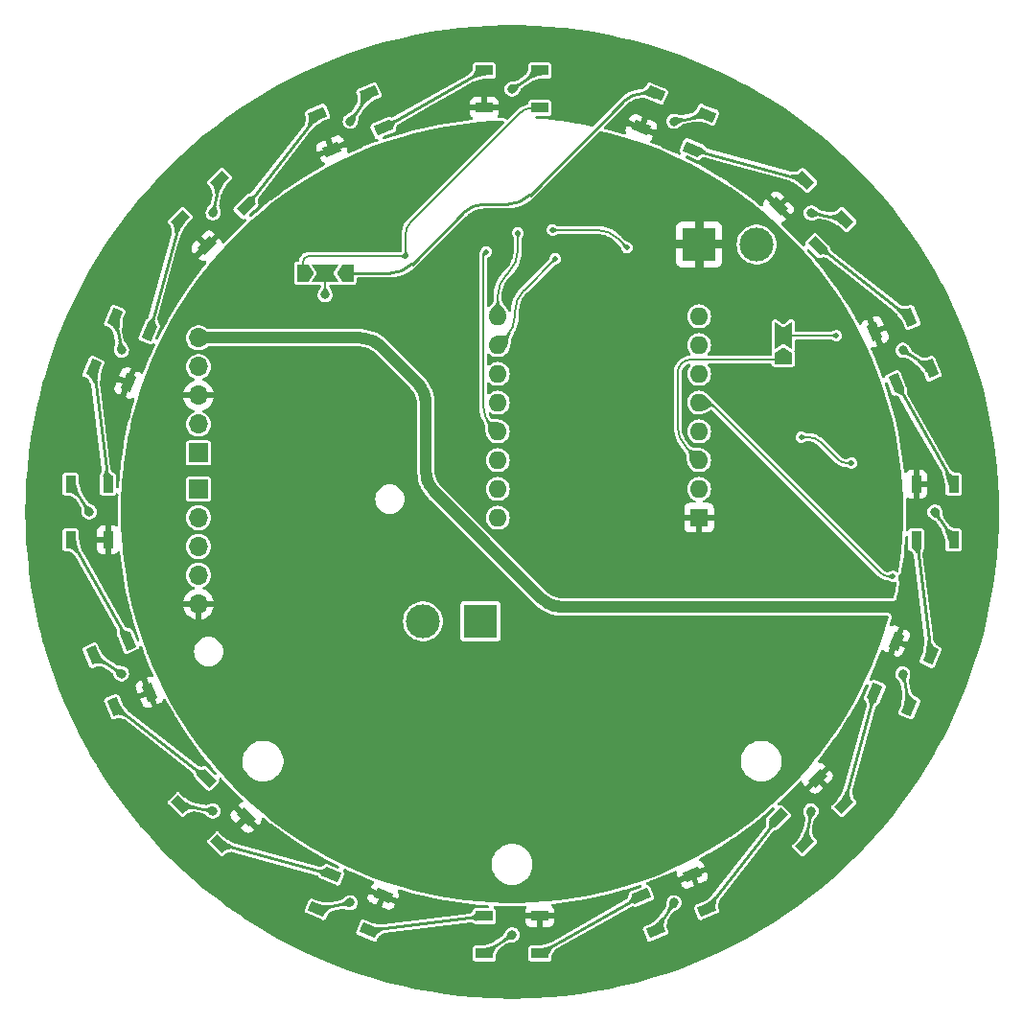
<source format=gbr>
%TF.GenerationSoftware,KiCad,Pcbnew,7.0.2*%
%TF.CreationDate,2023-06-22T15:29:01-04:00*%
%TF.ProjectId,protopico,70726f74-6f70-4696-936f-2e6b69636164,rev?*%
%TF.SameCoordinates,Original*%
%TF.FileFunction,Copper,L2,Bot*%
%TF.FilePolarity,Positive*%
%FSLAX46Y46*%
G04 Gerber Fmt 4.6, Leading zero omitted, Abs format (unit mm)*
G04 Created by KiCad (PCBNEW 7.0.2) date 2023-06-22 15:29:01*
%MOMM*%
%LPD*%
G01*
G04 APERTURE LIST*
G04 Aperture macros list*
%AMRotRect*
0 Rectangle, with rotation*
0 The origin of the aperture is its center*
0 $1 length*
0 $2 width*
0 $3 Rotation angle, in degrees counterclockwise*
0 Add horizontal line*
21,1,$1,$2,0,0,$3*%
%AMFreePoly0*
4,1,6,1.000000,0.000000,0.500000,-0.750000,-0.500000,-0.750000,-0.500000,0.750000,0.500000,0.750000,1.000000,0.000000,1.000000,0.000000,$1*%
%AMFreePoly1*
4,1,7,0.700000,0.000000,1.200000,-0.750000,-1.200000,-0.750000,-0.700000,0.000000,-1.200000,0.750000,1.200000,0.750000,0.700000,0.000000,0.700000,0.000000,$1*%
G04 Aperture macros list end*
%TA.AperFunction,SMDPad,CuDef*%
%ADD10RotRect,1.500000X0.900000X337.500000*%
%TD*%
%TA.AperFunction,SMDPad,CuDef*%
%ADD11RotRect,1.500000X0.900000X315.000000*%
%TD*%
%TA.AperFunction,SMDPad,CuDef*%
%ADD12RotRect,1.500000X0.900000X292.500000*%
%TD*%
%TA.AperFunction,SMDPad,CuDef*%
%ADD13R,0.900000X1.500000*%
%TD*%
%TA.AperFunction,SMDPad,CuDef*%
%ADD14RotRect,1.500000X0.900000X247.500000*%
%TD*%
%TA.AperFunction,SMDPad,CuDef*%
%ADD15RotRect,1.500000X0.900000X225.000000*%
%TD*%
%TA.AperFunction,SMDPad,CuDef*%
%ADD16RotRect,1.500000X0.900000X202.500000*%
%TD*%
%TA.AperFunction,SMDPad,CuDef*%
%ADD17R,1.500000X0.900000*%
%TD*%
%TA.AperFunction,SMDPad,CuDef*%
%ADD18RotRect,1.500000X0.900000X157.500000*%
%TD*%
%TA.AperFunction,SMDPad,CuDef*%
%ADD19RotRect,1.500000X0.900000X135.000000*%
%TD*%
%TA.AperFunction,SMDPad,CuDef*%
%ADD20RotRect,1.500000X0.900000X112.500000*%
%TD*%
%TA.AperFunction,SMDPad,CuDef*%
%ADD21RotRect,1.500000X0.900000X67.500000*%
%TD*%
%TA.AperFunction,SMDPad,CuDef*%
%ADD22RotRect,1.500000X0.900000X45.000000*%
%TD*%
%TA.AperFunction,SMDPad,CuDef*%
%ADD23RotRect,1.500000X0.900000X22.500000*%
%TD*%
%TA.AperFunction,ComponentPad*%
%ADD24R,1.600000X1.600000*%
%TD*%
%TA.AperFunction,ComponentPad*%
%ADD25O,1.600000X1.600000*%
%TD*%
%TA.AperFunction,ComponentPad*%
%ADD26R,1.700000X1.700000*%
%TD*%
%TA.AperFunction,ComponentPad*%
%ADD27O,1.700000X1.700000*%
%TD*%
%TA.AperFunction,ComponentPad*%
%ADD28R,3.000000X3.000000*%
%TD*%
%TA.AperFunction,ComponentPad*%
%ADD29C,3.000000*%
%TD*%
%TA.AperFunction,SMDPad,CuDef*%
%ADD30FreePoly0,180.000000*%
%TD*%
%TA.AperFunction,SMDPad,CuDef*%
%ADD31FreePoly1,180.000000*%
%TD*%
%TA.AperFunction,SMDPad,CuDef*%
%ADD32FreePoly0,0.000000*%
%TD*%
%TA.AperFunction,SMDPad,CuDef*%
%ADD33FreePoly0,90.000000*%
%TD*%
%TA.AperFunction,SMDPad,CuDef*%
%ADD34FreePoly1,90.000000*%
%TD*%
%TA.AperFunction,SMDPad,CuDef*%
%ADD35FreePoly0,270.000000*%
%TD*%
%TA.AperFunction,ViaPad*%
%ADD36C,0.812800*%
%TD*%
%TA.AperFunction,ViaPad*%
%ADD37C,0.500000*%
%TD*%
%TA.AperFunction,ViaPad*%
%ADD38C,1.270000*%
%TD*%
%TA.AperFunction,Conductor*%
%ADD39C,0.177800*%
%TD*%
%TA.AperFunction,Conductor*%
%ADD40C,1.016000*%
%TD*%
%TA.AperFunction,Conductor*%
%ADD41C,0.190500*%
%TD*%
%TA.AperFunction,Conductor*%
%ADD42C,0.254000*%
%TD*%
G04 APERTURE END LIST*
D10*
%TO.P,D16,1,VDD*%
%TO.N,VDD*%
X161253701Y-65913013D03*
%TO.P,D16,2,DOUT*%
%TO.N,Ring DOUT*%
X162516557Y-62864210D03*
%TO.P,D16,3,VSS*%
%TO.N,GND*%
X167043567Y-64739359D03*
%TO.P,D16,4,DIN*%
%TO.N,Net-(D15-DOUT)*%
X165780711Y-67788162D03*
%TD*%
D11*
%TO.P,D15,1,VDD*%
%TO.N,VDD*%
X173362815Y-72854362D03*
%TO.P,D15,2,DOUT*%
%TO.N,Net-(D15-DOUT)*%
X175696268Y-70520909D03*
%TO.P,D15,3,VSS*%
%TO.N,GND*%
X179161091Y-73985732D03*
%TO.P,D15,4,DIN*%
%TO.N,Net-(D14-DOUT)*%
X176827638Y-76319185D03*
%TD*%
D12*
%TO.P,D14,1,VDD*%
%TO.N,VDD*%
X181893838Y-83901289D03*
%TO.P,D14,2,DOUT*%
%TO.N,Net-(D14-DOUT)*%
X184942641Y-82638433D03*
%TO.P,D14,3,VSS*%
%TO.N,GND*%
X186817790Y-87165443D03*
%TO.P,D14,4,DIN*%
%TO.N,Net-(D13-DOUT)*%
X183768987Y-88428299D03*
%TD*%
D13*
%TO.P,D13,1,VDD*%
%TO.N,VDD*%
X185548000Y-97372000D03*
%TO.P,D13,2,DOUT*%
%TO.N,Net-(D13-DOUT)*%
X188848000Y-97372000D03*
%TO.P,D13,3,VSS*%
%TO.N,GND*%
X188848000Y-102272000D03*
%TO.P,D13,4,DIN*%
%TO.N,Net-(D12-DOUT)*%
X185548000Y-102272000D03*
%TD*%
D14*
%TO.P,D12,1,VDD*%
%TO.N,VDD*%
X183768987Y-111215701D03*
%TO.P,D12,2,DOUT*%
%TO.N,Net-(D12-DOUT)*%
X186817790Y-112478557D03*
%TO.P,D12,3,VSS*%
%TO.N,GND*%
X184942641Y-117005567D03*
%TO.P,D12,4,DIN*%
%TO.N,Net-(D11-DOUT)*%
X181893838Y-115742711D03*
%TD*%
D15*
%TO.P,D11,1,VDD*%
%TO.N,VDD*%
X176827638Y-123324815D03*
%TO.P,D11,2,DOUT*%
%TO.N,Net-(D11-DOUT)*%
X179161091Y-125658268D03*
%TO.P,D11,3,VSS*%
%TO.N,GND*%
X175696268Y-129123091D03*
%TO.P,D11,4,DIN*%
%TO.N,Net-(D10-DOUT)*%
X173362815Y-126789638D03*
%TD*%
D16*
%TO.P,D10,1,VDD*%
%TO.N,VDD*%
X165780711Y-131855838D03*
%TO.P,D10,2,DOUT*%
%TO.N,Net-(D10-DOUT)*%
X167043567Y-134904641D03*
%TO.P,D10,3,VSS*%
%TO.N,GND*%
X162516557Y-136779790D03*
%TO.P,D10,4,DIN*%
%TO.N,Net-(D10-DIN)*%
X161253701Y-133730987D03*
%TD*%
D17*
%TO.P,D9,1,VDD*%
%TO.N,VDD*%
X152310000Y-135510000D03*
%TO.P,D9,2,DOUT*%
%TO.N,Net-(D10-DIN)*%
X152310000Y-138810000D03*
%TO.P,D9,3,VSS*%
%TO.N,GND*%
X147410000Y-138810000D03*
%TO.P,D9,4,DIN*%
%TO.N,Net-(D8-DOUT)*%
X147410000Y-135510000D03*
%TD*%
D18*
%TO.P,D8,1,VDD*%
%TO.N,VDD*%
X138466299Y-133730987D03*
%TO.P,D8,2,DOUT*%
%TO.N,Net-(D8-DOUT)*%
X137203443Y-136779790D03*
%TO.P,D8,3,VSS*%
%TO.N,GND*%
X132676433Y-134904641D03*
%TO.P,D8,4,DIN*%
%TO.N,Net-(D7-DOUT)*%
X133939289Y-131855838D03*
%TD*%
D19*
%TO.P,D7,1,VDD*%
%TO.N,VDD*%
X126357185Y-126789638D03*
%TO.P,D7,2,DOUT*%
%TO.N,Net-(D7-DOUT)*%
X124023732Y-129123091D03*
%TO.P,D7,3,VSS*%
%TO.N,GND*%
X120558909Y-125658268D03*
%TO.P,D7,4,DIN*%
%TO.N,Net-(D6-DOUT)*%
X122892362Y-123324815D03*
%TD*%
D20*
%TO.P,D6,1,VDD*%
%TO.N,VDD*%
X117826162Y-115742711D03*
%TO.P,D6,2,DOUT*%
%TO.N,Net-(D6-DOUT)*%
X114777359Y-117005567D03*
%TO.P,D6,3,VSS*%
%TO.N,GND*%
X112902210Y-112478557D03*
%TO.P,D6,4,DIN*%
%TO.N,Net-(D5-DOUT)*%
X115951013Y-111215701D03*
%TD*%
D13*
%TO.P,D5,1,VDD*%
%TO.N,VDD*%
X114172000Y-102272000D03*
%TO.P,D5,2,DOUT*%
%TO.N,Net-(D5-DOUT)*%
X110872000Y-102272000D03*
%TO.P,D5,3,VSS*%
%TO.N,GND*%
X110872000Y-97372000D03*
%TO.P,D5,4,DIN*%
%TO.N,Net-(D4-DOUT)*%
X114172000Y-97372000D03*
%TD*%
D21*
%TO.P,D4,1,VDD*%
%TO.N,VDD*%
X115951013Y-88428299D03*
%TO.P,D4,2,DOUT*%
%TO.N,Net-(D4-DOUT)*%
X112902210Y-87165443D03*
%TO.P,D4,3,VSS*%
%TO.N,GND*%
X114777359Y-82638433D03*
%TO.P,D4,4,DIN*%
%TO.N,Net-(D3-DOUT)*%
X117826162Y-83901289D03*
%TD*%
D22*
%TO.P,D3,1,VDD*%
%TO.N,VDD*%
X122892362Y-76319185D03*
%TO.P,D3,2,DOUT*%
%TO.N,Net-(D3-DOUT)*%
X120558909Y-73985732D03*
%TO.P,D3,3,VSS*%
%TO.N,GND*%
X124023732Y-70520909D03*
%TO.P,D3,4,DIN*%
%TO.N,Net-(D2-DOUT)*%
X126357185Y-72854362D03*
%TD*%
D23*
%TO.P,D2,1,VDD*%
%TO.N,VDD*%
X133939289Y-67788162D03*
%TO.P,D2,2,DOUT*%
%TO.N,Net-(D2-DOUT)*%
X132676433Y-64739359D03*
%TO.P,D2,3,VSS*%
%TO.N,GND*%
X137203443Y-62864210D03*
%TO.P,D2,4,DIN*%
%TO.N,Net-(D1-DOUT)*%
X138466299Y-65913013D03*
%TD*%
D24*
%TO.P,U1,1,VBUS*%
%TO.N,VBUS*%
X166370000Y-100330000D03*
D25*
%TO.P,U1,2,GND*%
%TO.N,GND*%
X166370000Y-97790000D03*
%TO.P,U1,3,3V3*%
%TO.N,+3V3*%
X166370000Y-95250000D03*
%TO.P,U1,4,GP29*%
%TO.N,Fan Tach*%
X166370000Y-92710000D03*
%TO.P,U1,5,GP28*%
%TO.N,Fan PWM*%
X166370000Y-90170000D03*
%TO.P,U1,6,I2C_SCL1*%
%TO.N,SCL1*%
X166370000Y-87630000D03*
%TO.P,U1,7,I2C_SDA1*%
%TO.N,SDA1*%
X166370000Y-85090000D03*
%TO.P,U1,8,GND*%
%TO.N,GND*%
X166370000Y-82550000D03*
%TO.P,U1,9,SPI0_TX*%
%TO.N,Face TX_3.3*%
X148590000Y-82550000D03*
%TO.P,U1,10,SPI0_SCK*%
%TO.N,Face SCK_3.3*%
X148590000Y-85090000D03*
%TO.P,U1,11,UART1_RX*%
%TO.N,UART1 RX*%
X148590000Y-87630000D03*
%TO.P,U1,12,UART1_TX*%
%TO.N,UART1 TX*%
X148590000Y-90170000D03*
%TO.P,U1,13,GP3*%
%TO.N,Face CS_3.3*%
X148590000Y-92710000D03*
%TO.P,U1,14,GP2*%
%TO.N,Ring DIN*%
X148590000Y-95250000D03*
%TO.P,U1,15,UART0_RX*%
%TO.N,UART0 RX*%
X148590000Y-97790000D03*
%TO.P,U1,16,UART0_TX*%
%TO.N,UART0 TX*%
X148590000Y-100330000D03*
%TD*%
D26*
%TO.P,U3,1,PG*%
%TO.N,unconnected-(U3-PG-Pad1)*%
X122174000Y-94615000D03*
D27*
%TO.P,U3,2,~{SHDN}*%
%TO.N,unconnected-(U3-~{SHDN}-Pad2)*%
X122174000Y-92075000D03*
%TO.P,U3,3,VIN*%
%TO.N,VBUS*%
X122174000Y-89535000D03*
%TO.P,U3,4,GND*%
%TO.N,GND*%
X122174000Y-86995000D03*
%TO.P,U3,5,VOUT*%
%TO.N,VDD*%
X122174000Y-84455000D03*
%TD*%
D28*
%TO.P,J6,1,Pin_1*%
%TO.N,VBUS*%
X166370000Y-76200000D03*
D29*
%TO.P,J6,2,Pin_2*%
%TO.N,GND*%
X171450000Y-76200000D03*
%TD*%
D28*
%TO.P,J1,1,Pin_1*%
%TO.N,Net-(J1-Pin_1)*%
X147066000Y-109474000D03*
D29*
%TO.P,J1,2,Pin_2*%
%TO.N,GND*%
X141986000Y-109474000D03*
%TD*%
D26*
%TO.P,U2,1,EN*%
%TO.N,unconnected-(U2-EN-Pad1)*%
X122174000Y-97790000D03*
D27*
%TO.P,U2,2,VIN*%
%TO.N,Net-(J1-Pin_1)*%
X122174000Y-100330000D03*
%TO.P,U2,3,GND*%
%TO.N,GND*%
X122174000Y-102870000D03*
%TO.P,U2,4,GND*%
X122174000Y-105410000D03*
%TO.P,U2,5,VOUT*%
%TO.N,VBUS*%
X122174000Y-107950000D03*
%TD*%
D17*
%TO.P,D1,1,VDD*%
%TO.N,VDD*%
X147410000Y-64134000D03*
%TO.P,D1,2,DOUT*%
%TO.N,Net-(D1-DOUT)*%
X147410000Y-60834000D03*
%TO.P,D1,3,VSS*%
%TO.N,GND*%
X152310000Y-60834000D03*
%TO.P,D1,4,DIN*%
%TO.N,Ring DIN*%
X152310000Y-64134000D03*
%TD*%
D30*
%TO.P,JP2,1,A*%
%TO.N,Ring DOUT*%
X135350000Y-78740000D03*
D31*
%TO.P,JP2,2,C*%
%TO.N,/Fin_IO*%
X133350000Y-78740000D03*
D32*
%TO.P,JP2,3,B*%
%TO.N,Ring DIN*%
X131350000Y-78740000D03*
%TD*%
D33*
%TO.P,JP1,1,A*%
%TO.N,+3V3*%
X173800000Y-86250000D03*
D34*
%TO.P,JP1,2,C*%
%TO.N,/BoopVCC*%
X173800000Y-84250000D03*
D35*
%TO.P,JP1,3,B*%
%TO.N,VBUS*%
X173800000Y-82250000D03*
%TD*%
D36*
%TO.N,GND*%
X164148634Y-65326186D03*
X176261953Y-73420047D03*
X184355814Y-85533366D03*
X187198000Y-99822000D03*
X184355814Y-114110634D03*
X176261953Y-126223953D03*
X164148634Y-134317814D03*
X149860000Y-137160000D03*
X135571366Y-134317814D03*
X123458047Y-126223953D03*
X115364186Y-114110634D03*
X112522000Y-99822000D03*
X115364186Y-85533366D03*
X123458047Y-73420047D03*
X135571366Y-65326186D03*
X149860000Y-62484000D03*
D37*
%TO.N,Face TX*%
X160000000Y-76474000D03*
X153416000Y-74930000D03*
%TO.N,VBUS*%
X180250000Y-113000000D03*
X180000000Y-104250000D03*
D36*
X144830800Y-78384400D03*
D37*
X179832000Y-93000000D03*
D36*
X135350000Y-86138000D03*
D38*
%TO.N,VDD*%
X120650000Y-79502000D03*
D37*
%TO.N,Ring DIN*%
X140462000Y-77216000D03*
%TO.N,Fan PWM*%
X183478000Y-105500000D03*
%TO.N,UART1 RX*%
X179832000Y-95504000D03*
X175387000Y-93218000D03*
%TO.N,/BoopVCC*%
X178500000Y-84250000D03*
D36*
%TO.N,/Fin_IO*%
X133350000Y-80645000D03*
D37*
%TO.N,Face TX_3.3*%
X150368000Y-75184000D03*
%TO.N,Face SCK_3.3*%
X153670000Y-77470000D03*
%TO.N,Face CS_3.3*%
X147574000Y-76850000D03*
%TD*%
D39*
%TO.N,Ring DIN*%
X142127999Y-73009999D02*
X141295000Y-73843000D01*
D40*
%TO.N,VDD*%
X138337892Y-85251900D02*
G75*
G03*
X136414018Y-84455000I-1923892J-1923900D01*
G01*
X152365107Y-107407099D02*
G75*
G03*
X154288981Y-108204000I1923893J1923899D01*
G01*
X142240005Y-90280981D02*
G75*
G03*
X141443103Y-88357103I-2720805J-19D01*
G01*
X142239995Y-96155018D02*
G75*
G03*
X143036896Y-98078896I2720805J18D01*
G01*
X154288981Y-108204000D02*
X184658000Y-108204000D01*
X142240000Y-90280981D02*
X142240000Y-96155018D01*
X152365103Y-107407103D02*
X143036896Y-98078896D01*
X138337896Y-85251896D02*
X141443103Y-88357103D01*
X136414018Y-84455000D02*
X122174000Y-84455000D01*
D39*
%TO.N,Ring DIN*%
X151657000Y-64134005D02*
G75*
G03*
X150542259Y-64595740I0J-1576495D01*
G01*
D41*
X140878494Y-74259494D02*
G75*
G03*
X140462000Y-75265019I1005506J-1005506D01*
G01*
D39*
X141295000Y-73843000D02*
X140878500Y-74259500D01*
D42*
%TO.N,Ring DOUT*%
X161459173Y-62864203D02*
G75*
G03*
X159654106Y-63611893I27J-2552797D01*
G01*
X149495018Y-72644004D02*
G75*
G03*
X151418895Y-71847102I-18J2720804D01*
G01*
X147430981Y-72643994D02*
G75*
G03*
X145507103Y-73440896I19J-2720806D01*
G01*
X139081018Y-78740004D02*
G75*
G03*
X141004895Y-77943102I-18J2720804D01*
G01*
X161459173Y-62864210D02*
X162516557Y-62864210D01*
X149495018Y-72644000D02*
X147430981Y-72644000D01*
X145507103Y-73440896D02*
X141004896Y-77943103D01*
X151418896Y-71847103D02*
X159654106Y-63611893D01*
X139081018Y-78740000D02*
X135350000Y-78740000D01*
%TO.N,Net-(D15-DOUT)*%
X175696268Y-70520909D02*
X165780712Y-67788162D01*
%TO.N,Net-(D14-DOUT)*%
X184942641Y-82638433D02*
X176827639Y-76319185D01*
%TO.N,Net-(D13-DOUT)*%
X188848000Y-97372000D02*
X183768987Y-88428299D01*
%TO.N,Net-(D12-DOUT)*%
X186817790Y-112478557D02*
X185548000Y-102272001D01*
%TO.N,Net-(D11-DOUT)*%
X179161091Y-125658268D02*
X181893838Y-115742712D01*
%TO.N,Net-(D10-DOUT)*%
X167043567Y-134904641D02*
X173362815Y-126789639D01*
%TO.N,Net-(D10-DIN)*%
X152310000Y-138810000D02*
X161253701Y-133730987D01*
%TO.N,Net-(D8-DOUT)*%
X137203443Y-136779790D02*
X147409999Y-135510000D01*
%TO.N,Net-(D7-DOUT)*%
X124023732Y-129123091D02*
X133939288Y-131855838D01*
%TO.N,Net-(D6-DOUT)*%
X114777359Y-117005567D02*
X122892361Y-123324815D01*
%TO.N,Net-(D5-DOUT)*%
X110872000Y-102272000D02*
X115951013Y-111215701D01*
%TO.N,Net-(D4-DOUT)*%
X112902210Y-87165443D02*
X114172000Y-97371999D01*
%TO.N,Net-(D3-DOUT)*%
X120558909Y-73985732D02*
X117826162Y-83901288D01*
%TO.N,Net-(D2-DOUT)*%
X132676433Y-64739359D02*
X126357185Y-72854361D01*
%TO.N,Net-(D1-DOUT)*%
X147410000Y-60834000D02*
X138466299Y-65913013D01*
%TO.N,GND*%
X164148634Y-65326186D02*
X167043567Y-64739359D01*
X176261953Y-73420047D02*
X179161091Y-73985732D01*
X184355814Y-85533366D02*
X186817790Y-87165443D01*
X187198000Y-99822000D02*
X188848000Y-102272000D01*
X184355814Y-114110634D02*
X184942641Y-117005567D01*
X176261953Y-126223953D02*
X175696268Y-129123091D01*
X164148634Y-134317814D02*
X162516557Y-136779790D01*
X149860000Y-137160000D02*
X147410000Y-138810000D01*
X135571366Y-134317814D02*
X132676433Y-134904641D01*
X123458047Y-126223953D02*
X120558909Y-125658268D01*
X115364186Y-114110634D02*
X112902210Y-112478557D01*
X112522000Y-99822000D02*
X110872000Y-97372000D01*
X115364186Y-85533366D02*
X114777359Y-82638433D01*
X123458047Y-73420047D02*
X124023732Y-70520909D01*
X135571366Y-65326186D02*
X137203443Y-62864210D01*
X149860000Y-62484000D02*
X152310000Y-60834000D01*
D41*
%TO.N,Ring DIN*%
X140462000Y-77216000D02*
X140462000Y-75265019D01*
D39*
X142127999Y-73009999D02*
X150542259Y-64595740D01*
X151657000Y-64134000D02*
X152310000Y-64134000D01*
D41*
X131945780Y-77216000D02*
X140462000Y-77216000D01*
D39*
%TO.N,Face TX*%
X157364227Y-74930000D02*
X153416000Y-74930000D01*
X160000000Y-76474000D02*
X159228000Y-75702000D01*
X159227992Y-75702008D02*
G75*
G03*
X157364227Y-74930000I-1863792J-1863792D01*
G01*
%TO.N,+3V3*%
X164465000Y-87552414D02*
X164465000Y-92218018D01*
X165261896Y-94141896D02*
X166370000Y-95250000D01*
X165657414Y-86360000D02*
X173690000Y-86360000D01*
X164814246Y-86709246D02*
G75*
G03*
X164465000Y-87552414I843154J-843154D01*
G01*
X164464995Y-92218018D02*
G75*
G03*
X165261896Y-94141896I2720805J18D01*
G01*
X165657414Y-86360006D02*
G75*
G03*
X164814250Y-86709250I-14J-1192394D01*
G01*
D41*
%TO.N,Ring DIN*%
X131350000Y-77811780D02*
X131350000Y-78740000D01*
X131524506Y-77390506D02*
G75*
G03*
X131350000Y-77811780I421294J-421294D01*
G01*
X131945780Y-77215992D02*
G75*
G03*
X131524500Y-77390500I20J-595808D01*
G01*
D39*
%TO.N,Fan PWM*%
X166875092Y-90170000D02*
X166370000Y-90170000D01*
X167737339Y-90527154D02*
X182438721Y-105228536D01*
X183094092Y-105500000D02*
X183478000Y-105500000D01*
X167737343Y-90527150D02*
G75*
G03*
X166875092Y-90170000I-862243J-862250D01*
G01*
X182438732Y-105228525D02*
G75*
G03*
X183094092Y-105500000I655368J655325D01*
G01*
%TO.N,UART1 RX*%
X179832000Y-95504000D02*
X179387500Y-95504000D01*
X175387000Y-93218000D02*
X176022000Y-93218000D01*
X178628691Y-95189691D02*
X177106012Y-93667012D01*
X177106007Y-93667017D02*
G75*
G03*
X176022000Y-93218000I-1084007J-1083983D01*
G01*
X178628695Y-95189687D02*
G75*
G03*
X179387500Y-95504000I758805J758787D01*
G01*
D41*
%TO.N,/BoopVCC*%
X178500000Y-84250000D02*
X173800000Y-84250000D01*
%TO.N,/Fin_IO*%
X133350000Y-80645000D02*
X133350000Y-78740000D01*
D39*
%TO.N,Face TX_3.3*%
X150368000Y-76724018D02*
X150368000Y-75184000D01*
X148590000Y-80755981D02*
X148590000Y-82550000D01*
X149571103Y-78647895D02*
X149386896Y-78832103D01*
X149571100Y-78647892D02*
G75*
G03*
X150368000Y-76724018I-1923900J1923892D01*
G01*
X149386900Y-78832107D02*
G75*
G03*
X148590000Y-80755981I1923900J-1923893D01*
G01*
%TO.N,Face SCK_3.3*%
X149352000Y-84328000D02*
X148590000Y-85090000D01*
X153670000Y-77470000D02*
X150910896Y-80229103D01*
X150114000Y-82152981D02*
X150114000Y-82488369D01*
X149352009Y-84328009D02*
G75*
G03*
X150114000Y-82488369I-1839609J1839609D01*
G01*
X150910900Y-80229107D02*
G75*
G03*
X150114000Y-82152981I1923900J-1923893D01*
G01*
%TO.N,Face CS_3.3*%
X147320000Y-77283605D02*
X147320000Y-90541974D01*
X147447000Y-76977000D02*
X147574000Y-76850000D01*
X147955000Y-92075000D02*
X148590000Y-92710000D01*
X147446998Y-76976998D02*
G75*
G03*
X147320000Y-77283605I306602J-306602D01*
G01*
X147320011Y-90541974D02*
G75*
G03*
X147955000Y-92075000I2167989J-26D01*
G01*
%TD*%
%TA.AperFunction,Conductor*%
%TO.N,VDD*%
G36*
X150517364Y-56847556D02*
G01*
X151823773Y-56887415D01*
X151827539Y-56887587D01*
X153132231Y-56967275D01*
X153136002Y-56967563D01*
X154270618Y-57071674D01*
X154437590Y-57086996D01*
X154441411Y-57087406D01*
X154586971Y-57105253D01*
X155738719Y-57246471D01*
X155742432Y-57246983D01*
X157034407Y-57445558D01*
X157038112Y-57446186D01*
X158323362Y-57684054D01*
X158327081Y-57684802D01*
X159604453Y-57961750D01*
X159608153Y-57962611D01*
X160578505Y-58204197D01*
X160876521Y-58278394D01*
X160880235Y-58279380D01*
X161419939Y-58431370D01*
X162138295Y-58633671D01*
X162141960Y-58634764D01*
X163388683Y-59027273D01*
X163392239Y-59028452D01*
X164626469Y-59458820D01*
X164630078Y-59460141D01*
X165850511Y-59927910D01*
X165854078Y-59929340D01*
X167059697Y-60434117D01*
X167063218Y-60435655D01*
X168252884Y-60976965D01*
X168256320Y-60978592D01*
X169425674Y-61554330D01*
X169428948Y-61555942D01*
X169432364Y-61557689D01*
X170021640Y-61870501D01*
X170586802Y-62170512D01*
X170590166Y-62172364D01*
X171637678Y-62770066D01*
X171725377Y-62820106D01*
X171728681Y-62822058D01*
X172756538Y-63450852D01*
X172843636Y-63504134D01*
X172846878Y-63506186D01*
X173940552Y-64221973D01*
X173943670Y-64224083D01*
X175009276Y-64968882D01*
X175014959Y-64972854D01*
X175018069Y-64975098D01*
X176066054Y-65756215D01*
X176069031Y-65758505D01*
X177092749Y-66571251D01*
X177095662Y-66573636D01*
X178094119Y-67417224D01*
X178096954Y-67419695D01*
X178826428Y-68075175D01*
X179069169Y-68293294D01*
X179071988Y-68295906D01*
X180017093Y-69198730D01*
X180019831Y-69201427D01*
X180936931Y-70132621D01*
X180939586Y-70135399D01*
X181827926Y-71094197D01*
X181830494Y-71097056D01*
X182689125Y-72082435D01*
X182691605Y-72085370D01*
X183513383Y-73088659D01*
X183519797Y-73096489D01*
X183522187Y-73099499D01*
X184319170Y-74135418D01*
X184321467Y-74138499D01*
X185086504Y-75198265D01*
X185088705Y-75201415D01*
X185238243Y-75422467D01*
X185814040Y-76273630D01*
X185821037Y-76283972D01*
X185823132Y-76287173D01*
X186238194Y-76942974D01*
X186522138Y-77391607D01*
X186524143Y-77394885D01*
X187189116Y-78520077D01*
X187191021Y-78523415D01*
X187821396Y-79668406D01*
X187823197Y-79671800D01*
X188418333Y-80835430D01*
X188420026Y-80838868D01*
X188457411Y-80917815D01*
X188979416Y-82020142D01*
X188981008Y-82023640D01*
X189504112Y-83221421D01*
X189505596Y-83224965D01*
X189991936Y-84438157D01*
X189993311Y-84441746D01*
X190442416Y-85669178D01*
X190443681Y-85672807D01*
X190855142Y-86913353D01*
X190856296Y-86917018D01*
X191229738Y-88169546D01*
X191230780Y-88173245D01*
X191565849Y-89436576D01*
X191566778Y-89440305D01*
X191863173Y-90713303D01*
X191863987Y-90717059D01*
X192121418Y-91998478D01*
X192122117Y-92002257D01*
X192340344Y-93290908D01*
X192340928Y-93294706D01*
X192519759Y-94589433D01*
X192520227Y-94593248D01*
X192659492Y-95892836D01*
X192659843Y-95896662D01*
X192759411Y-97199892D01*
X192759645Y-97203728D01*
X192819422Y-98509377D01*
X192819539Y-98513219D01*
X192839470Y-99820079D01*
X192839470Y-99823921D01*
X192819539Y-101130780D01*
X192819422Y-101134622D01*
X192759645Y-102440271D01*
X192759411Y-102444107D01*
X192659843Y-103747337D01*
X192659492Y-103751163D01*
X192520227Y-105050751D01*
X192519759Y-105054566D01*
X192340928Y-106349293D01*
X192340344Y-106353091D01*
X192122117Y-107641742D01*
X192121418Y-107645521D01*
X191863987Y-108926940D01*
X191863173Y-108930696D01*
X191566778Y-110203694D01*
X191565849Y-110207423D01*
X191230780Y-111470754D01*
X191229738Y-111474453D01*
X190856296Y-112726981D01*
X190855142Y-112730646D01*
X190443681Y-113971192D01*
X190442416Y-113974821D01*
X189993311Y-115202253D01*
X189991936Y-115205842D01*
X189505596Y-116419034D01*
X189504112Y-116422578D01*
X188981008Y-117620359D01*
X188979416Y-117623857D01*
X188420031Y-118805121D01*
X188418333Y-118808569D01*
X187823197Y-119972199D01*
X187821396Y-119975593D01*
X187191021Y-121120584D01*
X187189116Y-121123922D01*
X186524143Y-122249114D01*
X186522138Y-122252392D01*
X185823142Y-123356811D01*
X185821037Y-123360027D01*
X185088705Y-124442584D01*
X185086504Y-124445734D01*
X184321467Y-125505500D01*
X184319170Y-125508581D01*
X183522195Y-126544491D01*
X183519805Y-126547501D01*
X182691605Y-127558629D01*
X182689125Y-127561564D01*
X181830494Y-128546943D01*
X181827926Y-128549802D01*
X180939586Y-129508600D01*
X180936931Y-129511378D01*
X180019831Y-130442572D01*
X180017093Y-130445269D01*
X179071988Y-131348093D01*
X179069169Y-131350705D01*
X178096985Y-132224277D01*
X178094088Y-132226802D01*
X177095692Y-133070338D01*
X177092719Y-133072773D01*
X176069071Y-133885463D01*
X176066025Y-133887806D01*
X175018075Y-134668896D01*
X175014959Y-134671145D01*
X173943703Y-135419894D01*
X173940520Y-135422048D01*
X172846883Y-136137810D01*
X172843636Y-136139865D01*
X171728686Y-136821938D01*
X171725377Y-136823893D01*
X170590168Y-137471634D01*
X170586802Y-137473487D01*
X169432369Y-138086307D01*
X169428948Y-138088057D01*
X168256339Y-138665398D01*
X168252865Y-138667043D01*
X167063218Y-139208344D01*
X167059697Y-139209882D01*
X165854078Y-139714659D01*
X165850511Y-139716089D01*
X164630078Y-140183858D01*
X164626469Y-140185179D01*
X163392284Y-140615532D01*
X163388636Y-140616741D01*
X162141969Y-141009232D01*
X162138286Y-141010330D01*
X160880235Y-141364619D01*
X160876521Y-141365605D01*
X159608174Y-141681383D01*
X159604431Y-141682254D01*
X158327106Y-141959192D01*
X158323338Y-141959949D01*
X157038154Y-142197806D01*
X157034365Y-142198448D01*
X155742478Y-142397009D01*
X155738671Y-142397534D01*
X154441411Y-142556593D01*
X154437590Y-142557003D01*
X153136032Y-142676433D01*
X153132201Y-142676726D01*
X151827576Y-142756410D01*
X151823737Y-142756585D01*
X150627478Y-142793083D01*
X150517363Y-142796443D01*
X150513523Y-142796502D01*
X149206477Y-142796502D01*
X149202636Y-142796443D01*
X149084323Y-142792833D01*
X147896262Y-142756585D01*
X147892423Y-142756410D01*
X146587798Y-142676726D01*
X146583967Y-142676433D01*
X145282409Y-142557003D01*
X145278588Y-142556593D01*
X143981328Y-142397534D01*
X143977521Y-142397009D01*
X142685634Y-142198448D01*
X142681845Y-142197806D01*
X141396661Y-141959949D01*
X141392893Y-141959192D01*
X140115568Y-141682254D01*
X140111825Y-141681383D01*
X138843478Y-141365605D01*
X138839764Y-141364619D01*
X137581713Y-141010330D01*
X137578030Y-141009232D01*
X136331363Y-140616741D01*
X136327715Y-140615532D01*
X135093530Y-140185179D01*
X135089921Y-140183858D01*
X133869488Y-139716089D01*
X133865921Y-139714659D01*
X132839878Y-139285068D01*
X146405500Y-139285068D01*
X146420265Y-139359300D01*
X146476515Y-139443484D01*
X146532764Y-139481068D01*
X146560699Y-139499734D01*
X146634933Y-139514500D01*
X148185066Y-139514499D01*
X148185068Y-139514499D01*
X148234555Y-139504655D01*
X148259301Y-139499734D01*
X148343484Y-139443484D01*
X148399734Y-139359301D01*
X148414500Y-139285067D01*
X148414499Y-138937794D01*
X148424560Y-138888459D01*
X148433312Y-138867892D01*
X148434402Y-138865405D01*
X148439182Y-138854810D01*
X148467142Y-138792846D01*
X148468364Y-138790223D01*
X148500450Y-138723406D01*
X148501906Y-138720476D01*
X148533254Y-138659391D01*
X148534967Y-138656167D01*
X148565209Y-138601252D01*
X148567226Y-138597729D01*
X148596481Y-138548505D01*
X148598927Y-138544559D01*
X148627244Y-138500735D01*
X148630181Y-138496394D01*
X148656480Y-138459210D01*
X148660010Y-138454464D01*
X148684239Y-138423448D01*
X148688537Y-138418242D01*
X148697442Y-138408032D01*
X148722002Y-138386356D01*
X149373091Y-137947867D01*
X149401055Y-137933733D01*
X149406110Y-137931927D01*
X149464665Y-137896853D01*
X149479033Y-137889457D01*
X149507846Y-137876896D01*
X149525414Y-137870740D01*
X149540766Y-137866607D01*
X149558229Y-137863209D01*
X149576189Y-137861015D01*
X149588642Y-137860119D01*
X149624327Y-137859320D01*
X149625301Y-137859298D01*
X149629293Y-137859273D01*
X149690413Y-137859872D01*
X149690413Y-137859871D01*
X149690415Y-137859872D01*
X149692009Y-137859858D01*
X149695513Y-137859793D01*
X149762144Y-137858111D01*
X149763507Y-137858054D01*
X149773367Y-137857584D01*
X149774725Y-137857498D01*
X149774386Y-137857514D01*
X149775752Y-137857397D01*
X149785756Y-137856481D01*
X149787127Y-137856333D01*
X149859388Y-137848156D01*
X149861183Y-137847915D01*
X149874009Y-137846080D01*
X149875759Y-137845793D01*
X149875312Y-137845857D01*
X149877060Y-137845520D01*
X149889592Y-137842999D01*
X149891299Y-137842619D01*
X149973701Y-137823693D01*
X149975453Y-137823251D01*
X149988083Y-137819955D01*
X149989818Y-137819463D01*
X149989373Y-137819580D01*
X149991098Y-137819037D01*
X150003600Y-137814996D01*
X150005346Y-137814392D01*
X150087775Y-137785172D01*
X150096289Y-137782622D01*
X150103087Y-137779500D01*
X150113224Y-137773492D01*
X150116448Y-137771800D01*
X150238191Y-137707905D01*
X150358324Y-137601477D01*
X150449496Y-137469391D01*
X150506408Y-137319325D01*
X150525754Y-137160000D01*
X150506408Y-137000675D01*
X150449496Y-136850609D01*
X150358324Y-136718523D01*
X150346708Y-136708232D01*
X150238192Y-136612095D01*
X150123225Y-136551756D01*
X150096080Y-136537509D01*
X149940248Y-136499100D01*
X149940246Y-136499100D01*
X149779754Y-136499100D01*
X149779752Y-136499100D01*
X149623920Y-136537509D01*
X149623919Y-136537509D01*
X149623917Y-136537510D01*
X149481811Y-136612093D01*
X149387020Y-136696068D01*
X149378915Y-136702669D01*
X149371470Y-136708234D01*
X149369102Y-136710867D01*
X149360842Y-136719065D01*
X149354478Y-136727125D01*
X149309505Y-136777122D01*
X149308292Y-136778530D01*
X149299683Y-136788704D01*
X149298530Y-136790126D01*
X149298853Y-136789743D01*
X149297728Y-136791215D01*
X149289789Y-136801792D01*
X149288735Y-136803259D01*
X149239781Y-136872447D01*
X149238760Y-136873959D01*
X149231462Y-136884953D01*
X149230487Y-136886491D01*
X149230761Y-136886076D01*
X149229838Y-136887628D01*
X149223254Y-136898907D01*
X149222364Y-136900505D01*
X149187569Y-136964113D01*
X149186917Y-136965353D01*
X149182195Y-136974480D01*
X149181566Y-136975746D01*
X149181747Y-136975394D01*
X149181146Y-136976672D01*
X149176897Y-136985873D01*
X149176334Y-136987145D01*
X149150153Y-137047194D01*
X149150154Y-137047195D01*
X149148176Y-137051858D01*
X149148067Y-137052114D01*
X149146133Y-137056918D01*
X149125429Y-137109712D01*
X149123933Y-137113358D01*
X149109254Y-137147583D01*
X149103803Y-137158738D01*
X149094896Y-137174898D01*
X149085193Y-137189883D01*
X149075610Y-137202606D01*
X149063235Y-137216713D01*
X149040909Y-137238631D01*
X149028527Y-137249301D01*
X148973926Y-137290496D01*
X148968993Y-137295883D01*
X148946458Y-137315291D01*
X148282223Y-137762633D01*
X148262625Y-137771800D01*
X148262744Y-137772029D01*
X148156834Y-137826998D01*
X148152854Y-137828976D01*
X148053874Y-137875994D01*
X148049712Y-137877879D01*
X147951966Y-137920038D01*
X147947598Y-137921826D01*
X147850468Y-137959471D01*
X147845903Y-137961139D01*
X147749401Y-137994320D01*
X147744648Y-137995850D01*
X147648637Y-138024662D01*
X147643714Y-138026031D01*
X147548285Y-138050498D01*
X147543198Y-138051691D01*
X147448147Y-138071902D01*
X147442925Y-138072897D01*
X147348302Y-138088879D01*
X147342970Y-138089663D01*
X147255477Y-138100616D01*
X147255459Y-138100618D01*
X147254130Y-138100785D01*
X147252807Y-138101007D01*
X147252794Y-138101010D01*
X147236571Y-138103746D01*
X147215619Y-138105500D01*
X146634931Y-138105500D01*
X146560699Y-138120265D01*
X146476515Y-138176515D01*
X146420266Y-138260698D01*
X146405500Y-138334933D01*
X146405500Y-139285068D01*
X132839878Y-139285068D01*
X132660302Y-139209882D01*
X132656781Y-139208344D01*
X131467134Y-138667043D01*
X131463660Y-138665398D01*
X130291051Y-138088057D01*
X130287630Y-138086307D01*
X129133197Y-137473487D01*
X129129831Y-137471634D01*
X127994622Y-136823893D01*
X127991313Y-136821938D01*
X126876363Y-136139865D01*
X126873116Y-136137810D01*
X126343036Y-135790884D01*
X125779461Y-135422036D01*
X125776314Y-135419906D01*
X125223291Y-135033374D01*
X131551829Y-135033374D01*
X131571581Y-135132674D01*
X131592619Y-135164160D01*
X131619687Y-135204671D01*
X131627832Y-135216860D01*
X131690760Y-135258907D01*
X131690762Y-135258908D01*
X131690764Y-135258909D01*
X133122901Y-135852118D01*
X133197135Y-135866886D01*
X133296436Y-135847133D01*
X133380620Y-135790884D01*
X133422670Y-135727951D01*
X133560444Y-135395331D01*
X133581693Y-135360966D01*
X133603488Y-135335855D01*
X133606647Y-135332352D01*
X133654464Y-135281309D01*
X133658006Y-135277679D01*
X133704046Y-135232397D01*
X133708106Y-135228580D01*
X133752521Y-135188624D01*
X133757123Y-135184680D01*
X133799821Y-135149854D01*
X133804993Y-135145857D01*
X133845743Y-135116040D01*
X133851608Y-135112000D01*
X133890210Y-135086994D01*
X133896809Y-135083000D01*
X133933192Y-135062487D01*
X133940484Y-135058687D01*
X133974549Y-135042338D01*
X133982646Y-135038798D01*
X134018646Y-135024545D01*
X134018649Y-135024542D01*
X134022347Y-135023079D01*
X134043694Y-135016744D01*
X134820012Y-134859378D01*
X134851256Y-134857021D01*
X134856624Y-134857287D01*
X134924140Y-134847291D01*
X134940261Y-134845955D01*
X134971670Y-134845377D01*
X134990270Y-134846414D01*
X135003205Y-134848101D01*
X135006012Y-134848468D01*
X135023460Y-134852014D01*
X135040944Y-134856875D01*
X135052764Y-134860800D01*
X135063139Y-134864825D01*
X135086491Y-134873884D01*
X135090230Y-134875405D01*
X135116027Y-134886389D01*
X135146661Y-134899433D01*
X135148107Y-134900017D01*
X135151596Y-134901391D01*
X135213811Y-134925339D01*
X135215077Y-134925802D01*
X135224423Y-134929160D01*
X135225705Y-134929598D01*
X135225391Y-134929485D01*
X135226711Y-134929904D01*
X135236236Y-134932864D01*
X135237566Y-134933255D01*
X135307443Y-134953351D01*
X135309177Y-134953810D01*
X135321674Y-134957012D01*
X135323406Y-134957419D01*
X135322963Y-134957305D01*
X135324707Y-134957663D01*
X135337330Y-134960147D01*
X135339083Y-134960456D01*
X135422430Y-134974498D01*
X135424221Y-134974761D01*
X135437201Y-134976554D01*
X135438988Y-134976764D01*
X135438537Y-134976701D01*
X135440353Y-134976862D01*
X135453382Y-134977905D01*
X135455159Y-134978010D01*
X135545548Y-134982719D01*
X135545549Y-134982719D01*
X135551954Y-134982974D01*
X135551973Y-134982974D01*
X135552111Y-134982980D01*
X135553092Y-134983006D01*
X135559021Y-134983092D01*
X135559046Y-134983086D01*
X135559048Y-134983087D01*
X135569282Y-134981076D01*
X135593567Y-134978714D01*
X135651612Y-134978714D01*
X135651614Y-134978714D01*
X135807446Y-134940305D01*
X135949557Y-134865719D01*
X136069690Y-134759291D01*
X136101460Y-134713264D01*
X138334353Y-134713264D01*
X138834371Y-134920379D01*
X138840729Y-134922622D01*
X138895875Y-134938814D01*
X139041863Y-134944028D01*
X139183402Y-134907902D01*
X139309032Y-134833363D01*
X139408574Y-134726447D01*
X139436117Y-134676006D01*
X139439030Y-134669916D01*
X139531337Y-134447067D01*
X138603761Y-134062853D01*
X138334353Y-134713264D01*
X136101460Y-134713264D01*
X136160862Y-134627205D01*
X136217774Y-134477139D01*
X136237120Y-134317814D01*
X136217774Y-134158489D01*
X136160862Y-134008423D01*
X136096089Y-133914582D01*
X137090898Y-133914582D01*
X137127024Y-134056121D01*
X137201563Y-134181751D01*
X137308479Y-134281293D01*
X137358920Y-134308836D01*
X137365010Y-134311749D01*
X137865022Y-134518860D01*
X138134430Y-133868450D01*
X137206855Y-133484236D01*
X137114547Y-133707090D01*
X137112304Y-133713448D01*
X137096112Y-133768594D01*
X137090898Y-133914582D01*
X136096089Y-133914582D01*
X136069690Y-133876337D01*
X136050933Y-133859720D01*
X135949558Y-133769909D01*
X135849068Y-133717168D01*
X135807446Y-133695323D01*
X135651614Y-133656914D01*
X135651612Y-133656914D01*
X135491119Y-133656914D01*
X135491118Y-133656914D01*
X135465391Y-133663254D01*
X135335285Y-133695322D01*
X135321118Y-133702758D01*
X135293646Y-133713295D01*
X135292913Y-133713481D01*
X135268452Y-133725163D01*
X135209293Y-133753415D01*
X135209239Y-133753442D01*
X135207634Y-133754253D01*
X135195696Y-133760408D01*
X135194062Y-133761295D01*
X135194535Y-133761049D01*
X135192971Y-133761957D01*
X135181641Y-133768661D01*
X135180104Y-133769614D01*
X135108399Y-133814802D01*
X135106868Y-133815813D01*
X135096017Y-133823109D01*
X135094550Y-133824140D01*
X135094939Y-133823878D01*
X135093473Y-133824972D01*
X135083000Y-133832926D01*
X135081578Y-133834053D01*
X135025072Y-133879519D01*
X135023996Y-133880414D01*
X135016286Y-133886912D01*
X135015251Y-133887814D01*
X135015528Y-133887579D01*
X135014451Y-133888558D01*
X135006893Y-133895530D01*
X135005844Y-133896530D01*
X134955656Y-133944952D01*
X134954790Y-133945809D01*
X134951497Y-133949176D01*
X134911954Y-133990249D01*
X134909176Y-133993045D01*
X134885797Y-134015849D01*
X134882523Y-134019042D01*
X134873216Y-134027264D01*
X134858793Y-134038793D01*
X134844102Y-134048919D01*
X134830382Y-134057006D01*
X134813542Y-134065307D01*
X134795769Y-134072477D01*
X134784540Y-134077008D01*
X134769022Y-134082126D01*
X134702797Y-134099295D01*
X134696181Y-134102382D01*
X134667940Y-134111686D01*
X133878615Y-134271688D01*
X133847693Y-134273389D01*
X133746231Y-134284201D01*
X133741027Y-134284646D01*
X133666250Y-134289491D01*
X133640997Y-134291127D01*
X133635753Y-134291358D01*
X133535801Y-134293659D01*
X133530540Y-134293670D01*
X133430633Y-134291798D01*
X133425383Y-134291590D01*
X133325369Y-134285538D01*
X133320161Y-134285114D01*
X133220000Y-134274871D01*
X133214875Y-134274240D01*
X133197138Y-134271688D01*
X133114814Y-134259840D01*
X133109747Y-134259005D01*
X133008676Y-134240227D01*
X133003746Y-134239209D01*
X132902934Y-134216278D01*
X132898112Y-134215080D01*
X132803795Y-134189677D01*
X132803778Y-134189672D01*
X132802509Y-134189331D01*
X132801237Y-134189044D01*
X132801212Y-134189038D01*
X132786611Y-134185746D01*
X132766111Y-134179242D01*
X132339937Y-134002716D01*
X132229965Y-133957164D01*
X132229963Y-133957163D01*
X132229962Y-133957163D01*
X132155732Y-133942396D01*
X132155731Y-133942396D01*
X132121647Y-133949176D01*
X132056429Y-133962149D01*
X131972244Y-134018399D01*
X131930197Y-134081327D01*
X131566597Y-134959139D01*
X131551829Y-135033374D01*
X125223291Y-135033374D01*
X124831153Y-134759291D01*
X124705040Y-134671145D01*
X124701924Y-134668896D01*
X124352208Y-134408235D01*
X123653955Y-133887791D01*
X123650947Y-133885478D01*
X122627257Y-133072754D01*
X122624330Y-133070357D01*
X121625885Y-132226779D01*
X121623041Y-132224300D01*
X120861267Y-131539797D01*
X120650830Y-131350705D01*
X120648011Y-131348093D01*
X119702906Y-130445269D01*
X119700168Y-130442572D01*
X118783068Y-129511378D01*
X118780413Y-129508600D01*
X117892073Y-128549802D01*
X117889505Y-128546943D01*
X117314787Y-127887387D01*
X117105015Y-127646650D01*
X125859381Y-127646650D01*
X126242085Y-128029354D01*
X126247087Y-128033847D01*
X126291847Y-128069917D01*
X126424727Y-128130601D01*
X126569316Y-128151390D01*
X126713906Y-128130601D01*
X126846786Y-128069917D01*
X126891544Y-128033848D01*
X126896555Y-128029348D01*
X127067120Y-127858783D01*
X127067120Y-127858782D01*
X126357186Y-127148848D01*
X126357185Y-127148848D01*
X125859381Y-127646650D01*
X117105015Y-127646650D01*
X117030870Y-127561560D01*
X117028394Y-127558629D01*
X116939948Y-127450647D01*
X116200165Y-126547465D01*
X116197832Y-126544527D01*
X115400829Y-125508581D01*
X115398532Y-125505500D01*
X115355678Y-125446136D01*
X119450895Y-125446136D01*
X119470646Y-125545438D01*
X119512694Y-125608367D01*
X120608808Y-126704479D01*
X120671738Y-126746529D01*
X120671740Y-126746530D01*
X120771041Y-126766282D01*
X120853867Y-126749806D01*
X120870343Y-126746530D01*
X120933272Y-126704482D01*
X120933271Y-126704482D01*
X120933275Y-126704480D01*
X121193933Y-126443819D01*
X121219664Y-126424007D01*
X121254886Y-126403514D01*
X121260713Y-126400326D01*
X121312479Y-126373767D01*
X121318797Y-126370746D01*
X121369011Y-126348439D01*
X121375857Y-126345637D01*
X121379365Y-126344320D01*
X121424516Y-126327368D01*
X121431841Y-126324873D01*
X121455767Y-126317536D01*
X121479140Y-126310370D01*
X121486904Y-126308258D01*
X121532938Y-126297310D01*
X121541024Y-126295666D01*
X121586116Y-126288044D01*
X121594499Y-126286918D01*
X121638856Y-126282473D01*
X121647435Y-126281909D01*
X121691405Y-126280528D01*
X121700068Y-126280554D01*
X121757177Y-126282690D01*
X121757126Y-126284048D01*
X121777779Y-126284789D01*
X122556641Y-126436763D01*
X122586415Y-126446544D01*
X122591265Y-126448840D01*
X122639540Y-126460947D01*
X122657463Y-126465442D01*
X122672878Y-126470380D01*
X122702098Y-126481858D01*
X122718903Y-126489941D01*
X122730131Y-126496407D01*
X122732655Y-126497860D01*
X122747420Y-126507814D01*
X122761663Y-126518957D01*
X122771105Y-126527130D01*
X122797526Y-126552395D01*
X122800463Y-126555297D01*
X122840056Y-126595723D01*
X122843915Y-126599583D01*
X122847157Y-126602715D01*
X122895215Y-126648400D01*
X122896240Y-126649343D01*
X122903654Y-126656076D01*
X122904688Y-126656986D01*
X122904425Y-126656747D01*
X122905471Y-126657628D01*
X122913066Y-126663944D01*
X122914125Y-126664797D01*
X122971006Y-126710114D01*
X122972423Y-126711195D01*
X122982675Y-126718888D01*
X122984105Y-126719916D01*
X122983753Y-126719652D01*
X122985227Y-126720650D01*
X122996011Y-126727826D01*
X122997518Y-126728785D01*
X123069145Y-126773654D01*
X123070706Y-126774585D01*
X123082013Y-126781211D01*
X123083607Y-126782102D01*
X123083191Y-126781858D01*
X123084792Y-126782693D01*
X123096438Y-126788647D01*
X123098060Y-126789434D01*
X123179746Y-126828365D01*
X123185586Y-126831063D01*
X123186484Y-126831464D01*
X123204284Y-126839146D01*
X123204172Y-126839404D01*
X123217699Y-126844204D01*
X123221967Y-126846444D01*
X123377799Y-126884853D01*
X123538293Y-126884853D01*
X123538295Y-126884853D01*
X123694127Y-126846444D01*
X123836238Y-126771858D01*
X123956371Y-126665430D01*
X124017060Y-126577506D01*
X124995432Y-126577506D01*
X125016221Y-126722095D01*
X125076905Y-126854975D01*
X125112975Y-126899735D01*
X125117468Y-126904737D01*
X125500171Y-127287440D01*
X125997975Y-126789637D01*
X125288040Y-126079702D01*
X125288039Y-126079702D01*
X125117475Y-126250266D01*
X125112973Y-126255279D01*
X125076905Y-126300036D01*
X125016221Y-126432916D01*
X124995432Y-126577506D01*
X124017060Y-126577506D01*
X124047543Y-126533344D01*
X124104455Y-126383278D01*
X124123801Y-126223953D01*
X124104455Y-126064628D01*
X124047543Y-125914562D01*
X123956371Y-125782476D01*
X123912295Y-125743428D01*
X123836239Y-125676048D01*
X123725252Y-125617798D01*
X123694127Y-125601462D01*
X123538295Y-125563053D01*
X123538293Y-125563053D01*
X123468717Y-125563053D01*
X123450696Y-125561758D01*
X123432051Y-125559063D01*
X123343753Y-125563734D01*
X123339529Y-125563958D01*
X123339518Y-125563958D01*
X123337670Y-125564098D01*
X123324242Y-125565221D01*
X123322390Y-125565415D01*
X123322899Y-125565372D01*
X123321110Y-125565613D01*
X123308125Y-125567465D01*
X123306329Y-125567759D01*
X123222813Y-125582063D01*
X123221035Y-125582407D01*
X123208173Y-125585004D01*
X123206399Y-125585400D01*
X123206883Y-125585302D01*
X123205119Y-125585750D01*
X123192415Y-125589086D01*
X123190687Y-125589579D01*
X123121081Y-125609959D01*
X123119728Y-125610379D01*
X123110140Y-125613425D01*
X123108812Y-125613870D01*
X123109176Y-125613754D01*
X123107865Y-125614227D01*
X123098150Y-125617798D01*
X123096787Y-125618326D01*
X123031136Y-125644164D01*
X123029549Y-125644826D01*
X123026506Y-125646133D01*
X122974545Y-125668831D01*
X122970883Y-125670362D01*
X122935973Y-125684315D01*
X122924224Y-125688351D01*
X122906494Y-125693480D01*
X122889055Y-125697211D01*
X122873281Y-125699433D01*
X122854542Y-125700660D01*
X122823261Y-125700371D01*
X122806962Y-125699160D01*
X122739221Y-125689679D01*
X122731936Y-125690000D01*
X122702273Y-125687790D01*
X121913364Y-125533856D01*
X121888498Y-125525023D01*
X121794902Y-125496720D01*
X121789842Y-125495073D01*
X121763697Y-125485945D01*
X121701435Y-125464207D01*
X121696641Y-125462421D01*
X121607559Y-125427150D01*
X121602937Y-125425213D01*
X121513100Y-125385440D01*
X121508736Y-125383407D01*
X121418781Y-125339398D01*
X121414639Y-125337275D01*
X121323277Y-125288295D01*
X121319349Y-125286098D01*
X121227052Y-125232283D01*
X121223366Y-125230048D01*
X121130690Y-125171675D01*
X121127232Y-125169418D01*
X121033921Y-125106281D01*
X121030732Y-125104049D01*
X121022710Y-125098246D01*
X120942903Y-125040512D01*
X120941141Y-125039305D01*
X120936420Y-125036151D01*
X120917656Y-125020703D01*
X120509011Y-124612058D01*
X120509010Y-124612057D01*
X120509009Y-124612056D01*
X120446079Y-124570006D01*
X120396427Y-124560129D01*
X120346777Y-124550254D01*
X120346776Y-124550254D01*
X120247474Y-124570005D01*
X120184545Y-124612053D01*
X119512697Y-125283903D01*
X119470647Y-125346833D01*
X119450895Y-125446136D01*
X115355678Y-125446136D01*
X114633495Y-124445734D01*
X114631294Y-124442584D01*
X114236628Y-123859176D01*
X113898942Y-123359996D01*
X113896877Y-123356842D01*
X113197856Y-122252385D01*
X113195856Y-122249114D01*
X113176759Y-122216801D01*
X112805660Y-121588868D01*
X112530883Y-121123922D01*
X112528978Y-121120584D01*
X111898603Y-119975593D01*
X111896802Y-119972199D01*
X111760577Y-119705847D01*
X111301648Y-118808532D01*
X111299986Y-118805158D01*
X110740575Y-117623841D01*
X110738991Y-117620359D01*
X110707037Y-117547193D01*
X110343201Y-116714096D01*
X110215887Y-116422578D01*
X110214403Y-116419034D01*
X109728063Y-115205842D01*
X109726688Y-115202253D01*
X109713843Y-115167146D01*
X116613120Y-115167146D01*
X116618334Y-115313134D01*
X116634526Y-115368280D01*
X116636769Y-115374638D01*
X116843882Y-115874654D01*
X117494294Y-115605246D01*
X117110080Y-114677671D01*
X116887224Y-114769981D01*
X116881152Y-114772887D01*
X116830701Y-114800435D01*
X116723785Y-114899977D01*
X116649246Y-115025607D01*
X116613120Y-115167146D01*
X109713843Y-115167146D01*
X109277583Y-113974821D01*
X109276318Y-113971192D01*
X108864857Y-112730646D01*
X108863703Y-112726981D01*
X108846903Y-112670634D01*
X108634388Y-111957855D01*
X111939965Y-111957855D01*
X111954732Y-112032090D01*
X112547943Y-113464226D01*
X112589991Y-113527159D01*
X112628530Y-113552909D01*
X112674176Y-113583408D01*
X112773477Y-113603160D01*
X112847711Y-113588394D01*
X113191973Y-113445794D01*
X113218631Y-113438063D01*
X113258951Y-113431064D01*
X113267105Y-113429923D01*
X113314203Y-113424900D01*
X113322501Y-113424293D01*
X113369265Y-113422435D01*
X113377639Y-113422384D01*
X113424308Y-113423653D01*
X113432655Y-113424159D01*
X113479651Y-113428583D01*
X113487830Y-113429625D01*
X113535485Y-113437300D01*
X113543422Y-113438843D01*
X113591928Y-113449901D01*
X113599548Y-113451891D01*
X113649222Y-113466541D01*
X113656397Y-113468894D01*
X113707379Y-113487341D01*
X113714129Y-113490007D01*
X113767324Y-113512816D01*
X113767326Y-113512816D01*
X113769881Y-113513912D01*
X113789842Y-113524693D01*
X114449950Y-113962287D01*
X114473716Y-113982720D01*
X114477321Y-113986700D01*
X114532132Y-114027378D01*
X114544480Y-114037836D01*
X114567080Y-114059618D01*
X114579515Y-114073520D01*
X114589192Y-114086101D01*
X114599026Y-114100951D01*
X114607947Y-114116744D01*
X114613527Y-114127871D01*
X114628098Y-114160911D01*
X114629689Y-114164684D01*
X114652618Y-114221618D01*
X114653235Y-114223073D01*
X114654711Y-114226463D01*
X114681770Y-114287391D01*
X114682349Y-114288638D01*
X114686622Y-114297697D01*
X114687226Y-114298926D01*
X114687077Y-114298611D01*
X114687715Y-114299842D01*
X114692311Y-114308576D01*
X114692963Y-114309769D01*
X114728173Y-114373406D01*
X114729064Y-114374939D01*
X114735599Y-114385983D01*
X114736538Y-114387499D01*
X114736303Y-114387102D01*
X114737284Y-114388589D01*
X114744498Y-114399342D01*
X114745524Y-114400806D01*
X114794530Y-114469671D01*
X114795609Y-114471119D01*
X114803592Y-114481658D01*
X114804728Y-114483094D01*
X114804433Y-114482706D01*
X114805594Y-114484092D01*
X114814008Y-114493966D01*
X114815194Y-114495302D01*
X114856039Y-114540629D01*
X114858716Y-114543601D01*
X114864969Y-114551516D01*
X114873177Y-114559656D01*
X114875773Y-114562538D01*
X114880039Y-114567161D01*
X114880140Y-114567270D01*
X114880850Y-114568021D01*
X114885025Y-114572319D01*
X114893114Y-114577753D01*
X114906409Y-114588033D01*
X114985993Y-114658538D01*
X114985995Y-114658539D01*
X115128106Y-114733125D01*
X115283938Y-114771534D01*
X115444432Y-114771534D01*
X115444434Y-114771534D01*
X115600266Y-114733125D01*
X115742377Y-114658539D01*
X115862510Y-114552111D01*
X115953682Y-114420025D01*
X116010594Y-114269959D01*
X116029940Y-114110634D01*
X116010594Y-113951309D01*
X115953682Y-113801243D01*
X115862510Y-113669157D01*
X115742375Y-113562727D01*
X115599441Y-113487709D01*
X115591958Y-113485470D01*
X115526702Y-113462398D01*
X115507270Y-113455528D01*
X115507226Y-113455513D01*
X115505527Y-113454955D01*
X115492886Y-113450909D01*
X115491133Y-113450388D01*
X115491576Y-113450530D01*
X115489785Y-113450054D01*
X115476905Y-113446746D01*
X115475103Y-113446322D01*
X115392504Y-113427586D01*
X115390737Y-113427225D01*
X115377843Y-113424699D01*
X115376075Y-113424391D01*
X115376521Y-113424478D01*
X115374702Y-113424214D01*
X115361716Y-113422439D01*
X115359931Y-113422233D01*
X115287838Y-113414426D01*
X115286397Y-113414294D01*
X115276121Y-113413423D01*
X115274715Y-113413327D01*
X115275086Y-113413358D01*
X115273693Y-113413294D01*
X115263633Y-113412893D01*
X115262183Y-113412858D01*
X115191958Y-113411608D01*
X115190289Y-113411612D01*
X115186612Y-113411655D01*
X115129520Y-113412737D01*
X115125604Y-113412749D01*
X115088367Y-113412284D01*
X115075978Y-113411518D01*
X115057618Y-113409471D01*
X115040061Y-113406241D01*
X115024645Y-113402258D01*
X115006877Y-113396224D01*
X114978089Y-113383988D01*
X114963489Y-113376630D01*
X114904540Y-113341952D01*
X114904539Y-113341951D01*
X114904538Y-113341951D01*
X114897668Y-113339452D01*
X114871127Y-113326065D01*
X114208509Y-112886807D01*
X114193732Y-112872931D01*
X114192874Y-112873898D01*
X114120833Y-112809935D01*
X114117639Y-112806999D01*
X114051683Y-112744199D01*
X114048769Y-112741332D01*
X114027112Y-112719319D01*
X113981940Y-112673403D01*
X113979324Y-112670661D01*
X113911727Y-112597606D01*
X113909307Y-112594914D01*
X113841003Y-112516702D01*
X113838828Y-112514143D01*
X113769872Y-112430751D01*
X113767872Y-112428269D01*
X113698392Y-112339777D01*
X113696569Y-112337398D01*
X113688345Y-112326395D01*
X113626490Y-112243634D01*
X113624831Y-112241361D01*
X113554368Y-112142557D01*
X113552851Y-112140382D01*
X113488406Y-112045869D01*
X113476099Y-112023103D01*
X113315263Y-111634810D01*
X113256477Y-111492889D01*
X113246755Y-111478338D01*
X113214428Y-111429954D01*
X113130243Y-111373705D01*
X113030943Y-111353954D01*
X112956709Y-111368719D01*
X112078899Y-111732321D01*
X112015967Y-111774369D01*
X111959718Y-111858553D01*
X111939965Y-111957855D01*
X108634388Y-111957855D01*
X108490251Y-111474417D01*
X108489229Y-111470790D01*
X108154145Y-110207404D01*
X108153221Y-110203694D01*
X108144700Y-110167098D01*
X107856821Y-108930677D01*
X107856012Y-108926940D01*
X107844618Y-108870222D01*
X107598570Y-107645466D01*
X107597892Y-107641798D01*
X107379654Y-106353084D01*
X107379071Y-106349293D01*
X107200240Y-105054566D01*
X107199772Y-105050751D01*
X107142555Y-104516817D01*
X107060504Y-103751133D01*
X107060156Y-103747337D01*
X107006655Y-103047068D01*
X110167500Y-103047068D01*
X110182265Y-103121300D01*
X110238515Y-103205484D01*
X110269507Y-103226192D01*
X110322699Y-103261734D01*
X110396933Y-103276500D01*
X110696992Y-103276499D01*
X110748888Y-103287683D01*
X110788486Y-103305581D01*
X110795503Y-103309018D01*
X110837940Y-103331467D01*
X110844299Y-103335072D01*
X110885960Y-103360319D01*
X110888655Y-103361952D01*
X110894420Y-103365664D01*
X110940648Y-103397239D01*
X110945820Y-103400967D01*
X110993746Y-103437389D01*
X110998379Y-103441085D01*
X111047906Y-103482538D01*
X111052039Y-103486153D01*
X111060217Y-103493627D01*
X111103045Y-103532771D01*
X111106692Y-103536242D01*
X111123042Y-103552444D01*
X111158983Y-103588061D01*
X111162265Y-103591437D01*
X111203642Y-103635625D01*
X111221234Y-103659526D01*
X114970048Y-110260865D01*
X114986479Y-110322045D01*
X114986584Y-110334758D01*
X114986894Y-110375887D01*
X114987204Y-110420524D01*
X114987515Y-110468663D01*
X114987825Y-110520307D01*
X114988136Y-110575449D01*
X114988446Y-110634090D01*
X114988687Y-110682388D01*
X114987745Y-110692232D01*
X114989352Y-110705706D01*
X114989490Y-110709059D01*
X114989491Y-110709083D01*
X114989496Y-110709149D01*
X114989645Y-110711352D01*
X114989618Y-110710732D01*
X114989846Y-110712931D01*
X114991644Y-110728827D01*
X114997194Y-110744341D01*
X115002133Y-110762191D01*
X115003533Y-110769231D01*
X115021159Y-110811783D01*
X115023386Y-110817555D01*
X115026956Y-110827535D01*
X115031066Y-110835700D01*
X115596746Y-112201370D01*
X115638794Y-112264303D01*
X115722979Y-112320552D01*
X115822280Y-112340304D01*
X115896514Y-112325538D01*
X116774322Y-111961937D01*
X116837256Y-111919888D01*
X116893505Y-111835704D01*
X116913258Y-111736403D01*
X116913257Y-111736401D01*
X116913964Y-111732851D01*
X116946872Y-111669941D01*
X117008567Y-111634810D01*
X117079462Y-111638610D01*
X117137048Y-111680136D01*
X117155684Y-111713645D01*
X117303458Y-112112648D01*
X117313958Y-112141000D01*
X117347337Y-112231126D01*
X117431022Y-112456974D01*
X117431506Y-112458220D01*
X117434182Y-112464979D01*
X117876234Y-113544969D01*
X117876749Y-113546169D01*
X117879682Y-113552909D01*
X118169071Y-114196970D01*
X118178743Y-114267293D01*
X118148856Y-114331692D01*
X118088896Y-114369709D01*
X118022980Y-114370685D01*
X118009757Y-114367310D01*
X117863769Y-114372524D01*
X117808623Y-114388716D01*
X117802265Y-114390959D01*
X117579411Y-114483268D01*
X117963626Y-115410844D01*
X118542242Y-116807749D01*
X118765091Y-116715442D01*
X118771181Y-116712529D01*
X118821622Y-116684986D01*
X118928538Y-116585444D01*
X119003077Y-116459814D01*
X119017245Y-116404305D01*
X119053472Y-116343247D01*
X119116959Y-116311467D01*
X119187548Y-116319056D01*
X119242830Y-116363604D01*
X119250490Y-116376146D01*
X119391002Y-116639673D01*
X119428709Y-116710393D01*
X119429356Y-116711559D01*
X119432890Y-116717846D01*
X120014249Y-117724714D01*
X120016438Y-117728504D01*
X120017126Y-117729654D01*
X120020907Y-117735879D01*
X120272814Y-118139999D01*
X120638212Y-118726184D01*
X120638925Y-118727288D01*
X120642947Y-118733435D01*
X121293365Y-119702353D01*
X121294137Y-119703466D01*
X121298329Y-119709421D01*
X121981118Y-120655845D01*
X121981193Y-120655945D01*
X121981942Y-120656951D01*
X121986316Y-120662738D01*
X122342035Y-121122259D01*
X122700672Y-121585548D01*
X122701489Y-121586569D01*
X122706089Y-121592248D01*
X122993829Y-121939111D01*
X123147399Y-122124234D01*
X123451176Y-122490373D01*
X123452049Y-122491393D01*
X123456851Y-122496927D01*
X123774978Y-122855056D01*
X123805254Y-122919250D01*
X123796016Y-122989643D01*
X123750187Y-123043866D01*
X123682318Y-123064705D01*
X123613956Y-123045543D01*
X123591672Y-123027811D01*
X122842462Y-122278603D01*
X122779532Y-122236553D01*
X122729880Y-122226677D01*
X122680230Y-122216801D01*
X122680229Y-122216801D01*
X122580929Y-122236552D01*
X122507678Y-122285497D01*
X122505676Y-122282500D01*
X122461897Y-122306395D01*
X122447003Y-122308709D01*
X122438409Y-122309522D01*
X122427388Y-122310564D01*
X122417953Y-122311100D01*
X122387150Y-122311693D01*
X122377668Y-122311518D01*
X122346773Y-122309785D01*
X122337414Y-122308909D01*
X122305900Y-122304768D01*
X122296808Y-122303232D01*
X122264303Y-122296512D01*
X122255609Y-122294390D01*
X122221698Y-122284825D01*
X122213494Y-122282206D01*
X122177960Y-122269505D01*
X122170332Y-122266494D01*
X122148807Y-122257180D01*
X122121430Y-122240955D01*
X116093832Y-117547193D01*
X116080188Y-117532258D01*
X116079233Y-117533180D01*
X116007401Y-117458752D01*
X116004816Y-117455991D01*
X115938096Y-117382512D01*
X115935733Y-117379832D01*
X115868288Y-117301158D01*
X115866129Y-117298570D01*
X115798122Y-117214807D01*
X115796160Y-117212328D01*
X115727578Y-117123386D01*
X115725794Y-117121015D01*
X115666273Y-117039945D01*
X115656710Y-117026920D01*
X115655091Y-117024663D01*
X115585427Y-116925242D01*
X115584028Y-116923202D01*
X115514651Y-116819752D01*
X115442872Y-116708031D01*
X115375301Y-116598379D01*
X115375289Y-116598360D01*
X115374475Y-116597094D01*
X115370744Y-116591373D01*
X115370455Y-116590929D01*
X115359672Y-116570452D01*
X115354969Y-116559099D01*
X115265867Y-116343986D01*
X117038286Y-116343986D01*
X117245399Y-116843999D01*
X117248312Y-116850089D01*
X117275855Y-116900530D01*
X117375397Y-117007446D01*
X117501027Y-117081985D01*
X117642566Y-117118111D01*
X117788554Y-117112897D01*
X117843700Y-117096705D01*
X117850051Y-117094465D01*
X118072911Y-117002152D01*
X117688697Y-116074578D01*
X117038286Y-116343986D01*
X115265867Y-116343986D01*
X115131626Y-116019899D01*
X115131625Y-116019897D01*
X115089577Y-115956964D01*
X115005392Y-115900715D01*
X114906092Y-115880964D01*
X114831858Y-115895729D01*
X113954048Y-116259331D01*
X113891116Y-116301379D01*
X113834867Y-116385563D01*
X113815114Y-116484865D01*
X113829881Y-116559100D01*
X114423092Y-117991236D01*
X114465140Y-118054169D01*
X114500370Y-118077708D01*
X114549325Y-118110418D01*
X114648626Y-118130170D01*
X114722860Y-118115404D01*
X115002878Y-117999415D01*
X115044528Y-117989997D01*
X115056458Y-117989375D01*
X115064503Y-117989214D01*
X115115346Y-117989824D01*
X115123366Y-117990178D01*
X115174419Y-117994066D01*
X115182304Y-117994919D01*
X115233853Y-118002153D01*
X115241549Y-118003478D01*
X115293902Y-118014184D01*
X115301301Y-118015934D01*
X115354554Y-118030242D01*
X115361648Y-118032373D01*
X115416034Y-118050473D01*
X115422735Y-118052916D01*
X115478424Y-118075023D01*
X115484650Y-118077691D01*
X115541687Y-118103994D01*
X115547503Y-118106861D01*
X115608771Y-118139045D01*
X115627588Y-118151177D01*
X116367414Y-118727288D01*
X121642134Y-122834775D01*
X121676053Y-122875188D01*
X121684452Y-122891037D01*
X121686649Y-122895385D01*
X121698404Y-122919804D01*
X121700205Y-122923714D01*
X121713610Y-122954182D01*
X121715042Y-122957570D01*
X121729170Y-122992406D01*
X121730340Y-122995400D01*
X121745240Y-123035012D01*
X121746164Y-123037550D01*
X121760706Y-123078878D01*
X121761525Y-123081285D01*
X121777809Y-123130728D01*
X121793950Y-123182979D01*
X121794610Y-123184733D01*
X121799615Y-123198039D01*
X121803272Y-123210851D01*
X121809720Y-123221744D01*
X121820451Y-123242358D01*
X121829215Y-123252027D01*
X121840622Y-123266644D01*
X121846148Y-123274915D01*
X121884643Y-123313409D01*
X121888928Y-123317911D01*
X121891871Y-123321160D01*
X121895666Y-123324433D01*
X122942261Y-124371026D01*
X123005191Y-124413076D01*
X123005193Y-124413077D01*
X123104494Y-124432829D01*
X123187320Y-124416353D01*
X123203796Y-124413077D01*
X123266725Y-124371029D01*
X123266724Y-124371029D01*
X123266728Y-124371027D01*
X123938572Y-123699181D01*
X123980624Y-123636248D01*
X124000376Y-123536947D01*
X123981223Y-123440658D01*
X123987551Y-123369946D01*
X124031106Y-123313879D01*
X124098058Y-123290260D01*
X124167152Y-123306587D01*
X124199003Y-123332400D01*
X124231912Y-123369447D01*
X124232819Y-123370436D01*
X124237728Y-123375722D01*
X125041783Y-124221533D01*
X125042703Y-124222470D01*
X125047870Y-124227671D01*
X125880047Y-125045857D01*
X125880997Y-125046761D01*
X125886317Y-125051765D01*
X126079725Y-125229481D01*
X126116341Y-125290284D01*
X126114271Y-125361250D01*
X126074162Y-125419832D01*
X126012394Y-125446959D01*
X126000463Y-125448674D01*
X125867583Y-125509358D01*
X125822826Y-125545426D01*
X125817813Y-125549928D01*
X125647249Y-125720492D01*
X126357185Y-126430427D01*
X127426329Y-127499573D01*
X127426330Y-127499573D01*
X127596895Y-127329008D01*
X127601395Y-127323997D01*
X127637464Y-127279239D01*
X127698148Y-127146359D01*
X127718937Y-127001771D01*
X127710823Y-126945338D01*
X127720926Y-126875064D01*
X127767418Y-126821408D01*
X127835538Y-126801405D01*
X127903659Y-126821406D01*
X127914222Y-126829000D01*
X128554892Y-127342419D01*
X128554979Y-127342486D01*
X128555956Y-127343244D01*
X128561757Y-127347686D01*
X129496556Y-128046303D01*
X129496636Y-128046360D01*
X129497665Y-128047105D01*
X129503574Y-128051320D01*
X130461422Y-128717956D01*
X130462522Y-128718696D01*
X130468608Y-128722734D01*
X131448406Y-129356629D01*
X131448489Y-129356680D01*
X131449521Y-129357325D01*
X131455741Y-129361157D01*
X132456433Y-129961626D01*
X132457549Y-129962271D01*
X132463927Y-129965909D01*
X133484331Y-130532236D01*
X133485514Y-130532868D01*
X133491946Y-130536253D01*
X134500958Y-131052479D01*
X134512673Y-131058473D01*
X134564206Y-131107308D01*
X134581156Y-131176252D01*
X134558142Y-131243415D01*
X134502470Y-131287473D01*
X134431816Y-131294439D01*
X134407067Y-131287053D01*
X133492821Y-130908361D01*
X133492819Y-130908360D01*
X133492818Y-130908360D01*
X133418588Y-130893593D01*
X133418587Y-130893593D01*
X133368936Y-130903469D01*
X133319285Y-130913346D01*
X133235101Y-130969595D01*
X133188421Y-131039458D01*
X133140424Y-131081943D01*
X133106296Y-131099166D01*
X133098935Y-131102588D01*
X133065122Y-131117001D01*
X133057098Y-131120102D01*
X133025214Y-131131189D01*
X133016587Y-131133847D01*
X132986449Y-131141961D01*
X132977309Y-131144060D01*
X132948573Y-131149543D01*
X132939015Y-131150989D01*
X132911314Y-131154099D01*
X132901510Y-131154814D01*
X132874307Y-131155733D01*
X132864424Y-131155679D01*
X132860324Y-131155495D01*
X132843076Y-131154724D01*
X132815230Y-131150321D01*
X125438179Y-129117191D01*
X125412801Y-129105962D01*
X125316990Y-129069043D01*
X125312425Y-129067181D01*
X125219157Y-129026984D01*
X125214863Y-129025036D01*
X125167883Y-129002660D01*
X125121693Y-128980659D01*
X125117572Y-128978603D01*
X125022911Y-128929192D01*
X125019028Y-128927078D01*
X124924083Y-128873199D01*
X124920422Y-128871039D01*
X124824772Y-128812409D01*
X124821327Y-128810219D01*
X124725072Y-128746839D01*
X124721835Y-128744635D01*
X124624951Y-128676432D01*
X124621944Y-128674248D01*
X124524377Y-128601126D01*
X124521538Y-128598933D01*
X124429925Y-128526106D01*
X124428121Y-128524750D01*
X124414978Y-128515074D01*
X124413466Y-128514024D01*
X124397385Y-128500431D01*
X123973832Y-128076879D01*
X123910902Y-128034829D01*
X123861250Y-128024953D01*
X123811600Y-128015077D01*
X123811599Y-128015077D01*
X123712297Y-128034828D01*
X123649368Y-128076876D01*
X122977520Y-128748726D01*
X122935470Y-128811656D01*
X122915718Y-128910959D01*
X122935469Y-129010261D01*
X122977517Y-129073190D01*
X124073631Y-130169302D01*
X124136561Y-130211352D01*
X124136563Y-130211353D01*
X124235864Y-130231105D01*
X124318690Y-130214629D01*
X124335166Y-130211353D01*
X124398095Y-130169305D01*
X124398094Y-130169305D01*
X124398098Y-130169303D01*
X124609646Y-129957753D01*
X124647369Y-129931799D01*
X124662217Y-129925170D01*
X124668427Y-129922597D01*
X124725254Y-129900824D01*
X124731866Y-129898501D01*
X124787493Y-129880704D01*
X124794503Y-129878686D01*
X124849003Y-129864698D01*
X124856319Y-129863053D01*
X124909963Y-129852678D01*
X124917560Y-129851451D01*
X124970443Y-129844567D01*
X124978261Y-129843797D01*
X125030702Y-129840288D01*
X125038627Y-129840009D01*
X125090893Y-129839818D01*
X125098814Y-129840039D01*
X125151226Y-129843162D01*
X125159041Y-129843874D01*
X125213653Y-129850583D01*
X125213656Y-129850582D01*
X125223662Y-129851812D01*
X125223535Y-129852843D01*
X125244620Y-129855293D01*
X132614099Y-131886337D01*
X132638090Y-131895678D01*
X132644136Y-131898777D01*
X132652883Y-131903710D01*
X132660987Y-131908718D01*
X132668583Y-131913803D01*
X132680065Y-131922107D01*
X132686606Y-131927173D01*
X132701160Y-131939234D01*
X132706750Y-131944154D01*
X132723972Y-131960239D01*
X132728769Y-131964966D01*
X132748320Y-131985288D01*
X132752412Y-131989750D01*
X132773980Y-132014440D01*
X132777448Y-132018587D01*
X132800277Y-132047102D01*
X132803308Y-132051044D01*
X132828209Y-132084796D01*
X132830772Y-132088403D01*
X132855905Y-132125118D01*
X132882621Y-132157931D01*
X132882632Y-132157945D01*
X132883091Y-132158508D01*
X132882826Y-132158197D01*
X132890155Y-132167700D01*
X132890686Y-132168055D01*
X132890687Y-132168056D01*
X132895326Y-132171155D01*
X132908506Y-132181282D01*
X132918161Y-132189771D01*
X132918162Y-132189771D01*
X132918163Y-132189772D01*
X132926941Y-132193922D01*
X132943081Y-132203064D01*
X132953620Y-132210106D01*
X134385757Y-132803315D01*
X134459991Y-132818083D01*
X134559292Y-132798330D01*
X134643476Y-132742081D01*
X134685526Y-132679148D01*
X135049125Y-131801339D01*
X135063892Y-131727105D01*
X135044140Y-131627804D01*
X135044140Y-131627802D01*
X134985337Y-131539797D01*
X134964122Y-131472045D01*
X134982905Y-131403578D01*
X135035723Y-131356135D01*
X135105805Y-131344778D01*
X135143662Y-131355747D01*
X135535536Y-131539797D01*
X135594825Y-131567643D01*
X135596024Y-131568183D01*
X135602765Y-131571171D01*
X136675223Y-132031359D01*
X136675292Y-132031387D01*
X136676460Y-132031866D01*
X136683225Y-132034594D01*
X137614257Y-132397373D01*
X137670461Y-132440738D01*
X137694301Y-132507612D01*
X137678200Y-132576759D01*
X137632801Y-132623130D01*
X137623567Y-132628608D01*
X137524023Y-132735526D01*
X137496475Y-132785977D01*
X137493569Y-132792049D01*
X137401259Y-133014905D01*
X138328835Y-133399120D01*
X138611083Y-133516031D01*
X139725740Y-133977735D01*
X139818053Y-133754876D01*
X139820293Y-133748525D01*
X139836485Y-133693379D01*
X139841699Y-133547391D01*
X139805572Y-133405850D01*
X139778621Y-133360425D01*
X139761063Y-133291634D01*
X139783484Y-133224271D01*
X139838766Y-133179723D01*
X139909356Y-133172134D01*
X139924686Y-133175906D01*
X139980762Y-133193498D01*
X140001460Y-133199992D01*
X140002708Y-133200361D01*
X140009732Y-133202396D01*
X141134341Y-133513897D01*
X141134387Y-133513908D01*
X141135615Y-133514228D01*
X141142728Y-133516031D01*
X142277262Y-133789384D01*
X142278565Y-133789676D01*
X142285697Y-133791228D01*
X143428824Y-134026110D01*
X143430095Y-134026349D01*
X143437306Y-134027665D01*
X144587730Y-134223807D01*
X144589033Y-134224007D01*
X144596244Y-134225073D01*
X145752504Y-134382230D01*
X145752528Y-134382232D01*
X145753801Y-134382385D01*
X145761141Y-134383220D01*
X146922171Y-134501248D01*
X146922187Y-134501249D01*
X146923493Y-134501361D01*
X146930781Y-134501940D01*
X147697455Y-134553791D01*
X147764059Y-134578341D01*
X147806825Y-134635012D01*
X147812163Y-134705808D01*
X147778379Y-134768251D01*
X147716199Y-134802516D01*
X147688940Y-134805500D01*
X146634931Y-134805500D01*
X146560699Y-134820265D01*
X146476515Y-134876515D01*
X146420266Y-134960698D01*
X146407324Y-135025762D01*
X146379516Y-135083057D01*
X146375750Y-135087462D01*
X146372116Y-135091531D01*
X146337806Y-135128312D01*
X146333615Y-135132595D01*
X146301230Y-135164160D01*
X146296378Y-135168647D01*
X146266120Y-135195192D01*
X146260514Y-135199831D01*
X146232717Y-135221510D01*
X146226254Y-135226228D01*
X146201213Y-135243317D01*
X146193818Y-135247996D01*
X146171753Y-135260905D01*
X146163358Y-135265400D01*
X146144394Y-135274648D01*
X146134982Y-135278772D01*
X146129292Y-135280993D01*
X146099032Y-135288654D01*
X138505312Y-136233384D01*
X138470752Y-136232762D01*
X138366264Y-136236604D01*
X138361265Y-136236688D01*
X138253715Y-136236372D01*
X138248747Y-136236260D01*
X138141812Y-136231726D01*
X138136843Y-136231417D01*
X138029221Y-136222584D01*
X138024313Y-136222084D01*
X137916755Y-136209000D01*
X137911936Y-136208319D01*
X137804652Y-136191041D01*
X137799894Y-136190180D01*
X137758362Y-136181841D01*
X137691381Y-136168392D01*
X137686739Y-136167369D01*
X137578258Y-136141294D01*
X137573760Y-136140124D01*
X137465526Y-136109846D01*
X137461124Y-136108528D01*
X137359367Y-136076017D01*
X137358065Y-136075601D01*
X137356772Y-136075248D01*
X137356739Y-136075239D01*
X137337740Y-136070064D01*
X137337719Y-136070059D01*
X137336391Y-136069697D01*
X137334430Y-136069253D01*
X137334829Y-136069339D01*
X137333742Y-136069068D01*
X137335410Y-136069464D01*
X137335525Y-136069488D01*
X137312695Y-136062499D01*
X136961037Y-135916838D01*
X136756975Y-135832313D01*
X136756973Y-135832312D01*
X136756972Y-135832312D01*
X136682742Y-135817545D01*
X136682741Y-135817545D01*
X136633090Y-135827421D01*
X136583439Y-135837298D01*
X136499254Y-135893548D01*
X136457207Y-135956476D01*
X136093607Y-136834288D01*
X136078839Y-136908523D01*
X136098591Y-137007823D01*
X136154842Y-137092009D01*
X136217770Y-137134056D01*
X136217772Y-137134057D01*
X136217774Y-137134058D01*
X137649911Y-137727267D01*
X137724145Y-137742035D01*
X137823446Y-137722282D01*
X137907630Y-137666033D01*
X137949680Y-137603100D01*
X138060740Y-137334973D01*
X138090466Y-137291747D01*
X138099948Y-137282759D01*
X138103665Y-137279374D01*
X138157938Y-137231930D01*
X138162018Y-137228516D01*
X138214670Y-137186350D01*
X138219204Y-137182889D01*
X138270377Y-137145663D01*
X138275415Y-137142186D01*
X138324948Y-137109790D01*
X138330568Y-137106323D01*
X138378387Y-137078555D01*
X138384597Y-137075181D01*
X138420599Y-137056918D01*
X138430574Y-137051858D01*
X138437395Y-137048651D01*
X138481636Y-137029454D01*
X138489003Y-137026530D01*
X138531538Y-137011194D01*
X138539460Y-137008631D01*
X138583586Y-136995961D01*
X138583588Y-136995959D01*
X138593148Y-136993215D01*
X138593527Y-136994537D01*
X138613352Y-136988824D01*
X146199117Y-136045085D01*
X146219963Y-136044234D01*
X146228104Y-136044576D01*
X146228105Y-136044577D01*
X146231789Y-136044731D01*
X146245803Y-136045322D01*
X146255883Y-136046152D01*
X146268538Y-136047710D01*
X146278312Y-136049306D01*
X146292078Y-136052114D01*
X146301423Y-136054395D01*
X146307530Y-136056135D01*
X146316791Y-136058775D01*
X146325545Y-136061619D01*
X146342818Y-136067939D01*
X146350919Y-136071227D01*
X146370270Y-136079875D01*
X146377655Y-136083469D01*
X146399179Y-136094831D01*
X146405850Y-136098617D01*
X146429525Y-136113029D01*
X146435502Y-136116906D01*
X146461181Y-136134619D01*
X146466551Y-136138536D01*
X146492704Y-136158691D01*
X146492709Y-136158694D01*
X146495275Y-136160672D01*
X146498025Y-136162372D01*
X146498033Y-136162378D01*
X146517924Y-136174677D01*
X146540574Y-136188683D01*
X146543483Y-136190091D01*
X146543487Y-136190094D01*
X146544873Y-136190765D01*
X146543935Y-136190340D01*
X146546332Y-136191657D01*
X146542688Y-136189775D01*
X146539897Y-136188510D01*
X146560623Y-136199684D01*
X146560697Y-136199733D01*
X146560699Y-136199734D01*
X146568802Y-136201345D01*
X146570944Y-136201772D01*
X146589356Y-136206913D01*
X146593230Y-136208319D01*
X146594930Y-136208936D01*
X146601624Y-136209264D01*
X146620024Y-136211534D01*
X146634933Y-136214500D01*
X148185066Y-136214499D01*
X148185068Y-136214499D01*
X148249054Y-136201772D01*
X148259301Y-136199734D01*
X148343484Y-136143484D01*
X148399734Y-136059301D01*
X148414500Y-135985067D01*
X148414500Y-135764000D01*
X151052000Y-135764000D01*
X151052000Y-136005222D01*
X151052359Y-136011936D01*
X151058505Y-136069093D01*
X151109554Y-136205962D01*
X151197095Y-136322904D01*
X151314037Y-136410445D01*
X151450906Y-136461494D01*
X151508063Y-136467640D01*
X151514777Y-136468000D01*
X152056000Y-136468000D01*
X152056000Y-135764000D01*
X152564000Y-135764000D01*
X152564000Y-136468000D01*
X153105223Y-136468000D01*
X153111936Y-136467640D01*
X153169093Y-136461494D01*
X153305962Y-136410445D01*
X153422904Y-136322904D01*
X153510445Y-136205962D01*
X153561494Y-136069093D01*
X153567640Y-136011936D01*
X153568000Y-136005222D01*
X153568000Y-135764000D01*
X152564000Y-135764000D01*
X152056000Y-135764000D01*
X151052000Y-135764000D01*
X148414500Y-135764000D01*
X148414499Y-135034934D01*
X148414499Y-135034933D01*
X148414499Y-135034931D01*
X148399734Y-134960699D01*
X148343484Y-134876515D01*
X148258141Y-134819491D01*
X148212613Y-134765014D01*
X148203765Y-134694571D01*
X148234407Y-134630527D01*
X148294809Y-134593215D01*
X148332339Y-134588804D01*
X149270050Y-134620464D01*
X149270053Y-134620464D01*
X149271394Y-134620488D01*
X149278695Y-134620573D01*
X150445695Y-134620536D01*
X150447042Y-134620515D01*
X150454326Y-134620353D01*
X151012783Y-134601463D01*
X151081524Y-134619147D01*
X151129804Y-134671201D01*
X151142277Y-134741093D01*
X151117896Y-134802892D01*
X151109555Y-134814034D01*
X151058505Y-134950906D01*
X151052359Y-135008063D01*
X151052000Y-135014777D01*
X151052000Y-135256000D01*
X153568000Y-135256000D01*
X153568000Y-135014777D01*
X153567640Y-135008063D01*
X153561494Y-134950906D01*
X153510445Y-134814037D01*
X153422905Y-134697096D01*
X153376378Y-134662267D01*
X153333831Y-134605431D01*
X153328765Y-134534615D01*
X153362790Y-134472303D01*
X153425102Y-134438278D01*
X153439053Y-134436058D01*
X153958481Y-134383220D01*
X153963269Y-134382733D01*
X153964586Y-134382577D01*
X153971790Y-134381683D01*
X155128065Y-134224450D01*
X155129374Y-134224251D01*
X155136626Y-134223101D01*
X155136626Y-134223100D01*
X156286993Y-134026895D01*
X156287113Y-134026871D01*
X156288330Y-134026646D01*
X156295491Y-134025260D01*
X157438585Y-133790310D01*
X157439877Y-133790023D01*
X157447011Y-133788392D01*
X158581540Y-133514964D01*
X158582801Y-133514638D01*
X158589877Y-133512767D01*
X159714460Y-133201196D01*
X159715740Y-133200820D01*
X159722756Y-133198708D01*
X159876079Y-133150597D01*
X160836256Y-132849305D01*
X160836372Y-132849265D01*
X160837509Y-132848889D01*
X160844420Y-132846552D01*
X160844420Y-132846551D01*
X161144408Y-132741164D01*
X161215280Y-132737460D01*
X161276929Y-132772673D01*
X161309753Y-132835626D01*
X161303332Y-132906331D01*
X161259704Y-132962341D01*
X161234360Y-132976453D01*
X160268031Y-133376720D01*
X160205098Y-133418768D01*
X160148849Y-133502953D01*
X160129098Y-133602253D01*
X160137890Y-133646454D01*
X160131562Y-133717168D01*
X160130997Y-133718578D01*
X160128314Y-133725163D01*
X160127126Y-133727981D01*
X160103010Y-133783289D01*
X160101617Y-133786370D01*
X160078656Y-133835394D01*
X160076958Y-133838879D01*
X160054671Y-133882886D01*
X160052579Y-133886841D01*
X160031212Y-133925557D01*
X160028678Y-133929938D01*
X160009264Y-133962000D01*
X160006124Y-133966924D01*
X159988837Y-133992697D01*
X159984913Y-133998221D01*
X159981534Y-134002716D01*
X159943038Y-134036570D01*
X153306616Y-137805308D01*
X153282791Y-137814474D01*
X153170425Y-137863888D01*
X153166442Y-137865559D01*
X153059632Y-137908223D01*
X153055450Y-137909808D01*
X152948249Y-137948276D01*
X152943941Y-137949734D01*
X152838315Y-137983386D01*
X152833807Y-137984730D01*
X152727440Y-138014293D01*
X152722823Y-138015483D01*
X152617771Y-138040441D01*
X152612999Y-138041477D01*
X152507650Y-138062229D01*
X152502786Y-138063089D01*
X152398073Y-138079482D01*
X152393124Y-138080156D01*
X152288687Y-138092280D01*
X152283665Y-138092761D01*
X152187001Y-138100072D01*
X152186993Y-138100072D01*
X152185562Y-138100181D01*
X152184140Y-138100353D01*
X152184136Y-138100354D01*
X152163630Y-138102843D01*
X152163613Y-138102845D01*
X152162208Y-138103016D01*
X152160624Y-138103281D01*
X152160620Y-138103282D01*
X152160127Y-138103365D01*
X152160551Y-138103288D01*
X152160537Y-138103290D01*
X152159382Y-138103457D01*
X152160319Y-138103310D01*
X152137193Y-138105500D01*
X151534931Y-138105500D01*
X151460699Y-138120265D01*
X151376515Y-138176515D01*
X151320266Y-138260698D01*
X151305500Y-138334933D01*
X151305500Y-139285068D01*
X151320265Y-139359300D01*
X151376515Y-139443484D01*
X151432765Y-139481068D01*
X151460699Y-139499734D01*
X151534933Y-139514500D01*
X153085066Y-139514499D01*
X153085068Y-139514499D01*
X153134555Y-139504655D01*
X153159301Y-139499734D01*
X153243484Y-139443484D01*
X153299734Y-139359301D01*
X153314500Y-139285067D01*
X153314499Y-139007685D01*
X153329428Y-138948195D01*
X153331925Y-138943534D01*
X153333321Y-138941005D01*
X153373833Y-138869723D01*
X153375544Y-138866808D01*
X153415247Y-138801186D01*
X153417215Y-138798040D01*
X153456040Y-138738013D01*
X153458355Y-138734562D01*
X153496109Y-138680220D01*
X153498787Y-138676511D01*
X153535309Y-138627839D01*
X153538416Y-138623868D01*
X153573443Y-138580926D01*
X153577071Y-138576678D01*
X153610331Y-138539453D01*
X153614616Y-138534893D01*
X153645726Y-138503393D01*
X153650767Y-138498566D01*
X153656295Y-138493558D01*
X153673758Y-138477739D01*
X153696116Y-138461565D01*
X156884267Y-136651056D01*
X161391954Y-136651056D01*
X161406719Y-136725290D01*
X161770321Y-137603100D01*
X161812369Y-137666032D01*
X161812370Y-137666033D01*
X161896554Y-137722282D01*
X161995855Y-137742035D01*
X162070089Y-137727268D01*
X163502225Y-137134057D01*
X163565159Y-137092008D01*
X163621408Y-137007824D01*
X163641160Y-136908523D01*
X163626394Y-136834289D01*
X163499417Y-136527743D01*
X163490429Y-136467224D01*
X163491152Y-136459853D01*
X163494699Y-136425523D01*
X163500229Y-136372013D01*
X163509276Y-136289201D01*
X163518284Y-136211449D01*
X163523594Y-136168392D01*
X163527244Y-136138804D01*
X163536141Y-136071313D01*
X163544956Y-136009053D01*
X163553658Y-135952120D01*
X163559517Y-135916823D01*
X163578785Y-135867882D01*
X164000295Y-135232038D01*
X164020723Y-135208276D01*
X164024702Y-135204673D01*
X164065347Y-135149896D01*
X164075814Y-135137538D01*
X164084706Y-135128312D01*
X164097623Y-135114910D01*
X164111509Y-135102489D01*
X164124109Y-135092797D01*
X164138936Y-135082980D01*
X164154735Y-135074054D01*
X164165873Y-135068469D01*
X164198930Y-135053891D01*
X164202681Y-135052308D01*
X164259618Y-135029379D01*
X164261065Y-135028764D01*
X164264458Y-135027288D01*
X164325388Y-135000229D01*
X164326651Y-134999643D01*
X164335698Y-134995376D01*
X164336906Y-134994782D01*
X164336612Y-134994921D01*
X164337849Y-134994280D01*
X164346579Y-134989687D01*
X164347787Y-134989028D01*
X164411408Y-134953825D01*
X164412922Y-134952944D01*
X164423983Y-134946399D01*
X164425502Y-134945458D01*
X164425102Y-134945695D01*
X164426589Y-134944714D01*
X164437342Y-134937500D01*
X164438806Y-134936474D01*
X164507671Y-134887468D01*
X164509119Y-134886389D01*
X164519658Y-134878406D01*
X164521094Y-134877270D01*
X164520706Y-134877565D01*
X164522092Y-134876404D01*
X164531965Y-134867991D01*
X164533320Y-134866788D01*
X164600537Y-134806227D01*
X164601325Y-134805500D01*
X164605161Y-134801960D01*
X164605188Y-134801933D01*
X164605260Y-134801868D01*
X164606023Y-134801148D01*
X164610951Y-134796360D01*
X164631040Y-134773391D01*
X164646958Y-134759291D01*
X164738130Y-134627205D01*
X164795042Y-134477139D01*
X164814388Y-134317814D01*
X164795042Y-134158489D01*
X164738130Y-134008423D01*
X164646958Y-133876337D01*
X164628201Y-133859720D01*
X164526826Y-133769909D01*
X164426336Y-133717168D01*
X164384714Y-133695323D01*
X164228882Y-133656914D01*
X164228880Y-133656914D01*
X164068388Y-133656914D01*
X164068386Y-133656914D01*
X163967817Y-133681702D01*
X163912554Y-133695323D01*
X163770441Y-133769909D01*
X163650309Y-133876337D01*
X163559137Y-134008423D01*
X163541514Y-134054891D01*
X163532024Y-134074571D01*
X163530075Y-134077852D01*
X163524408Y-134087388D01*
X163493528Y-134174729D01*
X163492962Y-134176450D01*
X163488924Y-134189061D01*
X163488404Y-134190810D01*
X163488545Y-134190370D01*
X163488068Y-134192163D01*
X163484746Y-134205093D01*
X163484324Y-134206891D01*
X163465587Y-134289491D01*
X163465221Y-134291277D01*
X163462700Y-134304151D01*
X163462387Y-134305940D01*
X163462478Y-134305479D01*
X163462220Y-134307260D01*
X163460439Y-134320285D01*
X163460233Y-134322071D01*
X163452427Y-134394155D01*
X163452297Y-134395581D01*
X163451430Y-134405779D01*
X163451335Y-134407174D01*
X163451364Y-134406824D01*
X163451299Y-134408235D01*
X163450893Y-134418369D01*
X163450858Y-134419831D01*
X163449608Y-134490034D01*
X163449612Y-134491701D01*
X163449655Y-134495393D01*
X163450737Y-134552478D01*
X163450749Y-134556393D01*
X163450284Y-134593631D01*
X163449518Y-134606019D01*
X163447471Y-134624380D01*
X163444241Y-134641937D01*
X163440259Y-134657350D01*
X163434226Y-134675118D01*
X163421992Y-134703902D01*
X163414633Y-134718504D01*
X163379946Y-134777465D01*
X163377450Y-134784330D01*
X163364061Y-134810877D01*
X162926480Y-135470966D01*
X162913039Y-135485101D01*
X162914425Y-135486367D01*
X162827398Y-135581683D01*
X162825201Y-135584029D01*
X162743559Y-135668989D01*
X162741173Y-135671406D01*
X162660032Y-135751412D01*
X162657442Y-135753893D01*
X162577033Y-135828785D01*
X162574225Y-135831324D01*
X162494401Y-135901313D01*
X162491366Y-135903890D01*
X162412785Y-135968514D01*
X162409469Y-135971148D01*
X162330870Y-136031476D01*
X162327314Y-136034108D01*
X162250410Y-136088954D01*
X162246531Y-136091613D01*
X162169722Y-136142177D01*
X162165561Y-136144801D01*
X162104374Y-136181739D01*
X162095700Y-136186977D01*
X162094855Y-136187487D01*
X162092941Y-136188714D01*
X162086210Y-136193139D01*
X162065477Y-136204088D01*
X161530888Y-136425523D01*
X161467954Y-136467571D01*
X161411705Y-136551756D01*
X161391954Y-136651056D01*
X156884267Y-136651056D01*
X160339259Y-134689011D01*
X160360463Y-134679440D01*
X160361548Y-134679066D01*
X160361551Y-134679066D01*
X160386385Y-134670517D01*
X160394618Y-134667995D01*
X160415161Y-134662465D01*
X160423848Y-134660456D01*
X160443061Y-134656725D01*
X160452127Y-134655305D01*
X160470441Y-134653122D01*
X160479726Y-134652365D01*
X160497482Y-134651580D01*
X160506895Y-134651518D01*
X160524584Y-134652063D01*
X160533947Y-134652702D01*
X160547621Y-134654148D01*
X160552079Y-134654619D01*
X160561225Y-134655927D01*
X160580244Y-134659367D01*
X160589028Y-134661282D01*
X160592876Y-134662267D01*
X160609288Y-134666466D01*
X160617616Y-134668905D01*
X160643466Y-134677457D01*
X160702670Y-134689627D01*
X160708062Y-134690092D01*
X160708810Y-134690069D01*
X160727886Y-134692214D01*
X160732999Y-134693232D01*
X160745924Y-134690660D01*
X160766660Y-134688298D01*
X160768429Y-134688244D01*
X160772648Y-134686734D01*
X160790509Y-134681791D01*
X160807233Y-134678465D01*
X162239369Y-134085254D01*
X162302303Y-134043205D01*
X162358552Y-133959021D01*
X162378304Y-133859720D01*
X162363538Y-133785486D01*
X161999937Y-132907678D01*
X161957888Y-132844744D01*
X161873704Y-132788495D01*
X161848639Y-132783509D01*
X161773662Y-132768594D01*
X161710753Y-132735685D01*
X161675622Y-132673990D01*
X161679423Y-132603095D01*
X161701905Y-132571918D01*
X164715671Y-132571918D01*
X164807981Y-132794775D01*
X164810887Y-132800847D01*
X164838435Y-132851298D01*
X164937977Y-132958214D01*
X165063607Y-133032753D01*
X165205146Y-133068879D01*
X165351134Y-133063665D01*
X165406280Y-133047473D01*
X165412638Y-133045230D01*
X165912655Y-132838115D01*
X165643246Y-132187704D01*
X164715671Y-132571918D01*
X161701905Y-132571918D01*
X161720949Y-132545509D01*
X161756469Y-132526144D01*
X161924205Y-132467218D01*
X161945423Y-132459765D01*
X161946661Y-132459308D01*
X161953516Y-132456728D01*
X161994545Y-132440738D01*
X163040837Y-132032971D01*
X163040938Y-132032928D01*
X163042050Y-132032475D01*
X163048825Y-132029662D01*
X164121293Y-131569388D01*
X164122530Y-131568834D01*
X164129112Y-131565833D01*
X164232127Y-131517438D01*
X164302261Y-131506583D01*
X164367155Y-131535378D01*
X164406180Y-131594688D01*
X164407760Y-131662644D01*
X164405310Y-131672241D01*
X164410524Y-131818230D01*
X164426716Y-131873376D01*
X164428959Y-131879734D01*
X164521267Y-132102586D01*
X164785106Y-131993301D01*
X166112578Y-131993301D01*
X166381986Y-132643712D01*
X166881999Y-132436600D01*
X166888089Y-132433687D01*
X166938530Y-132406144D01*
X167045446Y-132306602D01*
X167119985Y-132180972D01*
X167156111Y-132039433D01*
X167150897Y-131893445D01*
X167134705Y-131838299D01*
X167132462Y-131831941D01*
X167040152Y-131609087D01*
X166112578Y-131993301D01*
X164785106Y-131993301D01*
X165918175Y-131523971D01*
X166845749Y-131139756D01*
X166753442Y-130916908D01*
X166750529Y-130910818D01*
X166722986Y-130860377D01*
X166623444Y-130753461D01*
X166497814Y-130678922D01*
X166444416Y-130665293D01*
X166383358Y-130629065D01*
X166351580Y-130565577D01*
X166359170Y-130494988D01*
X166403718Y-130439707D01*
X166414272Y-130433137D01*
X167217332Y-129987371D01*
X167259882Y-129963753D01*
X167261049Y-129963081D01*
X167267349Y-129959398D01*
X168268015Y-129358860D01*
X168269140Y-129358160D01*
X168275299Y-129354275D01*
X168304743Y-129335223D01*
X169255044Y-128720327D01*
X169255088Y-128720296D01*
X169256139Y-128719593D01*
X169262203Y-128715477D01*
X169551121Y-128514371D01*
X170219991Y-128048793D01*
X170220025Y-128048767D01*
X170221066Y-128048019D01*
X170226986Y-128043702D01*
X171161743Y-127345024D01*
X171162787Y-127344217D01*
X171168539Y-127339715D01*
X172079108Y-126609914D01*
X172080111Y-126609082D01*
X172085754Y-126604352D01*
X172123587Y-126571871D01*
X172864480Y-125935794D01*
X172929187Y-125906602D01*
X172999414Y-125917027D01*
X173052856Y-125963766D01*
X173072546Y-126031977D01*
X173052232Y-126100006D01*
X173035643Y-126120495D01*
X172316603Y-126839537D01*
X172274553Y-126902467D01*
X172254801Y-127001770D01*
X172274552Y-127101072D01*
X172287112Y-127119869D01*
X172308326Y-127187622D01*
X172308008Y-127199088D01*
X172307916Y-127200342D01*
X172307909Y-127200437D01*
X172302418Y-127270087D01*
X172296952Y-127335039D01*
X172291519Y-127395246D01*
X172286130Y-127450647D01*
X172280804Y-127501161D01*
X172277139Y-127532990D01*
X172251384Y-127595974D01*
X167584657Y-133588855D01*
X167569590Y-133602675D01*
X167570401Y-133603509D01*
X167473548Y-133697726D01*
X167471189Y-133699962D01*
X167379895Y-133784299D01*
X167377354Y-133786584D01*
X167286568Y-133865998D01*
X167283837Y-133868319D01*
X167193683Y-133942763D01*
X167190746Y-133945115D01*
X167101246Y-134014630D01*
X167098091Y-134017002D01*
X167009239Y-134081656D01*
X167005872Y-134084023D01*
X166918091Y-134143612D01*
X166914471Y-134145980D01*
X166827178Y-134200958D01*
X166823295Y-134203307D01*
X166736308Y-134253811D01*
X166732185Y-134256103D01*
X166665426Y-134291590D01*
X166651870Y-134298796D01*
X166650809Y-134299415D01*
X166650766Y-134299440D01*
X166634895Y-134308716D01*
X166633802Y-134309355D01*
X166632763Y-134310019D01*
X166632022Y-134310473D01*
X166612551Y-134320628D01*
X166057896Y-134550375D01*
X165994964Y-134592422D01*
X165938715Y-134676607D01*
X165918964Y-134775907D01*
X165933729Y-134850141D01*
X166297331Y-135727951D01*
X166339379Y-135790883D01*
X166339380Y-135790884D01*
X166423564Y-135847133D01*
X166522865Y-135866886D01*
X166597099Y-135852119D01*
X168029235Y-135258908D01*
X168092169Y-135216859D01*
X168148418Y-135132675D01*
X168168170Y-135033374D01*
X168153404Y-134959140D01*
X168053212Y-134717259D01*
X168045624Y-134646671D01*
X168045729Y-134646106D01*
X168061521Y-134564296D01*
X168078778Y-134479571D01*
X168094457Y-134406824D01*
X168095924Y-134400019D01*
X168112930Y-134325710D01*
X168129758Y-134256716D01*
X168146355Y-134193132D01*
X168147010Y-134190810D01*
X168163100Y-134133701D01*
X168163844Y-134131168D01*
X168173569Y-134099295D01*
X168179106Y-134081143D01*
X168180006Y-134078317D01*
X168180160Y-134077852D01*
X168200355Y-134040055D01*
X171864064Y-129335223D01*
X174588254Y-129335223D01*
X174608005Y-129434525D01*
X174650053Y-129497454D01*
X175321903Y-130169302D01*
X175384833Y-130211352D01*
X175384835Y-130211353D01*
X175484136Y-130231105D01*
X175566962Y-130214629D01*
X175583438Y-130211353D01*
X175646367Y-130169305D01*
X175646366Y-130169305D01*
X175646370Y-130169303D01*
X176742478Y-129073193D01*
X176784530Y-129010260D01*
X176804282Y-128910959D01*
X176791083Y-128844606D01*
X176784530Y-128811656D01*
X176742482Y-128748727D01*
X176498918Y-128505164D01*
X176469409Y-128458601D01*
X176460711Y-128434345D01*
X176459669Y-128431313D01*
X176443390Y-128381801D01*
X176442574Y-128379221D01*
X176426504Y-128326442D01*
X176425805Y-128324056D01*
X176408175Y-128261664D01*
X176389985Y-128192670D01*
X176371646Y-128118451D01*
X176353180Y-128039032D01*
X176334609Y-127954459D01*
X176334162Y-127952310D01*
X176328616Y-127925633D01*
X176328316Y-127875898D01*
X176330603Y-127864181D01*
X176474762Y-127125359D01*
X176484544Y-127095582D01*
X176486840Y-127090734D01*
X176503446Y-127024516D01*
X176508381Y-127009116D01*
X176519859Y-126979896D01*
X176527944Y-126963089D01*
X176535440Y-126950072D01*
X176535862Y-126949337D01*
X176545801Y-126934592D01*
X176556970Y-126920315D01*
X176565117Y-126910903D01*
X176590526Y-126884333D01*
X176593298Y-126881526D01*
X176637168Y-126838502D01*
X176637169Y-126838501D01*
X176638312Y-126837336D01*
X176640484Y-126835078D01*
X176686399Y-126786784D01*
X176687295Y-126785808D01*
X176694071Y-126778349D01*
X176695001Y-126777292D01*
X176694742Y-126777578D01*
X176695605Y-126776552D01*
X176701938Y-126768939D01*
X176702826Y-126767838D01*
X176748116Y-126710990D01*
X176749180Y-126709595D01*
X176756891Y-126699319D01*
X176757923Y-126697885D01*
X176757655Y-126698241D01*
X176758658Y-126696760D01*
X176765830Y-126685982D01*
X176766791Y-126684473D01*
X176811655Y-126612852D01*
X176812585Y-126611294D01*
X176819211Y-126599985D01*
X176820097Y-126598399D01*
X176819858Y-126598807D01*
X176820685Y-126597220D01*
X176826647Y-126585561D01*
X176827442Y-126583925D01*
X176866365Y-126502254D01*
X176869066Y-126496407D01*
X176869455Y-126495533D01*
X176871869Y-126489938D01*
X176871872Y-126489919D01*
X176871876Y-126489912D01*
X176874313Y-126477804D01*
X176880015Y-126458019D01*
X176908361Y-126383278D01*
X176927707Y-126223953D01*
X176908361Y-126064628D01*
X176851449Y-125914562D01*
X176760277Y-125782476D01*
X176716201Y-125743428D01*
X176640145Y-125676048D01*
X176529158Y-125617798D01*
X176498033Y-125601462D01*
X176342201Y-125563053D01*
X176342199Y-125563053D01*
X176181707Y-125563053D01*
X176181705Y-125563053D01*
X176025872Y-125601462D01*
X176025873Y-125601462D01*
X175883760Y-125676048D01*
X175763628Y-125782476D01*
X175672456Y-125914562D01*
X175615544Y-126064628D01*
X175596199Y-126223950D01*
X175596291Y-126224712D01*
X175596146Y-126237574D01*
X175596409Y-126237561D01*
X175597064Y-126249945D01*
X175597064Y-126249946D01*
X175598785Y-126282474D01*
X175601958Y-126342463D01*
X175602097Y-126344320D01*
X175603202Y-126357580D01*
X175603391Y-126359384D01*
X175603353Y-126358931D01*
X175603599Y-126360772D01*
X175605465Y-126373877D01*
X175605760Y-126375682D01*
X175620063Y-126459183D01*
X175620404Y-126460947D01*
X175622977Y-126473706D01*
X175623369Y-126475464D01*
X175623276Y-126475003D01*
X175623719Y-126476749D01*
X175627087Y-126489585D01*
X175627589Y-126491348D01*
X175647955Y-126560902D01*
X175648371Y-126562239D01*
X175651431Y-126571871D01*
X175651880Y-126573212D01*
X175651769Y-126572861D01*
X175652252Y-126574203D01*
X175655803Y-126583859D01*
X175656325Y-126585208D01*
X175682097Y-126650697D01*
X175682750Y-126652263D01*
X175684142Y-126655511D01*
X175706830Y-126707447D01*
X175708341Y-126711060D01*
X175719803Y-126739738D01*
X175722315Y-126746024D01*
X175726348Y-126757764D01*
X175731479Y-126775498D01*
X175735211Y-126792942D01*
X175737433Y-126808716D01*
X175738660Y-126827455D01*
X175738371Y-126858734D01*
X175737160Y-126875033D01*
X175727679Y-126942774D01*
X175728000Y-126950072D01*
X175725789Y-126979727D01*
X175574527Y-127754947D01*
X175566886Y-127779947D01*
X175521500Y-127887133D01*
X175475611Y-127991323D01*
X175470017Y-128004023D01*
X175418715Y-128115831D01*
X175367614Y-128222547D01*
X175348030Y-128261665D01*
X175316741Y-128324162D01*
X175265481Y-128421763D01*
X175264272Y-128424010D01*
X175215111Y-128513135D01*
X175213737Y-128515562D01*
X175165057Y-128599373D01*
X175163510Y-128601964D01*
X175115435Y-128680349D01*
X175113688Y-128683117D01*
X175072238Y-128746920D01*
X175055673Y-128767372D01*
X174650056Y-129172990D01*
X174608006Y-129235920D01*
X174588254Y-129335223D01*
X171864064Y-129335223D01*
X172881777Y-128028304D01*
X172903173Y-128006779D01*
X172917808Y-127995241D01*
X172923018Y-127991349D01*
X172948847Y-127973088D01*
X172954694Y-127969197D01*
X172978476Y-127954319D01*
X172985024Y-127950494D01*
X173006645Y-127938729D01*
X173013915Y-127935073D01*
X173033351Y-127926078D01*
X173041309Y-127922724D01*
X173058645Y-127916113D01*
X173067279Y-127913176D01*
X173082631Y-127908571D01*
X173091884Y-127906176D01*
X173105554Y-127903189D01*
X173115314Y-127901456D01*
X173120567Y-127900736D01*
X173127684Y-127899760D01*
X173137795Y-127898786D01*
X173156521Y-127897743D01*
X173218247Y-127886715D01*
X173223611Y-127885068D01*
X173225120Y-127884395D01*
X173243187Y-127879251D01*
X173249984Y-127877900D01*
X173261584Y-127870148D01*
X173280329Y-127859810D01*
X173280851Y-127859579D01*
X173283637Y-127857053D01*
X173298245Y-127845652D01*
X173312917Y-127835850D01*
X174409025Y-126739740D01*
X174451077Y-126676807D01*
X174470829Y-126577506D01*
X174454987Y-126497860D01*
X174451077Y-126478203D01*
X174409029Y-126415274D01*
X173737179Y-125743426D01*
X173674249Y-125701376D01*
X173617056Y-125690000D01*
X173574947Y-125681624D01*
X173574946Y-125681624D01*
X173574945Y-125681624D01*
X173470998Y-125702299D01*
X173400284Y-125695970D01*
X173344217Y-125652415D01*
X173320599Y-125585462D01*
X173336927Y-125516369D01*
X173361133Y-125485980D01*
X173836868Y-125048788D01*
X173836873Y-125048782D01*
X173837832Y-125047873D01*
X173843120Y-125042794D01*
X174502966Y-124393959D01*
X176117702Y-124393959D01*
X176288274Y-124564531D01*
X176293276Y-124569024D01*
X176338036Y-124605094D01*
X176470916Y-124665778D01*
X176615506Y-124686567D01*
X176760095Y-124665778D01*
X176892975Y-124605094D01*
X176937733Y-124569025D01*
X176942745Y-124564524D01*
X177325441Y-124181828D01*
X177325441Y-124181826D01*
X176827639Y-123684025D01*
X176827638Y-123684025D01*
X176117702Y-124393959D01*
X174502966Y-124393959D01*
X174675234Y-124224566D01*
X174676144Y-124223642D01*
X174681259Y-124218386D01*
X174716008Y-124181828D01*
X175268851Y-123600201D01*
X175330271Y-123564613D01*
X175401192Y-123567881D01*
X175459088Y-123608973D01*
X175484884Y-123669083D01*
X175486674Y-123681536D01*
X175547358Y-123814416D01*
X175583428Y-123859176D01*
X175587921Y-123864178D01*
X175758492Y-124034750D01*
X175758493Y-124034750D01*
X176468427Y-123324816D01*
X177186848Y-123324816D01*
X177684650Y-123822618D01*
X177684651Y-123822618D01*
X178067347Y-123439922D01*
X178071848Y-123434910D01*
X178107917Y-123390152D01*
X178168601Y-123257272D01*
X178189390Y-123112683D01*
X178168601Y-122968093D01*
X178107917Y-122835213D01*
X178071847Y-122790453D01*
X178067354Y-122785451D01*
X177896783Y-122614879D01*
X177186848Y-123324814D01*
X177186848Y-123324816D01*
X176468427Y-123324816D01*
X177537573Y-122255670D01*
X177537573Y-122255669D01*
X177367001Y-122085098D01*
X177361999Y-122080605D01*
X177317239Y-122044535D01*
X177184359Y-121983851D01*
X177039773Y-121963062D01*
X176984805Y-121970966D01*
X176914531Y-121960862D01*
X176860875Y-121914369D01*
X176840873Y-121846248D01*
X176860875Y-121778127D01*
X176869865Y-121765842D01*
X177016666Y-121588868D01*
X177016721Y-121588798D01*
X177017499Y-121587830D01*
X177022053Y-121582087D01*
X177736334Y-120659253D01*
X177737140Y-120658177D01*
X177741479Y-120652307D01*
X178424204Y-119705846D01*
X178424964Y-119704755D01*
X178429101Y-119698744D01*
X179079476Y-118729757D01*
X179080203Y-118728635D01*
X179084126Y-118722501D01*
X179440209Y-118151178D01*
X179701372Y-117732152D01*
X179701418Y-117732073D01*
X179702069Y-117730993D01*
X179705792Y-117724714D01*
X179815900Y-117533988D01*
X180289232Y-116714096D01*
X180289279Y-116714009D01*
X180289866Y-116712955D01*
X180293411Y-116706494D01*
X180842437Y-115676642D01*
X180843038Y-115675468D01*
X180846321Y-115668967D01*
X180877575Y-115605246D01*
X181123065Y-115104741D01*
X181171010Y-115052403D01*
X181239657Y-115034290D01*
X181307200Y-115056165D01*
X181352193Y-115111084D01*
X181360353Y-115181611D01*
X181352587Y-115208460D01*
X180946360Y-116189181D01*
X180932405Y-116259330D01*
X180931593Y-116263413D01*
X180951346Y-116362714D01*
X181007595Y-116446898D01*
X181041925Y-116469836D01*
X181087452Y-116524312D01*
X181090862Y-116533015D01*
X181098272Y-116554208D01*
X181099300Y-116557274D01*
X181114221Y-116603744D01*
X181115013Y-116606303D01*
X181130101Y-116656970D01*
X181145904Y-116714096D01*
X181146667Y-116716854D01*
X181163422Y-116781707D01*
X181178364Y-116843365D01*
X181177373Y-116906490D01*
X179158649Y-124231271D01*
X179150342Y-124253200D01*
X179093274Y-124369754D01*
X179093275Y-124369755D01*
X179032382Y-124489431D01*
X179004720Y-124541665D01*
X178971674Y-124604068D01*
X178911199Y-124713617D01*
X178851610Y-124816974D01*
X178850319Y-124819162D01*
X178790299Y-124918538D01*
X178788887Y-124920820D01*
X178730557Y-125012907D01*
X178728986Y-125015326D01*
X178671209Y-125102081D01*
X178669464Y-125104633D01*
X178612220Y-125186178D01*
X178610273Y-125188874D01*
X178558245Y-125258979D01*
X178557241Y-125260392D01*
X178550941Y-125269404D01*
X178536844Y-125286200D01*
X178114879Y-125708167D01*
X178072829Y-125771097D01*
X178053077Y-125870400D01*
X178072828Y-125969702D01*
X178114876Y-126032631D01*
X178786726Y-126704479D01*
X178849656Y-126746529D01*
X178849658Y-126746530D01*
X178948959Y-126766282D01*
X179031785Y-126749806D01*
X179048261Y-126746530D01*
X179111190Y-126704482D01*
X179111189Y-126704482D01*
X179111193Y-126704480D01*
X180207301Y-125608370D01*
X180249353Y-125545437D01*
X180269105Y-125446136D01*
X180255906Y-125379783D01*
X180249353Y-125346833D01*
X180207305Y-125283904D01*
X180152865Y-125229464D01*
X180021645Y-125098245D01*
X179987621Y-125035934D01*
X179987437Y-125035072D01*
X179986231Y-125029282D01*
X179974452Y-124968105D01*
X179962560Y-124901671D01*
X179950582Y-124830050D01*
X179948873Y-124819162D01*
X179938533Y-124753287D01*
X179926432Y-124671452D01*
X179923010Y-124646973D01*
X179914289Y-124584572D01*
X179909741Y-124550254D01*
X179902109Y-124492663D01*
X179900950Y-124483471D01*
X179897707Y-124457719D01*
X179901248Y-124408513D01*
X181920681Y-117081159D01*
X181937444Y-117044554D01*
X181940559Y-117039900D01*
X181942976Y-117036421D01*
X181967190Y-117002810D01*
X181970071Y-116998972D01*
X181993395Y-116969108D01*
X181996725Y-116965026D01*
X182018187Y-116939838D01*
X182022104Y-116935455D01*
X182041660Y-116914592D01*
X182046259Y-116909937D01*
X182063474Y-116893409D01*
X182068913Y-116888485D01*
X182083482Y-116876054D01*
X182089841Y-116870976D01*
X182101352Y-116862382D01*
X182108782Y-116857242D01*
X182116850Y-116852081D01*
X182125462Y-116847044D01*
X182137336Y-116840717D01*
X182184648Y-116808325D01*
X182188543Y-116804970D01*
X182187731Y-116805709D01*
X182188249Y-116805311D01*
X182203582Y-116792965D01*
X182206056Y-116791313D01*
X182212768Y-116781265D01*
X182225243Y-116765486D01*
X182227634Y-116762915D01*
X182229960Y-116757994D01*
X182239100Y-116741857D01*
X182248106Y-116728380D01*
X182841315Y-115296243D01*
X182856083Y-115222009D01*
X182836330Y-115122708D01*
X182780081Y-115038524D01*
X182780079Y-115038523D01*
X182780079Y-115038522D01*
X182717151Y-114996475D01*
X181839339Y-114632875D01*
X181765104Y-114618107D01*
X181665802Y-114637859D01*
X181583285Y-114692995D01*
X181515532Y-114714209D01*
X181447066Y-114695425D01*
X181399623Y-114642607D01*
X181388268Y-114572525D01*
X181398333Y-114536658D01*
X181589722Y-114110634D01*
X183690060Y-114110634D01*
X183709405Y-114269956D01*
X183742624Y-114357549D01*
X183746918Y-114371148D01*
X183751485Y-114389092D01*
X183791413Y-114472700D01*
X183792247Y-114474350D01*
X183798382Y-114486252D01*
X183799259Y-114487870D01*
X183799031Y-114487428D01*
X183799939Y-114488990D01*
X183806667Y-114500365D01*
X183807637Y-114501930D01*
X183852797Y-114573589D01*
X183853778Y-114575074D01*
X183861052Y-114585899D01*
X183862102Y-114587396D01*
X183861834Y-114586996D01*
X183862936Y-114588474D01*
X183870932Y-114599005D01*
X183872050Y-114600416D01*
X183917506Y-114656910D01*
X183918402Y-114657985D01*
X183925052Y-114665871D01*
X183926010Y-114666971D01*
X183925744Y-114666656D01*
X183926687Y-114667690D01*
X183933543Y-114675116D01*
X183934521Y-114676141D01*
X183983307Y-114726696D01*
X183984499Y-114727883D01*
X183987127Y-114730450D01*
X184028244Y-114770038D01*
X184031040Y-114772816D01*
X184057044Y-114799476D01*
X184065267Y-114808783D01*
X184076795Y-114823205D01*
X184086925Y-114837904D01*
X184095006Y-114851616D01*
X184103303Y-114868445D01*
X184115008Y-114897456D01*
X184120128Y-114912982D01*
X184137291Y-114979189D01*
X184140380Y-114985810D01*
X184149685Y-115014054D01*
X184305349Y-115781975D01*
X184307566Y-115815617D01*
X184300439Y-115919667D01*
X184291046Y-116051943D01*
X184281662Y-116179313D01*
X184280906Y-116189181D01*
X184272283Y-116301784D01*
X184262913Y-116419337D01*
X184253552Y-116531970D01*
X184244202Y-116639673D01*
X184234867Y-116742425D01*
X184225548Y-116840222D01*
X184224865Y-116847035D01*
X184220046Y-116895106D01*
X184211084Y-116930753D01*
X183995163Y-117452036D01*
X183980797Y-117524251D01*
X183980396Y-117526269D01*
X183999112Y-117620359D01*
X184000149Y-117625570D01*
X184056399Y-117709755D01*
X184119327Y-117751802D01*
X184119329Y-117751803D01*
X184119331Y-117751804D01*
X184997140Y-118115403D01*
X185071374Y-118130170D01*
X185170675Y-118110418D01*
X185254859Y-118054169D01*
X185296909Y-117991236D01*
X185890118Y-116559099D01*
X185904886Y-116484865D01*
X185885133Y-116385564D01*
X185828884Y-116301380D01*
X185828882Y-116301379D01*
X185828882Y-116301378D01*
X185765954Y-116259331D01*
X185428457Y-116119535D01*
X185397713Y-116101314D01*
X185391610Y-116096406D01*
X185385626Y-116091278D01*
X185357862Y-116065935D01*
X185352780Y-116061028D01*
X185322456Y-116030059D01*
X185318136Y-116025419D01*
X185285712Y-115988788D01*
X185282033Y-115984437D01*
X185247704Y-115941927D01*
X185244596Y-115937916D01*
X185209242Y-115890338D01*
X185206532Y-115886547D01*
X185202695Y-115880964D01*
X185169124Y-115832110D01*
X185166824Y-115828641D01*
X185158495Y-115815617D01*
X185128681Y-115768995D01*
X185126712Y-115765811D01*
X185088128Y-115701326D01*
X185086411Y-115698366D01*
X185065598Y-115661304D01*
X185051976Y-115624652D01*
X184897378Y-114861987D01*
X184895021Y-114830741D01*
X184895287Y-114825376D01*
X184885289Y-114757844D01*
X184883955Y-114741735D01*
X184883377Y-114710325D01*
X184884414Y-114691725D01*
X184886248Y-114677671D01*
X184886469Y-114675977D01*
X184890014Y-114658532D01*
X184894874Y-114641050D01*
X184898793Y-114629251D01*
X184911877Y-114595525D01*
X184913415Y-114591746D01*
X184915438Y-114586996D01*
X184937432Y-114535339D01*
X184938023Y-114533877D01*
X184939391Y-114530402D01*
X184963339Y-114468187D01*
X184963802Y-114466921D01*
X184967160Y-114457575D01*
X184967598Y-114456293D01*
X184967485Y-114456607D01*
X184967904Y-114455287D01*
X184970864Y-114445762D01*
X184971255Y-114444432D01*
X184991351Y-114374555D01*
X184991810Y-114372821D01*
X184995012Y-114360324D01*
X184995419Y-114358592D01*
X184995305Y-114359035D01*
X184995663Y-114357291D01*
X184998147Y-114344668D01*
X184998456Y-114342915D01*
X185012498Y-114259568D01*
X185012761Y-114257777D01*
X185014554Y-114244797D01*
X185014764Y-114243010D01*
X185014701Y-114243461D01*
X185014862Y-114241645D01*
X185015905Y-114228616D01*
X185016010Y-114226839D01*
X185020719Y-114136450D01*
X185020980Y-114129888D01*
X185021006Y-114128907D01*
X185021075Y-114123741D01*
X185021087Y-114122951D01*
X185021085Y-114122945D01*
X185021124Y-114120102D01*
X185021697Y-114111700D01*
X185019447Y-114093172D01*
X185002222Y-113951309D01*
X184945310Y-113801243D01*
X184854138Y-113669157D01*
X184854138Y-113669156D01*
X184734006Y-113562729D01*
X184661540Y-113524696D01*
X184591894Y-113488143D01*
X184436062Y-113449734D01*
X184436060Y-113449734D01*
X184275568Y-113449734D01*
X184275566Y-113449734D01*
X184130579Y-113485470D01*
X184119734Y-113488143D01*
X183977621Y-113562729D01*
X183857489Y-113669157D01*
X183766317Y-113801243D01*
X183709405Y-113951309D01*
X183690060Y-114110634D01*
X181589722Y-114110634D01*
X181840277Y-113552909D01*
X181842088Y-113548878D01*
X181842610Y-113547664D01*
X181845452Y-113540943D01*
X182281620Y-112475142D01*
X183522236Y-112475142D01*
X183745090Y-112567452D01*
X183751448Y-112569695D01*
X183806594Y-112585887D01*
X183952582Y-112591101D01*
X184094121Y-112554975D01*
X184219751Y-112480436D01*
X184319293Y-112373520D01*
X184346836Y-112323079D01*
X184349749Y-112316989D01*
X184556861Y-111816976D01*
X183906450Y-111547568D01*
X183522236Y-112475142D01*
X182281620Y-112475142D01*
X182287430Y-112460944D01*
X182287917Y-112459699D01*
X182290542Y-112452856D01*
X182298728Y-112430751D01*
X182433271Y-112067437D01*
X182475673Y-112010521D01*
X182542135Y-111985555D01*
X182611544Y-112000485D01*
X182659777Y-112046918D01*
X182666609Y-112058432D01*
X182773526Y-112157976D01*
X182823967Y-112185519D01*
X182830057Y-112188432D01*
X183052905Y-112280738D01*
X183550999Y-111078236D01*
X184100853Y-111078236D01*
X184751264Y-111347644D01*
X184958379Y-110847628D01*
X184960622Y-110841270D01*
X184976814Y-110786124D01*
X184982028Y-110640136D01*
X184945902Y-110498597D01*
X184871363Y-110372967D01*
X184764447Y-110273425D01*
X184713996Y-110245877D01*
X184707924Y-110242971D01*
X184485066Y-110150661D01*
X184100853Y-111078236D01*
X183550999Y-111078236D01*
X183631523Y-110883834D01*
X184015736Y-109956258D01*
X183792883Y-109863949D01*
X183786525Y-109861706D01*
X183731379Y-109845514D01*
X183585391Y-109840300D01*
X183443853Y-109876426D01*
X183393971Y-109906022D01*
X183325179Y-109923579D01*
X183257816Y-109901157D01*
X183213269Y-109845876D01*
X183205680Y-109775286D01*
X183208810Y-109762084D01*
X183374299Y-109201671D01*
X183374306Y-109201643D01*
X183374883Y-109199475D01*
X183378947Y-109183549D01*
X183379452Y-109181332D01*
X183382821Y-109165848D01*
X183384742Y-109112700D01*
X183386158Y-109073501D01*
X183376054Y-109003227D01*
X183365415Y-108958209D01*
X183315312Y-108870222D01*
X183268819Y-108816566D01*
X183235530Y-108784444D01*
X183235528Y-108784442D01*
X183145811Y-108737512D01*
X183077693Y-108717512D01*
X183077690Y-108717511D01*
X183035845Y-108711494D01*
X183004577Y-108706999D01*
X154136788Y-108706999D01*
X154124438Y-108706392D01*
X153972994Y-108691474D01*
X153821553Y-108676558D01*
X153809322Y-108674744D01*
X153510785Y-108615359D01*
X153498791Y-108612354D01*
X153207535Y-108524002D01*
X153195893Y-108519837D01*
X152914697Y-108403361D01*
X152903519Y-108398074D01*
X152635089Y-108254594D01*
X152624483Y-108248237D01*
X152371412Y-108079140D01*
X152361481Y-108071774D01*
X152126202Y-107878686D01*
X152117040Y-107870382D01*
X152040904Y-107794246D01*
X152041913Y-107795245D01*
X142573615Y-98326964D01*
X142565311Y-98317803D01*
X142546535Y-98294925D01*
X142372216Y-98082517D01*
X142364852Y-98072587D01*
X142195753Y-97819511D01*
X142189396Y-97808905D01*
X142101258Y-97644012D01*
X142045919Y-97540480D01*
X142040640Y-97529318D01*
X141924150Y-97248089D01*
X141919988Y-97236455D01*
X141831634Y-96945194D01*
X141828634Y-96933222D01*
X141769246Y-96634662D01*
X141767437Y-96622465D01*
X141737602Y-96319560D01*
X141736995Y-96307209D01*
X141736995Y-96112075D01*
X141737000Y-96112008D01*
X141737000Y-90285032D01*
X141736858Y-90276337D01*
X141736584Y-90268092D01*
X141736164Y-90259607D01*
X141720233Y-90016638D01*
X141720048Y-90014586D01*
X141718571Y-89999755D01*
X141718320Y-89997725D01*
X141716420Y-89983414D01*
X141716100Y-89981374D01*
X141713652Y-89966652D01*
X141713263Y-89964606D01*
X141666898Y-89731615D01*
X141666448Y-89729612D01*
X141663040Y-89715068D01*
X141662523Y-89713075D01*
X141658774Y-89699150D01*
X141658190Y-89697167D01*
X141653848Y-89682912D01*
X141653206Y-89680969D01*
X141576819Y-89455990D01*
X141576107Y-89454050D01*
X141570838Y-89440100D01*
X141570066Y-89438193D01*
X141564531Y-89424873D01*
X141563696Y-89422991D01*
X141557521Y-89409402D01*
X141556621Y-89407539D01*
X141451530Y-89194474D01*
X141450566Y-89192632D01*
X141443524Y-89179496D01*
X141442509Y-89177704D01*
X141435285Y-89165226D01*
X141434209Y-89163462D01*
X141426319Y-89150806D01*
X141425197Y-89149097D01*
X141293181Y-88951553D01*
X141291994Y-88949868D01*
X141283289Y-88937749D01*
X141282042Y-88936095D01*
X141273256Y-88924674D01*
X141271967Y-88923077D01*
X141262485Y-88911550D01*
X141261142Y-88909993D01*
X141101751Y-88728267D01*
X141095901Y-88721814D01*
X141090260Y-88715796D01*
X141084367Y-88709713D01*
X138349492Y-85974842D01*
X137985197Y-85610547D01*
X137980664Y-85606160D01*
X137978937Y-85604488D01*
X137972930Y-85598866D01*
X137966656Y-85593185D01*
X137783438Y-85432511D01*
X137781852Y-85431188D01*
X137770327Y-85421751D01*
X137768698Y-85420479D01*
X137757257Y-85411721D01*
X137755603Y-85410515D01*
X137743443Y-85401821D01*
X137741732Y-85400658D01*
X137544182Y-85268680D01*
X137542443Y-85267579D01*
X137529770Y-85259718D01*
X137527988Y-85258669D01*
X137515513Y-85251486D01*
X137513704Y-85250500D01*
X137500530Y-85243477D01*
X137498679Y-85242545D01*
X137285583Y-85137476D01*
X137283725Y-85136616D01*
X137270095Y-85130459D01*
X137268177Y-85129646D01*
X137254882Y-85124159D01*
X137252969Y-85123421D01*
X137239009Y-85118186D01*
X137237075Y-85117512D01*
X137012086Y-85041156D01*
X137010110Y-85040539D01*
X136995843Y-85036228D01*
X136993847Y-85035675D01*
X136979924Y-85031962D01*
X136977922Y-85031478D01*
X136963380Y-85028104D01*
X136961363Y-85027685D01*
X136728333Y-84981349D01*
X136726291Y-84980994D01*
X136711565Y-84978581D01*
X136709532Y-84978296D01*
X136695243Y-84976433D01*
X136693196Y-84976215D01*
X136678358Y-84974771D01*
X136676313Y-84974620D01*
X136435105Y-84958826D01*
X136426628Y-84958409D01*
X136426625Y-84958408D01*
X136426424Y-84958399D01*
X136419304Y-84958169D01*
X136418387Y-84958139D01*
X136418360Y-84958138D01*
X136418188Y-84958133D01*
X136410655Y-84958012D01*
X136409890Y-84958000D01*
X136409873Y-84958000D01*
X136409685Y-84957997D01*
X123609373Y-84958000D01*
X123541252Y-84937998D01*
X123494759Y-84884342D01*
X123484656Y-84814068D01*
X123487229Y-84801068D01*
X123510544Y-84709000D01*
X122605116Y-84709000D01*
X122633493Y-84664844D01*
X122674000Y-84526889D01*
X122674000Y-84383111D01*
X122633493Y-84245156D01*
X122605116Y-84201000D01*
X123510544Y-84201000D01*
X123510543Y-84200999D01*
X123487229Y-84108931D01*
X123489897Y-84037984D01*
X123530498Y-83979743D01*
X123596141Y-83952697D01*
X123609374Y-83952000D01*
X136566211Y-83952000D01*
X136578561Y-83952607D01*
X136579475Y-83952697D01*
X136881458Y-83982441D01*
X136893658Y-83984250D01*
X137192217Y-84043639D01*
X137204200Y-84046641D01*
X137495469Y-84134997D01*
X137507095Y-84139157D01*
X137788307Y-84255640D01*
X137799469Y-84260919D01*
X138067916Y-84404408D01*
X138078507Y-84410756D01*
X138270781Y-84539229D01*
X138331585Y-84579857D01*
X138341513Y-84587220D01*
X138489902Y-84709000D01*
X138576795Y-84780311D01*
X138585957Y-84788615D01*
X138662092Y-84864750D01*
X138661128Y-84863794D01*
X141906382Y-88109033D01*
X141914686Y-88118194D01*
X142107779Y-88353478D01*
X142115145Y-88363410D01*
X142284245Y-88616485D01*
X142290602Y-88627091D01*
X142434079Y-88895517D01*
X142439366Y-88906695D01*
X142555843Y-89187894D01*
X142560008Y-89199536D01*
X142648359Y-89490787D01*
X142651364Y-89502781D01*
X142710749Y-89801321D01*
X142712563Y-89813552D01*
X142742397Y-90116437D01*
X142743004Y-90128788D01*
X142743004Y-90333096D01*
X142743002Y-90333146D01*
X142743000Y-90333171D01*
X142743000Y-90333245D01*
X142743000Y-96150966D01*
X142743142Y-96159662D01*
X142743416Y-96167907D01*
X142743836Y-96176389D01*
X142757952Y-96391688D01*
X142759664Y-96417804D01*
X142759767Y-96419366D01*
X142759951Y-96421411D01*
X142761428Y-96436244D01*
X142761681Y-96438297D01*
X142763576Y-96452566D01*
X142763897Y-96454618D01*
X142766345Y-96469335D01*
X142766729Y-96471351D01*
X142813101Y-96704383D01*
X142813552Y-96706392D01*
X142816958Y-96720926D01*
X142817477Y-96722931D01*
X142821224Y-96736845D01*
X142821802Y-96738805D01*
X142826152Y-96753087D01*
X142826798Y-96755041D01*
X142903181Y-96980008D01*
X142903893Y-96981949D01*
X142909162Y-96995900D01*
X142909938Y-96997818D01*
X142915465Y-97011117D01*
X142916291Y-97012980D01*
X142922473Y-97026586D01*
X142923376Y-97028456D01*
X143028471Y-97241529D01*
X143029434Y-97243368D01*
X143036474Y-97256502D01*
X143037481Y-97258278D01*
X143044705Y-97270759D01*
X143045794Y-97272544D01*
X143053675Y-97285183D01*
X143054795Y-97286889D01*
X143186815Y-97484441D01*
X143188012Y-97486142D01*
X143196707Y-97498246D01*
X143197943Y-97499884D01*
X143206740Y-97511321D01*
X143208029Y-97512918D01*
X143217511Y-97524445D01*
X143218854Y-97526002D01*
X143378254Y-97707738D01*
X143384104Y-97714191D01*
X143389745Y-97720209D01*
X143395638Y-97726292D01*
X143440454Y-97771104D01*
X143459349Y-97789999D01*
X145999349Y-100329999D01*
X148109621Y-102440271D01*
X152717790Y-107048440D01*
X152724026Y-107054477D01*
X152730030Y-107060096D01*
X152736345Y-107065816D01*
X152919561Y-107226489D01*
X152921126Y-107227793D01*
X152932695Y-107237266D01*
X152934324Y-107238537D01*
X152945768Y-107247296D01*
X152947421Y-107248500D01*
X152959558Y-107257177D01*
X152961273Y-107258344D01*
X153158811Y-107390314D01*
X153160550Y-107391415D01*
X153173226Y-107399278D01*
X153174995Y-107400319D01*
X153187492Y-107407515D01*
X153189326Y-107408515D01*
X153202473Y-107415523D01*
X153204311Y-107416449D01*
X153417408Y-107521518D01*
X153419263Y-107522376D01*
X153432882Y-107528529D01*
X153434787Y-107529336D01*
X153448107Y-107534835D01*
X153450029Y-107535576D01*
X153463995Y-107540814D01*
X153465936Y-107541490D01*
X153690913Y-107617842D01*
X153692885Y-107618458D01*
X153707151Y-107622769D01*
X153709137Y-107623319D01*
X153723069Y-107627035D01*
X153725083Y-107627522D01*
X153739616Y-107630893D01*
X153741640Y-107631313D01*
X153974653Y-107677647D01*
X153976661Y-107677995D01*
X153991415Y-107680415D01*
X153993460Y-107680701D01*
X154007756Y-107682566D01*
X154009825Y-107682787D01*
X154024648Y-107684229D01*
X154026690Y-107684379D01*
X154267893Y-107700174D01*
X154276574Y-107700601D01*
X154283647Y-107700829D01*
X154284613Y-107700861D01*
X154284641Y-107700861D01*
X154284813Y-107700867D01*
X154292298Y-107700986D01*
X154293109Y-107701000D01*
X154293127Y-107701000D01*
X154293315Y-107701003D01*
X183445652Y-107701000D01*
X183447304Y-107701000D01*
X183474347Y-107699587D01*
X183500468Y-107696850D01*
X183596565Y-107667185D01*
X183659059Y-107633495D01*
X183697658Y-107608003D01*
X183763005Y-107530661D01*
X183797365Y-107468532D01*
X183823549Y-107399467D01*
X183950603Y-106829985D01*
X183950869Y-106828700D01*
X183952309Y-106821500D01*
X183994746Y-106595723D01*
X184075889Y-106164018D01*
X184080295Y-106121660D01*
X184081181Y-106080453D01*
X184081181Y-106078652D01*
X184081082Y-106065642D01*
X184081076Y-106065616D01*
X184081076Y-106065612D01*
X184057790Y-105967074D01*
X184028297Y-105902494D01*
X184005406Y-105862296D01*
X183973607Y-105831612D01*
X183938478Y-105769920D01*
X183942278Y-105699025D01*
X183946479Y-105688621D01*
X183967042Y-105643596D01*
X183987688Y-105500000D01*
X183984896Y-105480583D01*
X183994998Y-105410310D01*
X184041490Y-105356654D01*
X184042472Y-105356029D01*
X184110307Y-105313312D01*
X184110310Y-105313309D01*
X184112687Y-105311813D01*
X184149477Y-105283773D01*
X184209453Y-105202196D01*
X184239540Y-105137890D01*
X184261001Y-105067215D01*
X184345944Y-104512498D01*
X184346124Y-104511181D01*
X184347067Y-104503959D01*
X184436691Y-103749255D01*
X184484679Y-103345161D01*
X184484680Y-103345142D01*
X184484816Y-103343830D01*
X184485519Y-103336536D01*
X184498716Y-103180578D01*
X184583922Y-102173668D01*
X184583922Y-102173655D01*
X184584015Y-102172321D01*
X184584467Y-102165065D01*
X184584467Y-102165064D01*
X184591672Y-102022897D01*
X184615086Y-101955906D01*
X184671027Y-101912189D01*
X184741722Y-101905655D01*
X184804727Y-101938380D01*
X184840038Y-101999972D01*
X184843500Y-102029305D01*
X184843500Y-103047068D01*
X184858265Y-103121300D01*
X184914515Y-103205484D01*
X184945507Y-103226192D01*
X184998699Y-103261734D01*
X185067243Y-103275368D01*
X185130153Y-103308276D01*
X185133063Y-103311177D01*
X185147587Y-103326145D01*
X185152161Y-103331120D01*
X185177594Y-103360319D01*
X185181447Y-103364963D01*
X185208955Y-103399779D01*
X185212172Y-103404033D01*
X185241006Y-103443885D01*
X185243757Y-103447844D01*
X185274284Y-103493627D01*
X185276637Y-103497292D01*
X185308655Y-103549106D01*
X185310648Y-103552444D01*
X185313506Y-103557405D01*
X185329363Y-103604746D01*
X186268865Y-111156446D01*
X186268931Y-111187017D01*
X186254887Y-111304027D01*
X186254887Y-111304028D01*
X186239246Y-111429955D01*
X186237713Y-111442293D01*
X186220555Y-111575626D01*
X186206606Y-111680136D01*
X186203417Y-111704025D01*
X186186301Y-111827473D01*
X186169209Y-111945964D01*
X186152145Y-112059482D01*
X186136693Y-112157976D01*
X186135119Y-112168008D01*
X186118131Y-112271525D01*
X186104338Y-112351902D01*
X186096563Y-112378804D01*
X185870312Y-112925026D01*
X185855545Y-112999257D01*
X185855545Y-112999259D01*
X185875297Y-113098559D01*
X185875298Y-113098560D01*
X185931548Y-113182745D01*
X185994476Y-113224792D01*
X185994478Y-113224793D01*
X185994480Y-113224794D01*
X186872289Y-113588393D01*
X186946523Y-113603160D01*
X187045824Y-113583408D01*
X187130008Y-113527159D01*
X187172058Y-113464226D01*
X187765267Y-112032089D01*
X187780035Y-111957855D01*
X187760282Y-111858554D01*
X187704033Y-111774370D01*
X187704031Y-111774369D01*
X187704031Y-111774368D01*
X187641103Y-111732321D01*
X187377522Y-111623142D01*
X187328820Y-111587247D01*
X187313126Y-111568355D01*
X187309540Y-111563831D01*
X187278888Y-111523290D01*
X187275867Y-111519120D01*
X187243553Y-111472540D01*
X187241017Y-111468739D01*
X187207816Y-111416968D01*
X187205649Y-111413464D01*
X187170694Y-111354768D01*
X187168845Y-111351555D01*
X187166670Y-111347644D01*
X187133325Y-111287686D01*
X187131776Y-111284810D01*
X187095530Y-111215332D01*
X187094178Y-111212661D01*
X187057367Y-111137719D01*
X187056172Y-111135217D01*
X187035704Y-111091121D01*
X187024956Y-111053628D01*
X186982088Y-110709059D01*
X186574952Y-107436500D01*
X186086873Y-103513325D01*
X186091760Y-103459866D01*
X186103394Y-103423011D01*
X186119496Y-103375297D01*
X186119942Y-103373976D01*
X186120779Y-103371584D01*
X186135320Y-103331461D01*
X186136373Y-103328666D01*
X186136410Y-103328572D01*
X186150208Y-103293244D01*
X186151521Y-103290017D01*
X186155457Y-103280717D01*
X186164294Y-103259829D01*
X186165950Y-103256088D01*
X186177762Y-103230531D01*
X186179846Y-103226238D01*
X186190315Y-103205690D01*
X186192943Y-103200807D01*
X186201180Y-103186280D01*
X186204617Y-103180578D01*
X186206243Y-103178035D01*
X186212739Y-103167875D01*
X186232402Y-103130823D01*
X186231046Y-103133509D01*
X186237586Y-103122039D01*
X186237732Y-103121303D01*
X186237734Y-103121301D01*
X186238690Y-103116490D01*
X186242916Y-103100688D01*
X186247312Y-103087695D01*
X186247391Y-103086079D01*
X186247805Y-103077665D01*
X186250075Y-103059255D01*
X186252500Y-103047067D01*
X186252499Y-101496934D01*
X186252499Y-101496933D01*
X186252499Y-101496931D01*
X186237734Y-101422699D01*
X186181484Y-101338515D01*
X186097301Y-101282266D01*
X186097296Y-101282265D01*
X186023067Y-101267500D01*
X186023066Y-101267500D01*
X185072931Y-101267500D01*
X184998699Y-101282265D01*
X184914516Y-101338515D01*
X184856422Y-101425459D01*
X184801944Y-101470986D01*
X184731501Y-101479833D01*
X184667457Y-101449192D01*
X184630146Y-101388790D01*
X184625821Y-101349097D01*
X184643534Y-100999605D01*
X184643534Y-100999598D01*
X184643582Y-100998251D01*
X184643790Y-100990955D01*
X184657562Y-100174161D01*
X184663464Y-99824128D01*
X184663463Y-99824127D01*
X184663466Y-99822784D01*
X184663462Y-99821999D01*
X186532246Y-99821999D01*
X186551591Y-99981324D01*
X186608503Y-100131390D01*
X186699676Y-100263477D01*
X186723744Y-100284800D01*
X186741109Y-100303671D01*
X186746234Y-100310527D01*
X186815111Y-100372484D01*
X186816542Y-100373716D01*
X186826828Y-100382413D01*
X186828266Y-100383578D01*
X186827891Y-100383261D01*
X186829334Y-100384363D01*
X186839805Y-100392217D01*
X186841269Y-100393269D01*
X186910440Y-100442210D01*
X186911932Y-100443219D01*
X186922786Y-100450429D01*
X186924299Y-100451390D01*
X186923928Y-100451143D01*
X186925513Y-100452087D01*
X186936918Y-100458750D01*
X186938504Y-100459633D01*
X187002101Y-100494422D01*
X187003344Y-100495075D01*
X187012416Y-100499770D01*
X187013695Y-100500407D01*
X187013356Y-100500231D01*
X187014624Y-100500827D01*
X187023887Y-100505107D01*
X187025173Y-100505676D01*
X187085196Y-100531844D01*
X187090121Y-100533934D01*
X187094912Y-100535863D01*
X187147724Y-100556572D01*
X187151374Y-100558070D01*
X187185579Y-100572741D01*
X187196723Y-100578185D01*
X187212915Y-100587109D01*
X187227887Y-100596805D01*
X187240602Y-100606381D01*
X187254714Y-100618760D01*
X187276627Y-100641081D01*
X187287299Y-100653465D01*
X187328497Y-100708072D01*
X187333884Y-100713006D01*
X187353288Y-100735536D01*
X187794350Y-101390446D01*
X187806769Y-101413886D01*
X187834399Y-101482713D01*
X187844838Y-101510142D01*
X187868589Y-101572550D01*
X187892226Y-101637879D01*
X187902968Y-101667567D01*
X187937491Y-101767683D01*
X187972145Y-101872893D01*
X187984533Y-101912189D01*
X188006908Y-101983164D01*
X188041772Y-102098495D01*
X188063598Y-102173667D01*
X188076721Y-102218863D01*
X188111740Y-102344233D01*
X188119225Y-102372028D01*
X188139169Y-102446096D01*
X188143500Y-102478842D01*
X188143500Y-103047068D01*
X188158265Y-103121300D01*
X188214515Y-103205484D01*
X188245507Y-103226192D01*
X188298699Y-103261734D01*
X188372933Y-103276500D01*
X189323066Y-103276499D01*
X189323068Y-103276499D01*
X189387959Y-103263592D01*
X189397301Y-103261734D01*
X189481484Y-103205484D01*
X189537734Y-103121301D01*
X189552500Y-103047067D01*
X189552499Y-101496934D01*
X189552499Y-101496933D01*
X189552499Y-101496931D01*
X189537734Y-101422699D01*
X189481484Y-101338515D01*
X189397301Y-101282266D01*
X189397296Y-101282265D01*
X189323067Y-101267500D01*
X189323066Y-101267500D01*
X188950747Y-101267500D01*
X188922755Y-101264351D01*
X188893141Y-101257603D01*
X188884458Y-101255295D01*
X188846934Y-101243875D01*
X188838780Y-101241086D01*
X188799470Y-101226115D01*
X188791911Y-101222951D01*
X188750724Y-101204115D01*
X188743811Y-101200693D01*
X188700669Y-101177663D01*
X188694408Y-101174085D01*
X188669845Y-101159095D01*
X188649409Y-101146623D01*
X188643718Y-101142936D01*
X188596879Y-101110769D01*
X188591763Y-101107064D01*
X188551608Y-101076416D01*
X188543235Y-101070026D01*
X188538688Y-101066385D01*
X188488563Y-101024293D01*
X188484484Y-101020714D01*
X188445283Y-100984797D01*
X188425893Y-100962279D01*
X188152661Y-100556572D01*
X187985869Y-100308911D01*
X187971730Y-100280934D01*
X187969927Y-100275889D01*
X187934859Y-100217341D01*
X187927451Y-100202949D01*
X187925714Y-100198965D01*
X187914898Y-100174154D01*
X187908738Y-100156572D01*
X187904609Y-100141235D01*
X187901209Y-100123766D01*
X187899016Y-100105809D01*
X187898119Y-100093353D01*
X187897299Y-100056697D01*
X187897273Y-100052704D01*
X187897872Y-99991584D01*
X187897872Y-99991582D01*
X187897858Y-99989988D01*
X187897793Y-99986484D01*
X187896111Y-99919853D01*
X187896054Y-99918490D01*
X187895584Y-99908630D01*
X187895498Y-99907272D01*
X187895514Y-99907611D01*
X187895397Y-99906245D01*
X187894481Y-99896241D01*
X187894333Y-99894870D01*
X187886156Y-99822610D01*
X187885915Y-99820815D01*
X187884080Y-99807989D01*
X187883793Y-99806239D01*
X187883857Y-99806686D01*
X187883518Y-99804923D01*
X187880999Y-99792407D01*
X187880616Y-99790680D01*
X187861694Y-99708301D01*
X187861256Y-99706562D01*
X187857971Y-99693969D01*
X187857483Y-99692241D01*
X187857596Y-99692678D01*
X187857051Y-99690944D01*
X187852996Y-99678397D01*
X187852405Y-99676690D01*
X187822171Y-99591400D01*
X187819846Y-99585095D01*
X187819474Y-99584123D01*
X187817369Y-99578830D01*
X187814135Y-99573964D01*
X187801259Y-99548900D01*
X187792975Y-99527057D01*
X187787496Y-99512609D01*
X187696324Y-99380523D01*
X187672253Y-99359198D01*
X187576192Y-99274095D01*
X187503000Y-99235681D01*
X187434080Y-99199509D01*
X187278248Y-99161100D01*
X187278246Y-99161100D01*
X187117754Y-99161100D01*
X187117752Y-99161100D01*
X186961920Y-99199509D01*
X186819807Y-99274095D01*
X186699675Y-99380523D01*
X186608503Y-99512609D01*
X186551591Y-99662675D01*
X186532246Y-99821999D01*
X184663462Y-99821999D01*
X184663427Y-99815489D01*
X184659530Y-99585241D01*
X184644049Y-98670579D01*
X184662896Y-98602131D01*
X184715758Y-98554737D01*
X184785851Y-98543446D01*
X184845543Y-98567583D01*
X184852039Y-98572446D01*
X184988906Y-98623494D01*
X185046063Y-98629640D01*
X185052777Y-98630000D01*
X185294000Y-98630000D01*
X185294000Y-97626000D01*
X185802000Y-97626000D01*
X185802000Y-98630000D01*
X186043223Y-98630000D01*
X186049936Y-98629640D01*
X186107093Y-98623494D01*
X186243962Y-98572445D01*
X186360904Y-98484904D01*
X186448445Y-98367962D01*
X186499494Y-98231093D01*
X186505640Y-98173936D01*
X186506000Y-98167222D01*
X186506000Y-97626000D01*
X185802000Y-97626000D01*
X185294000Y-97626000D01*
X185294000Y-96114000D01*
X185802000Y-96114000D01*
X185802000Y-97118000D01*
X186506000Y-97118000D01*
X186506000Y-96576777D01*
X186505640Y-96570063D01*
X186499494Y-96512906D01*
X186448445Y-96376037D01*
X186360904Y-96259095D01*
X186243962Y-96171554D01*
X186107093Y-96120505D01*
X186049936Y-96114359D01*
X186043223Y-96114000D01*
X185802000Y-96114000D01*
X185294000Y-96114000D01*
X185052777Y-96114000D01*
X185046063Y-96114359D01*
X184988906Y-96120505D01*
X184852037Y-96171554D01*
X184735096Y-96259094D01*
X184703742Y-96300979D01*
X184646906Y-96343525D01*
X184576090Y-96348589D01*
X184513778Y-96314564D01*
X184479753Y-96252251D01*
X184477788Y-96240542D01*
X184346517Y-95135719D01*
X184346517Y-95135718D01*
X184346342Y-95134427D01*
X184345314Y-95127136D01*
X184263508Y-94593248D01*
X184168569Y-93973651D01*
X184168544Y-93973509D01*
X184168343Y-93972319D01*
X184167075Y-93965109D01*
X183951455Y-92818157D01*
X183951191Y-92816869D01*
X183949685Y-92809731D01*
X183695469Y-91670795D01*
X183695162Y-91669518D01*
X183693407Y-91662398D01*
X183400847Y-90532615D01*
X183400490Y-90531319D01*
X183398515Y-90524337D01*
X183320332Y-90259607D01*
X183067991Y-89405168D01*
X183067955Y-89405057D01*
X183067590Y-89403886D01*
X183065367Y-89396929D01*
X183060781Y-89383134D01*
X182781254Y-88542301D01*
X182778746Y-88471357D01*
X182814996Y-88410312D01*
X182878494Y-88378556D01*
X182949081Y-88386171D01*
X183004346Y-88430739D01*
X183017230Y-88454344D01*
X183414720Y-89413968D01*
X183456768Y-89476901D01*
X183529921Y-89525779D01*
X183540953Y-89533150D01*
X183640254Y-89552902D01*
X183703232Y-89540375D01*
X183726662Y-89535715D01*
X183727518Y-89540019D01*
X183774306Y-89534955D01*
X183790009Y-89538831D01*
X183790370Y-89538945D01*
X183799279Y-89542137D01*
X183826234Y-89552953D01*
X183834384Y-89556562D01*
X183863684Y-89570804D01*
X183871056Y-89574695D01*
X183902719Y-89592771D01*
X183909331Y-89596822D01*
X183943275Y-89619080D01*
X183949156Y-89623180D01*
X183985274Y-89649927D01*
X183990457Y-89653981D01*
X184028525Y-89685401D01*
X184033121Y-89689386D01*
X184045804Y-89700930D01*
X184070555Y-89731888D01*
X185359868Y-92002257D01*
X187836434Y-96363277D01*
X187847035Y-96387603D01*
X187871746Y-96465963D01*
X187901699Y-96565669D01*
X187931752Y-96670434D01*
X187961896Y-96780267D01*
X187986066Y-96872123D01*
X187992118Y-96895121D01*
X188017582Y-96995900D01*
X188022409Y-97015006D01*
X188052756Y-97139888D01*
X188076549Y-97241529D01*
X188083155Y-97269748D01*
X188113598Y-97404584D01*
X188140610Y-97528497D01*
X188143500Y-97555326D01*
X188143500Y-98147068D01*
X188158265Y-98221300D01*
X188214515Y-98305484D01*
X188270764Y-98343068D01*
X188298699Y-98361734D01*
X188372933Y-98376500D01*
X189323066Y-98376499D01*
X189323068Y-98376499D01*
X189372555Y-98366655D01*
X189397301Y-98361734D01*
X189481484Y-98305484D01*
X189537734Y-98221301D01*
X189552500Y-98147067D01*
X189552499Y-96596934D01*
X189552499Y-96596933D01*
X189552499Y-96596931D01*
X189537734Y-96522699D01*
X189481484Y-96438515D01*
X189397301Y-96382266D01*
X189387940Y-96380404D01*
X189323067Y-96367500D01*
X189323066Y-96367500D01*
X189023008Y-96367500D01*
X188971112Y-96356316D01*
X188931504Y-96338413D01*
X188924488Y-96334976D01*
X188882069Y-96312536D01*
X188875685Y-96308917D01*
X188831320Y-96282031D01*
X188825560Y-96278322D01*
X188779383Y-96246784D01*
X188774207Y-96243054D01*
X188746650Y-96222111D01*
X188726232Y-96206594D01*
X188721618Y-96202912D01*
X188672081Y-96161451D01*
X188667961Y-96157847D01*
X188616955Y-96111228D01*
X188613303Y-96107753D01*
X188561011Y-96055932D01*
X188557732Y-96052560D01*
X188516356Y-96008373D01*
X188498764Y-95984472D01*
X188448332Y-95895666D01*
X184749949Y-89383133D01*
X184733519Y-89321944D01*
X184733415Y-89309231D01*
X184733105Y-89268112D01*
X184732795Y-89223475D01*
X184732484Y-89175336D01*
X184732174Y-89123692D01*
X184731863Y-89068550D01*
X184731553Y-89009907D01*
X184731523Y-89003863D01*
X184731311Y-88961693D01*
X184732266Y-88951786D01*
X184730644Y-88938198D01*
X184730516Y-88935033D01*
X184730515Y-88935005D01*
X184730365Y-88932794D01*
X184730389Y-88933375D01*
X184730159Y-88931150D01*
X184728352Y-88915160D01*
X184727060Y-88911550D01*
X184722806Y-88899660D01*
X184717863Y-88881797D01*
X184716465Y-88874767D01*
X184698821Y-88832173D01*
X184696592Y-88826393D01*
X184694230Y-88819789D01*
X184694228Y-88819786D01*
X184693036Y-88816453D01*
X184688933Y-88808300D01*
X184686625Y-88802729D01*
X184123254Y-87442631D01*
X184096529Y-87402632D01*
X184081205Y-87379696D01*
X183997020Y-87323447D01*
X183897720Y-87303696D01*
X183823486Y-87318461D01*
X182945676Y-87682063D01*
X182882744Y-87724111D01*
X182826495Y-87808295D01*
X182806030Y-87911175D01*
X182773121Y-87974084D01*
X182711426Y-88009215D01*
X182640531Y-88005414D01*
X182582946Y-87963888D01*
X182564318Y-87930397D01*
X182288975Y-87187020D01*
X182288939Y-87186930D01*
X182288479Y-87185743D01*
X182285813Y-87179010D01*
X181843765Y-86099030D01*
X181843250Y-86097830D01*
X181840317Y-86091090D01*
X181835905Y-86081270D01*
X181589720Y-85533365D01*
X183690060Y-85533365D01*
X183709405Y-85692690D01*
X183766317Y-85842756D01*
X183857489Y-85974842D01*
X183977624Y-86081272D01*
X184120555Y-86156289D01*
X184128065Y-86158535D01*
X184148089Y-86165615D01*
X184212730Y-86188471D01*
X184214470Y-86189044D01*
X184227112Y-86193089D01*
X184228846Y-86193604D01*
X184228422Y-86193468D01*
X184230229Y-86193949D01*
X184243094Y-86197252D01*
X184244873Y-86197670D01*
X184327492Y-86216411D01*
X184329260Y-86216772D01*
X184342184Y-86219304D01*
X184343982Y-86219618D01*
X184343513Y-86219526D01*
X184345305Y-86219786D01*
X184358289Y-86221559D01*
X184360105Y-86221770D01*
X184432157Y-86229570D01*
X184433559Y-86229699D01*
X184443764Y-86230566D01*
X184445161Y-86230662D01*
X184444808Y-86230632D01*
X184446206Y-86230697D01*
X184456368Y-86231104D01*
X184457825Y-86231139D01*
X184528034Y-86232389D01*
X184529702Y-86232385D01*
X184533389Y-86232342D01*
X184533388Y-86232342D01*
X184590533Y-86231258D01*
X184594346Y-86231247D01*
X184631643Y-86231713D01*
X184644024Y-86232479D01*
X184650794Y-86233233D01*
X184662378Y-86234525D01*
X184679928Y-86237754D01*
X184695346Y-86241737D01*
X184713118Y-86247772D01*
X184741911Y-86260010D01*
X184756501Y-86267362D01*
X184815461Y-86302048D01*
X184816705Y-86302500D01*
X184822324Y-86304545D01*
X184848874Y-86317935D01*
X185065070Y-86461254D01*
X185511491Y-86757193D01*
X185526270Y-86771069D01*
X185527128Y-86770103D01*
X185536405Y-86778340D01*
X185536407Y-86778342D01*
X185599164Y-86834061D01*
X185602355Y-86836995D01*
X185668315Y-86899798D01*
X185671228Y-86902665D01*
X185685349Y-86917018D01*
X185738055Y-86970592D01*
X185740675Y-86973338D01*
X185785455Y-87021733D01*
X185808270Y-87046391D01*
X185810690Y-87049083D01*
X185878979Y-87127278D01*
X185881177Y-87129865D01*
X185950135Y-87213258D01*
X185952108Y-87215707D01*
X186008291Y-87287264D01*
X186021620Y-87304240D01*
X186023441Y-87306617D01*
X186093505Y-87400359D01*
X186095151Y-87402613D01*
X186165662Y-87501485D01*
X186167128Y-87503588D01*
X186231591Y-87598126D01*
X186243898Y-87620892D01*
X186463523Y-88151112D01*
X186505571Y-88214045D01*
X186589756Y-88270293D01*
X186589756Y-88270294D01*
X186689057Y-88290046D01*
X186763291Y-88275280D01*
X187641099Y-87911679D01*
X187704033Y-87869630D01*
X187760282Y-87785446D01*
X187780035Y-87686145D01*
X187765268Y-87611911D01*
X187172057Y-86179775D01*
X187157867Y-86158537D01*
X187130008Y-86116840D01*
X187045823Y-86060591D01*
X186946523Y-86040840D01*
X186872289Y-86055605D01*
X186528037Y-86198199D01*
X186501367Y-86205934D01*
X186461055Y-86212931D01*
X186452870Y-86214076D01*
X186405812Y-86219095D01*
X186397450Y-86219707D01*
X186350773Y-86221561D01*
X186342346Y-86221613D01*
X186295697Y-86220344D01*
X186287314Y-86219836D01*
X186240371Y-86215417D01*
X186232146Y-86214369D01*
X186184539Y-86206702D01*
X186176564Y-86205152D01*
X186128082Y-86194098D01*
X186120449Y-86192105D01*
X186070784Y-86177458D01*
X186063555Y-86175086D01*
X186012629Y-86156659D01*
X186005849Y-86153982D01*
X185982876Y-86144132D01*
X185952677Y-86131184D01*
X185952674Y-86131183D01*
X185950122Y-86130089D01*
X185930154Y-86119304D01*
X185926437Y-86116840D01*
X185270048Y-85681710D01*
X185246289Y-85661285D01*
X185242678Y-85657299D01*
X185187865Y-85616620D01*
X185175515Y-85606160D01*
X185152915Y-85584377D01*
X185140487Y-85570482D01*
X185130800Y-85557889D01*
X185120975Y-85543053D01*
X185112047Y-85527249D01*
X185106471Y-85516128D01*
X185091900Y-85483087D01*
X185090310Y-85479317D01*
X185067379Y-85422379D01*
X185066757Y-85420915D01*
X185065287Y-85417537D01*
X185051379Y-85386220D01*
X185038233Y-85356619D01*
X185038228Y-85356608D01*
X185037658Y-85355380D01*
X185033376Y-85346300D01*
X185032773Y-85345074D01*
X185032921Y-85345386D01*
X185032280Y-85344149D01*
X185027687Y-85335419D01*
X185027028Y-85334211D01*
X184991825Y-85270590D01*
X184990944Y-85269076D01*
X184984399Y-85258015D01*
X184983458Y-85256496D01*
X184983695Y-85256896D01*
X184982708Y-85255399D01*
X184975501Y-85244658D01*
X184974477Y-85243196D01*
X184925469Y-85174328D01*
X184924372Y-85172853D01*
X184916406Y-85162339D01*
X184915294Y-85160933D01*
X184915565Y-85161291D01*
X184914404Y-85159905D01*
X184905990Y-85150031D01*
X184904787Y-85148676D01*
X184861281Y-85100394D01*
X184855033Y-85092487D01*
X184846820Y-85084340D01*
X184844219Y-85081452D01*
X184843095Y-85080234D01*
X184839961Y-85076838D01*
X184839925Y-85076800D01*
X184839866Y-85076736D01*
X184839150Y-85075978D01*
X184834976Y-85071680D01*
X184826878Y-85066241D01*
X184813584Y-85055961D01*
X184734006Y-84985461D01*
X184627935Y-84929791D01*
X184591894Y-84910875D01*
X184436062Y-84872466D01*
X184436060Y-84872466D01*
X184275568Y-84872466D01*
X184275566Y-84872466D01*
X184154650Y-84902269D01*
X184119734Y-84910875D01*
X183977621Y-84985461D01*
X183857489Y-85091889D01*
X183766317Y-85223975D01*
X183709405Y-85374041D01*
X183690060Y-85533365D01*
X181589720Y-85533365D01*
X181550926Y-85447026D01*
X181541255Y-85376705D01*
X181571142Y-85312306D01*
X181631102Y-85274289D01*
X181697024Y-85273315D01*
X181710243Y-85276689D01*
X181856230Y-85271475D01*
X181911376Y-85255283D01*
X181917727Y-85253043D01*
X182140587Y-85160730D01*
X181675849Y-84038752D01*
X182225704Y-84038752D01*
X182609918Y-84966327D01*
X182832767Y-84874020D01*
X182838857Y-84871107D01*
X182889298Y-84843564D01*
X182996214Y-84744022D01*
X183070753Y-84618392D01*
X183106879Y-84476853D01*
X183101665Y-84330865D01*
X183085473Y-84275719D01*
X183083230Y-84269361D01*
X182876115Y-83769343D01*
X182225704Y-84038752D01*
X181675849Y-84038752D01*
X181570634Y-83784740D01*
X181177756Y-82836249D01*
X180954900Y-82928559D01*
X180948828Y-82931465D01*
X180898377Y-82959013D01*
X180791461Y-83058555D01*
X180716922Y-83184185D01*
X180702754Y-83239696D01*
X180666526Y-83300754D01*
X180603039Y-83332533D01*
X180532449Y-83324943D01*
X180477168Y-83280395D01*
X180469510Y-83267858D01*
X180302959Y-82955492D01*
X180291286Y-82933599D01*
X180290623Y-82932402D01*
X180287090Y-82926120D01*
X180244690Y-82852687D01*
X180122952Y-82641846D01*
X181647087Y-82641846D01*
X182031301Y-83569420D01*
X182681712Y-83300012D01*
X182474600Y-82800000D01*
X182471687Y-82793910D01*
X182444144Y-82743469D01*
X182344602Y-82636553D01*
X182218972Y-82562014D01*
X182077433Y-82525888D01*
X181931445Y-82531102D01*
X181876299Y-82547294D01*
X181869941Y-82549537D01*
X181647087Y-82641846D01*
X180122952Y-82641846D01*
X179703562Y-81915496D01*
X179703530Y-81915444D01*
X179702873Y-81914345D01*
X179699092Y-81908120D01*
X179540764Y-81654124D01*
X179081788Y-80917816D01*
X179081756Y-80917767D01*
X179081074Y-80916711D01*
X179077052Y-80910564D01*
X178426633Y-79941644D01*
X178425879Y-79940558D01*
X178421663Y-79934568D01*
X178223417Y-79659777D01*
X177738881Y-78988154D01*
X177738860Y-78988126D01*
X177738057Y-78987048D01*
X177733683Y-78981261D01*
X177376676Y-78520077D01*
X177019328Y-78058452D01*
X177019309Y-78058429D01*
X177018496Y-78057412D01*
X177013910Y-78051752D01*
X176268823Y-77153626D01*
X176267968Y-77152629D01*
X176263142Y-77147064D01*
X176263141Y-77147063D01*
X175945025Y-76788946D01*
X175914751Y-76724755D01*
X175923989Y-76654362D01*
X175969818Y-76600138D01*
X176037687Y-76579300D01*
X176106049Y-76598462D01*
X176128333Y-76616194D01*
X176877537Y-77365396D01*
X176940467Y-77407446D01*
X176940469Y-77407447D01*
X177039770Y-77427199D01*
X177139071Y-77407447D01*
X177202004Y-77365397D01*
X177202004Y-77365396D01*
X177212323Y-77358502D01*
X177214327Y-77361501D01*
X177258056Y-77337613D01*
X177272998Y-77335288D01*
X177292604Y-77333433D01*
X177302039Y-77332897D01*
X177332850Y-77332304D01*
X177342324Y-77332478D01*
X177373226Y-77334212D01*
X177382583Y-77335088D01*
X177387530Y-77335738D01*
X177414111Y-77339231D01*
X177423167Y-77340760D01*
X177455715Y-77347489D01*
X177464389Y-77349607D01*
X177498310Y-77359175D01*
X177506485Y-77361785D01*
X177542059Y-77374499D01*
X177549658Y-77377498D01*
X177571187Y-77386814D01*
X177598563Y-77403038D01*
X179037319Y-78523415D01*
X183626166Y-82096805D01*
X183639811Y-82111739D01*
X183640765Y-82110819D01*
X183712578Y-82185227D01*
X183715200Y-82188027D01*
X183781917Y-82261505D01*
X183784294Y-82264199D01*
X183851719Y-82342851D01*
X183853836Y-82345389D01*
X183876008Y-82372697D01*
X183921872Y-82429187D01*
X183923834Y-82431666D01*
X183992434Y-82520631D01*
X183994218Y-82523002D01*
X184063280Y-82617067D01*
X184064895Y-82619318D01*
X184134551Y-82718725D01*
X184135984Y-82720816D01*
X184178572Y-82784321D01*
X184205347Y-82824246D01*
X184277126Y-82935967D01*
X184344697Y-83045619D01*
X184344709Y-83045638D01*
X184345523Y-83046904D01*
X184349542Y-83053067D01*
X184360327Y-83073548D01*
X184588374Y-83624102D01*
X184630422Y-83687035D01*
X184710816Y-83740751D01*
X184714607Y-83743284D01*
X184813908Y-83763036D01*
X184888142Y-83748270D01*
X185765950Y-83384669D01*
X185828884Y-83342620D01*
X185885133Y-83258436D01*
X185904886Y-83159135D01*
X185890119Y-83084901D01*
X185296908Y-81652765D01*
X185294813Y-81649629D01*
X185254859Y-81589830D01*
X185170674Y-81533581D01*
X185071374Y-81513830D01*
X184997140Y-81528595D01*
X184717132Y-81644578D01*
X184675477Y-81653998D01*
X184663551Y-81654620D01*
X184655475Y-81654782D01*
X184604670Y-81654172D01*
X184596614Y-81653817D01*
X184545607Y-81649932D01*
X184537666Y-81649073D01*
X184486153Y-81641844D01*
X184478420Y-81640512D01*
X184426124Y-81629818D01*
X184418676Y-81628058D01*
X184365462Y-81613762D01*
X184358364Y-81611630D01*
X184303941Y-81593517D01*
X184297238Y-81591073D01*
X184241613Y-81568990D01*
X184235342Y-81566302D01*
X184178319Y-81540007D01*
X184172487Y-81537133D01*
X184156237Y-81528597D01*
X184114454Y-81506648D01*
X184114450Y-81506646D01*
X184111226Y-81504953D01*
X184092407Y-81492819D01*
X178077863Y-76809222D01*
X178043942Y-76768805D01*
X178035533Y-76752936D01*
X178033338Y-76748592D01*
X178021596Y-76724200D01*
X178019816Y-76720337D01*
X178006360Y-76689755D01*
X178004959Y-76686437D01*
X177990831Y-76651600D01*
X177989662Y-76648608D01*
X177974768Y-76609013D01*
X177973843Y-76606473D01*
X177959293Y-76565121D01*
X177958473Y-76562712D01*
X177942191Y-76513271D01*
X177926616Y-76462854D01*
X177926050Y-76461021D01*
X177920389Y-76445973D01*
X177916731Y-76433155D01*
X177910279Y-76422257D01*
X177899542Y-76401632D01*
X177890783Y-76391969D01*
X177879374Y-76377350D01*
X177873851Y-76369084D01*
X177858504Y-76353737D01*
X177835322Y-76330555D01*
X177831080Y-76326099D01*
X177828121Y-76322835D01*
X177824338Y-76319571D01*
X176777738Y-75272973D01*
X176714808Y-75230923D01*
X176665156Y-75221046D01*
X176615506Y-75211171D01*
X176615505Y-75211171D01*
X176516203Y-75230922D01*
X176453274Y-75272970D01*
X175781426Y-75944820D01*
X175739376Y-76007750D01*
X175719624Y-76107053D01*
X175738775Y-76203338D01*
X175732446Y-76274052D01*
X175688891Y-76330119D01*
X175621939Y-76353737D01*
X175552845Y-76337409D01*
X175520994Y-76311595D01*
X175488135Y-76274603D01*
X175487242Y-76273630D01*
X175482269Y-76268274D01*
X174678216Y-75422466D01*
X174677296Y-75421529D01*
X174672129Y-75416328D01*
X173839952Y-74598142D01*
X173839002Y-74597238D01*
X173833682Y-74592234D01*
X173833681Y-74592234D01*
X173640273Y-74414517D01*
X173603658Y-74353715D01*
X173605728Y-74282749D01*
X173645837Y-74224167D01*
X173707610Y-74197039D01*
X173719539Y-74195324D01*
X173852416Y-74134641D01*
X173897174Y-74098572D01*
X173902185Y-74094072D01*
X174072750Y-73923507D01*
X173362815Y-73213573D01*
X173003604Y-72854361D01*
X173722024Y-72854361D01*
X174431960Y-73564297D01*
X174576211Y-73420046D01*
X175596199Y-73420046D01*
X175615544Y-73579371D01*
X175672456Y-73729437D01*
X175763628Y-73861523D01*
X175883760Y-73967951D01*
X175883762Y-73967952D01*
X176025873Y-74042538D01*
X176181705Y-74080947D01*
X176251299Y-74080947D01*
X176269317Y-74082241D01*
X176287949Y-74084934D01*
X176287949Y-74084933D01*
X176287950Y-74084934D01*
X176363317Y-74080947D01*
X176380463Y-74080040D01*
X176380472Y-74080039D01*
X176382318Y-74079901D01*
X176395684Y-74078785D01*
X176397536Y-74078591D01*
X176397039Y-74078633D01*
X176398845Y-74078391D01*
X176411878Y-74076532D01*
X176413660Y-74076240D01*
X176497172Y-74061937D01*
X176498932Y-74061596D01*
X176511755Y-74059010D01*
X176513518Y-74058616D01*
X176513068Y-74058707D01*
X176514852Y-74058254D01*
X176527594Y-74054908D01*
X176529341Y-74054410D01*
X176598903Y-74034042D01*
X176600215Y-74033634D01*
X176609871Y-74030567D01*
X176611225Y-74030114D01*
X176610861Y-74030229D01*
X176612203Y-74029746D01*
X176621859Y-74026195D01*
X176623208Y-74025673D01*
X176688697Y-73999901D01*
X176690275Y-73999244D01*
X176693507Y-73997858D01*
X176745491Y-73975148D01*
X176749069Y-73973653D01*
X176784048Y-73959673D01*
X176795754Y-73955651D01*
X176813510Y-73950514D01*
X176830940Y-73946786D01*
X176832948Y-73946503D01*
X176846719Y-73944563D01*
X176865441Y-73943337D01*
X176896742Y-73943626D01*
X176913031Y-73944836D01*
X176980775Y-73954318D01*
X176988061Y-73953997D01*
X177017715Y-73956206D01*
X177806635Y-74110142D01*
X177831509Y-74118978D01*
X177839438Y-74121375D01*
X177839439Y-74121376D01*
X177925096Y-74147276D01*
X177930114Y-74148910D01*
X178018535Y-74179782D01*
X178023384Y-74181587D01*
X178112466Y-74216858D01*
X178117068Y-74218787D01*
X178206900Y-74258557D01*
X178211255Y-74260586D01*
X178301185Y-74304584D01*
X178305346Y-74306716D01*
X178396704Y-74355694D01*
X178400636Y-74357893D01*
X178492990Y-74411742D01*
X178496659Y-74413966D01*
X178588850Y-74472013D01*
X178592326Y-74474282D01*
X178686032Y-74537687D01*
X178689272Y-74539955D01*
X178777095Y-74603487D01*
X178778872Y-74604704D01*
X178783576Y-74607846D01*
X178802343Y-74623296D01*
X179069747Y-74890700D01*
X179210990Y-75031943D01*
X179273920Y-75073993D01*
X179273922Y-75073994D01*
X179373223Y-75093746D01*
X179456049Y-75077270D01*
X179472525Y-75073994D01*
X179535454Y-75031946D01*
X179535453Y-75031946D01*
X179535457Y-75031944D01*
X180207301Y-74360098D01*
X180249353Y-74297165D01*
X180269105Y-74197864D01*
X180249353Y-74098563D01*
X180249353Y-74098561D01*
X180207305Y-74035632D01*
X179111191Y-72939520D01*
X179048261Y-72897470D01*
X178991692Y-72886218D01*
X178948959Y-72877718D01*
X178948958Y-72877718D01*
X178849656Y-72897469D01*
X178786724Y-72939519D01*
X178526072Y-73200172D01*
X178500348Y-73219981D01*
X178465109Y-73240485D01*
X178459293Y-73243666D01*
X178407564Y-73270206D01*
X178401202Y-73273248D01*
X178350997Y-73295551D01*
X178344129Y-73298363D01*
X178295470Y-73316631D01*
X178288123Y-73319134D01*
X178240875Y-73333622D01*
X178233091Y-73335739D01*
X178187090Y-73346680D01*
X178178936Y-73348337D01*
X178133911Y-73355948D01*
X178125473Y-73357082D01*
X178081155Y-73361523D01*
X178072549Y-73362089D01*
X178028592Y-73363470D01*
X178019929Y-73363444D01*
X178016352Y-73363310D01*
X177972766Y-73361681D01*
X177972764Y-73361681D01*
X177962831Y-73361310D01*
X177962881Y-73359966D01*
X177942222Y-73359208D01*
X177163363Y-73207236D01*
X177133593Y-73197457D01*
X177128739Y-73195159D01*
X177062530Y-73178553D01*
X177047115Y-73173615D01*
X177017896Y-73162137D01*
X177001095Y-73154055D01*
X176987336Y-73146132D01*
X176972581Y-73136185D01*
X176958337Y-73125042D01*
X176948892Y-73116867D01*
X176922377Y-73091512D01*
X176919506Y-73088677D01*
X176876913Y-73045235D01*
X176876840Y-73045164D01*
X176875784Y-73044125D01*
X176873102Y-73041537D01*
X176862175Y-73031149D01*
X176824781Y-72995598D01*
X176824753Y-72995573D01*
X176823771Y-72994669D01*
X176816336Y-72987915D01*
X176815277Y-72986983D01*
X176815573Y-72987251D01*
X176814530Y-72986372D01*
X176806939Y-72980060D01*
X176805864Y-72979193D01*
X176748990Y-72933882D01*
X176747595Y-72932818D01*
X176737319Y-72925107D01*
X176735885Y-72924075D01*
X176736241Y-72924343D01*
X176734767Y-72923345D01*
X176723980Y-72916167D01*
X176722479Y-72915212D01*
X176650842Y-72870338D01*
X176649290Y-72869411D01*
X176638096Y-72862848D01*
X176636535Y-72861975D01*
X176636934Y-72862209D01*
X176635291Y-72861351D01*
X176623567Y-72855354D01*
X176621953Y-72854571D01*
X176540250Y-72815632D01*
X176534367Y-72812915D01*
X176533438Y-72812499D01*
X176515727Y-72804861D01*
X176515839Y-72804600D01*
X176502302Y-72799797D01*
X176498033Y-72797556D01*
X176342201Y-72759147D01*
X176342199Y-72759147D01*
X176181707Y-72759147D01*
X176181705Y-72759147D01*
X176060489Y-72789024D01*
X176025873Y-72797556D01*
X175883760Y-72872142D01*
X175763628Y-72978570D01*
X175672456Y-73110656D01*
X175615544Y-73260722D01*
X175596199Y-73420046D01*
X174576211Y-73420046D01*
X174602525Y-73393732D01*
X174607025Y-73388721D01*
X174643094Y-73343963D01*
X174703778Y-73211083D01*
X174724567Y-73066494D01*
X174703778Y-72921904D01*
X174643094Y-72789024D01*
X174607024Y-72744264D01*
X174602531Y-72739262D01*
X174219828Y-72356558D01*
X174219827Y-72356558D01*
X173722024Y-72854361D01*
X173003604Y-72854361D01*
X172293670Y-72144426D01*
X172293669Y-72144426D01*
X172123105Y-72314990D01*
X172118603Y-72320003D01*
X172082535Y-72364760D01*
X172021851Y-72497640D01*
X172001062Y-72642230D01*
X172009176Y-72698662D01*
X171999073Y-72768936D01*
X171952580Y-72822592D01*
X171884459Y-72842594D01*
X171816338Y-72822592D01*
X171805776Y-72814998D01*
X171165107Y-72301580D01*
X171165019Y-72301512D01*
X171164043Y-72300755D01*
X171158242Y-72296313D01*
X170474358Y-71785216D01*
X172652879Y-71785216D01*
X173362815Y-72495151D01*
X173362816Y-72495151D01*
X173860618Y-71997349D01*
X173860618Y-71997348D01*
X173477914Y-71614645D01*
X173472912Y-71610152D01*
X173428152Y-71574082D01*
X173295272Y-71513398D01*
X173150683Y-71492609D01*
X173006093Y-71513398D01*
X172873213Y-71574082D01*
X172828456Y-71610150D01*
X172823443Y-71614652D01*
X172652879Y-71785216D01*
X170474358Y-71785216D01*
X170223409Y-71597671D01*
X170222329Y-71596890D01*
X170216447Y-71592695D01*
X169258558Y-70926030D01*
X169257445Y-70925281D01*
X169251391Y-70921265D01*
X168960457Y-70733041D01*
X168271601Y-70287375D01*
X168271508Y-70287318D01*
X168270485Y-70286679D01*
X168264274Y-70282851D01*
X167263532Y-69682354D01*
X167262412Y-69681707D01*
X167256089Y-69678100D01*
X166235668Y-69111763D01*
X166234485Y-69111131D01*
X166228053Y-69107746D01*
X165207329Y-68585528D01*
X165155795Y-68536694D01*
X165138844Y-68467751D01*
X165161857Y-68400588D01*
X165217528Y-68356528D01*
X165288182Y-68349561D01*
X165312932Y-68356946D01*
X166227179Y-68735639D01*
X166301413Y-68750407D01*
X166400714Y-68730654D01*
X166484898Y-68674405D01*
X166526948Y-68611472D01*
X166526949Y-68611468D01*
X166531581Y-68604537D01*
X166579573Y-68562054D01*
X166583113Y-68560266D01*
X166613706Y-68544826D01*
X166621046Y-68541414D01*
X166654879Y-68526993D01*
X166662891Y-68523896D01*
X166694787Y-68512806D01*
X166703398Y-68510153D01*
X166733555Y-68502034D01*
X166742687Y-68499936D01*
X166771435Y-68494452D01*
X166780958Y-68493012D01*
X166808714Y-68489895D01*
X166818473Y-68489184D01*
X166844089Y-68488319D01*
X166845689Y-68488265D01*
X166855569Y-68488318D01*
X166876921Y-68489274D01*
X166904766Y-68493676D01*
X168664653Y-68978705D01*
X174281818Y-70526807D01*
X174307192Y-70538034D01*
X174313751Y-70540561D01*
X174313754Y-70540563D01*
X174392250Y-70570809D01*
X174402997Y-70574950D01*
X174407564Y-70576813D01*
X174500808Y-70617000D01*
X174505120Y-70618955D01*
X174598303Y-70663338D01*
X174602426Y-70665395D01*
X174697121Y-70714824D01*
X174701002Y-70716938D01*
X174795942Y-70770814D01*
X174799577Y-70772958D01*
X174895242Y-70831597D01*
X174898602Y-70833731D01*
X174994931Y-70897161D01*
X174998132Y-70899341D01*
X175095044Y-70967564D01*
X175098080Y-70969769D01*
X175195652Y-71042896D01*
X175198493Y-71045090D01*
X175290072Y-71117890D01*
X175291869Y-71119242D01*
X175304950Y-71128876D01*
X175306544Y-71129985D01*
X175322619Y-71143573D01*
X175746167Y-71567120D01*
X175809097Y-71609170D01*
X175809099Y-71609171D01*
X175908400Y-71628923D01*
X175991226Y-71612447D01*
X176007702Y-71609171D01*
X176070631Y-71567123D01*
X176070630Y-71567123D01*
X176070634Y-71567121D01*
X176742478Y-70895275D01*
X176784530Y-70832342D01*
X176804282Y-70733041D01*
X176784530Y-70633740D01*
X176784530Y-70633738D01*
X176742482Y-70570809D01*
X175646368Y-69474697D01*
X175583438Y-69432647D01*
X175533786Y-69422771D01*
X175484136Y-69412895D01*
X175484135Y-69412895D01*
X175384833Y-69432646D01*
X175321901Y-69474696D01*
X175110363Y-69686235D01*
X175072632Y-69712195D01*
X175057810Y-69718812D01*
X175051529Y-69721415D01*
X174994776Y-69743161D01*
X174988083Y-69745512D01*
X174932549Y-69763277D01*
X174925484Y-69765312D01*
X174871028Y-69779289D01*
X174863628Y-69780953D01*
X174810065Y-69791312D01*
X174802406Y-69792550D01*
X174749572Y-69799428D01*
X174741718Y-69800201D01*
X174689306Y-69803708D01*
X174681355Y-69803988D01*
X174629120Y-69804179D01*
X174621164Y-69803957D01*
X174568792Y-69800836D01*
X174560927Y-69800119D01*
X174496347Y-69792187D01*
X174496473Y-69791160D01*
X174475376Y-69788704D01*
X167105908Y-67757664D01*
X167081913Y-67748322D01*
X167075863Y-67745221D01*
X167067103Y-67740280D01*
X167059021Y-67735286D01*
X167051414Y-67730194D01*
X167039931Y-67721889D01*
X167033376Y-67716811D01*
X167018855Y-67704778D01*
X167013269Y-67699864D01*
X166996013Y-67683746D01*
X166991233Y-67679036D01*
X166971679Y-67658712D01*
X166967585Y-67654247D01*
X166946017Y-67629557D01*
X166942551Y-67625412D01*
X166919725Y-67596902D01*
X166916705Y-67592975D01*
X166891794Y-67559208D01*
X166889216Y-67555580D01*
X166865579Y-67521050D01*
X166865578Y-67521049D01*
X166864097Y-67518885D01*
X166862450Y-67516862D01*
X166862444Y-67516854D01*
X166838566Y-67487526D01*
X166838561Y-67487521D01*
X166837182Y-67485827D01*
X166836908Y-67485490D01*
X166837194Y-67485827D01*
X166829845Y-67476299D01*
X166824680Y-67472848D01*
X166811493Y-67462716D01*
X166801843Y-67454232D01*
X166801841Y-67454231D01*
X166801840Y-67454230D01*
X166793054Y-67450075D01*
X166776924Y-67440939D01*
X166766380Y-67433894D01*
X165334243Y-66840685D01*
X165334241Y-66840684D01*
X165334240Y-66840684D01*
X165260010Y-66825917D01*
X165260009Y-66825917D01*
X165210358Y-66835793D01*
X165160707Y-66845670D01*
X165076522Y-66901920D01*
X165034475Y-66964848D01*
X164670875Y-67842660D01*
X164656107Y-67916895D01*
X164675859Y-68016195D01*
X164734682Y-68104231D01*
X164755896Y-68171984D01*
X164737112Y-68240451D01*
X164684295Y-68287894D01*
X164614212Y-68299250D01*
X164576377Y-68288286D01*
X164125138Y-68076339D01*
X164125066Y-68076307D01*
X164123956Y-68075807D01*
X164117234Y-68072828D01*
X163904042Y-67981348D01*
X163044755Y-67612631D01*
X163044694Y-67612606D01*
X163043501Y-67612116D01*
X163036809Y-67609419D01*
X163024354Y-67604566D01*
X162105745Y-67246627D01*
X162049539Y-67203260D01*
X162025699Y-67136385D01*
X162041800Y-67067238D01*
X162087206Y-67020864D01*
X162096434Y-67015388D01*
X162195976Y-66908473D01*
X162223519Y-66858032D01*
X162226432Y-66851942D01*
X162318739Y-66629093D01*
X161374912Y-66238148D01*
X160957146Y-66065103D01*
X160258097Y-65775548D01*
X161585568Y-65775548D01*
X162513142Y-66159761D01*
X162605455Y-65936902D01*
X162607695Y-65930551D01*
X162623887Y-65875405D01*
X162629101Y-65729417D01*
X162592975Y-65587878D01*
X162518436Y-65462248D01*
X162411520Y-65362706D01*
X162361079Y-65335163D01*
X162354989Y-65332250D01*
X162340349Y-65326186D01*
X163482880Y-65326186D01*
X163502225Y-65485510D01*
X163559137Y-65635576D01*
X163650309Y-65767662D01*
X163770441Y-65874090D01*
X163770443Y-65874091D01*
X163912554Y-65948677D01*
X164068386Y-65987086D01*
X164228880Y-65987086D01*
X164228882Y-65987086D01*
X164384714Y-65948677D01*
X164398885Y-65941238D01*
X164426366Y-65930698D01*
X164427095Y-65930513D01*
X164510693Y-65890588D01*
X164512346Y-65889753D01*
X164524253Y-65883615D01*
X164525865Y-65882740D01*
X164525447Y-65882956D01*
X164527026Y-65882039D01*
X164538375Y-65875324D01*
X164539928Y-65874361D01*
X164611590Y-65829199D01*
X164613091Y-65828208D01*
X164623899Y-65820945D01*
X164625381Y-65819905D01*
X164624996Y-65820163D01*
X164626474Y-65819061D01*
X164637005Y-65811065D01*
X164638416Y-65809947D01*
X164694910Y-65764491D01*
X164695985Y-65763595D01*
X164703871Y-65756945D01*
X164704971Y-65755987D01*
X164704656Y-65756253D01*
X164705690Y-65755310D01*
X164713116Y-65748454D01*
X164714141Y-65747476D01*
X164764696Y-65698690D01*
X164765883Y-65697498D01*
X164768448Y-65694872D01*
X164777973Y-65684979D01*
X164808090Y-65653697D01*
X164810788Y-65650983D01*
X164837491Y-65624937D01*
X164846775Y-65616735D01*
X164861202Y-65605203D01*
X164875884Y-65595084D01*
X164889619Y-65586988D01*
X164906445Y-65578692D01*
X164935464Y-65566986D01*
X164950987Y-65561868D01*
X165017190Y-65544707D01*
X165017189Y-65544707D01*
X165017194Y-65544706D01*
X165023803Y-65541621D01*
X165052048Y-65532315D01*
X165841383Y-65372309D01*
X165872296Y-65370611D01*
X165876328Y-65370180D01*
X165876332Y-65370181D01*
X165973445Y-65359817D01*
X165978638Y-65359373D01*
X166078999Y-65352870D01*
X166084242Y-65352640D01*
X166184215Y-65350337D01*
X166189435Y-65350327D01*
X166289400Y-65352200D01*
X166294575Y-65352405D01*
X166394641Y-65358460D01*
X166399791Y-65358879D01*
X166500043Y-65369131D01*
X166505119Y-65369755D01*
X166605222Y-65384161D01*
X166610209Y-65384983D01*
X166711358Y-65403776D01*
X166716204Y-65404777D01*
X166817073Y-65427721D01*
X166821872Y-65428913D01*
X166917486Y-65454666D01*
X166929120Y-65457290D01*
X166933400Y-65458256D01*
X166953891Y-65464758D01*
X167490035Y-65686836D01*
X167564269Y-65701604D01*
X167663570Y-65681851D01*
X167747754Y-65625602D01*
X167789804Y-65562669D01*
X168153403Y-64684860D01*
X168168170Y-64610626D01*
X168166766Y-64603570D01*
X168148418Y-64511325D01*
X168141277Y-64500637D01*
X168092169Y-64427141D01*
X168092167Y-64427140D01*
X168092167Y-64427139D01*
X168029239Y-64385092D01*
X166896863Y-63916048D01*
X166597099Y-63791882D01*
X166597097Y-63791881D01*
X166597096Y-63791881D01*
X166522866Y-63777114D01*
X166522865Y-63777114D01*
X166473214Y-63786990D01*
X166423563Y-63796867D01*
X166339378Y-63853117D01*
X166297331Y-63916045D01*
X166159577Y-64248613D01*
X166138298Y-64283017D01*
X166116090Y-64308587D01*
X166112915Y-64312106D01*
X166065548Y-64362670D01*
X166061945Y-64366362D01*
X166015983Y-64411566D01*
X166011901Y-64415406D01*
X165967473Y-64455374D01*
X165962844Y-64459340D01*
X165920209Y-64494116D01*
X165914972Y-64498163D01*
X165874278Y-64527939D01*
X165868377Y-64532004D01*
X165829782Y-64557005D01*
X165823165Y-64561009D01*
X165786847Y-64581487D01*
X165779476Y-64585328D01*
X165745463Y-64601651D01*
X165737337Y-64605205D01*
X165697658Y-64620917D01*
X165676301Y-64627255D01*
X164899998Y-64784619D01*
X164868746Y-64786977D01*
X164863379Y-64786711D01*
X164795861Y-64796706D01*
X164779727Y-64798043D01*
X164748338Y-64798620D01*
X164729721Y-64797582D01*
X164719784Y-64796285D01*
X164713978Y-64795528D01*
X164696531Y-64791982D01*
X164679065Y-64787126D01*
X164667244Y-64783201D01*
X164633497Y-64770109D01*
X164629723Y-64768574D01*
X164573339Y-64744566D01*
X164573253Y-64744531D01*
X164571888Y-64743981D01*
X164568405Y-64742609D01*
X164506190Y-64718660D01*
X164504909Y-64718191D01*
X164495575Y-64714837D01*
X164494298Y-64714401D01*
X164494607Y-64714512D01*
X164493283Y-64714092D01*
X164483758Y-64711132D01*
X164482413Y-64710737D01*
X164412539Y-64690643D01*
X164410825Y-64690189D01*
X164398399Y-64687003D01*
X164396698Y-64686604D01*
X164397134Y-64686715D01*
X164395359Y-64686350D01*
X164382679Y-64683853D01*
X164380921Y-64683544D01*
X164297553Y-64669498D01*
X164295784Y-64669239D01*
X164282799Y-64667443D01*
X164281001Y-64667232D01*
X164281491Y-64667299D01*
X164279673Y-64667138D01*
X164266628Y-64666094D01*
X164264807Y-64665985D01*
X164174434Y-64661279D01*
X164167594Y-64661009D01*
X164166611Y-64660985D01*
X164160976Y-64660906D01*
X164150713Y-64662923D01*
X164126427Y-64665286D01*
X164068386Y-64665286D01*
X163937376Y-64697577D01*
X163912554Y-64703695D01*
X163770441Y-64778281D01*
X163650309Y-64884709D01*
X163559137Y-65016795D01*
X163502225Y-65166861D01*
X163482880Y-65326186D01*
X162340349Y-65326186D01*
X161854975Y-65125137D01*
X161585568Y-65775548D01*
X160258097Y-65775548D01*
X159994257Y-65666262D01*
X159901949Y-65889116D01*
X159899706Y-65895474D01*
X159883514Y-65950620D01*
X159878300Y-66096608D01*
X159914426Y-66238147D01*
X159941378Y-66283571D01*
X159958936Y-66352362D01*
X159936515Y-66419725D01*
X159881234Y-66464274D01*
X159810645Y-66471863D01*
X159795300Y-66468088D01*
X159718520Y-66444001D01*
X159717256Y-66443627D01*
X159710310Y-66441615D01*
X159080910Y-66267280D01*
X158585640Y-66130097D01*
X158585598Y-66130086D01*
X158584342Y-66129759D01*
X158577271Y-66127968D01*
X158070761Y-66005912D01*
X158009229Y-65970511D01*
X157976600Y-65907457D01*
X157983242Y-65836771D01*
X158011190Y-65794330D01*
X158608589Y-65196931D01*
X160188661Y-65196931D01*
X161116236Y-65581144D01*
X161385645Y-64930734D01*
X160885628Y-64723620D01*
X160879270Y-64721377D01*
X160824124Y-64705185D01*
X160678136Y-64699971D01*
X160536597Y-64736097D01*
X160410967Y-64810636D01*
X160311425Y-64917552D01*
X160283877Y-64968003D01*
X160280971Y-64974075D01*
X160188661Y-65196931D01*
X158608589Y-65196931D01*
X159921359Y-63884161D01*
X159926466Y-63879333D01*
X160100148Y-63724122D01*
X160111175Y-63715327D01*
X160298253Y-63582588D01*
X160310173Y-63575099D01*
X160510915Y-63464151D01*
X160523630Y-63458027D01*
X160735546Y-63370248D01*
X160748843Y-63365596D01*
X160969238Y-63302100D01*
X160982981Y-63298963D01*
X161209098Y-63260543D01*
X161223135Y-63258961D01*
X161304850Y-63254371D01*
X161323520Y-63254708D01*
X161388378Y-63260712D01*
X161393649Y-63261314D01*
X161489361Y-63274319D01*
X161494530Y-63275133D01*
X161590550Y-63292336D01*
X161595637Y-63293358D01*
X161692058Y-63314812D01*
X161696990Y-63316015D01*
X161793547Y-63341670D01*
X161798331Y-63343044D01*
X161895592Y-63373093D01*
X161900211Y-63374619D01*
X161948079Y-63391480D01*
X161954365Y-63393887D01*
X162238415Y-63511544D01*
X162244888Y-63514442D01*
X162300890Y-63541457D01*
X162331095Y-63553752D01*
X162333876Y-63554685D01*
X162343925Y-63557367D01*
X162350282Y-63559065D01*
X162366000Y-63564392D01*
X162963025Y-63811687D01*
X163037259Y-63826455D01*
X163136560Y-63806702D01*
X163220744Y-63750453D01*
X163262794Y-63687520D01*
X163626393Y-62809711D01*
X163641160Y-62735477D01*
X163621408Y-62636176D01*
X163565159Y-62551992D01*
X163565157Y-62551991D01*
X163565157Y-62551990D01*
X163502229Y-62509943D01*
X162373776Y-62042524D01*
X162070089Y-61916733D01*
X162070087Y-61916732D01*
X162070086Y-61916732D01*
X161995856Y-61901965D01*
X161995855Y-61901965D01*
X161946204Y-61911841D01*
X161896553Y-61921718D01*
X161812368Y-61977968D01*
X161770321Y-62040896D01*
X161693708Y-62225856D01*
X161656287Y-62275806D01*
X161612387Y-62311129D01*
X161607417Y-62314929D01*
X161561993Y-62347902D01*
X161556429Y-62351717D01*
X161512888Y-62379893D01*
X161506693Y-62383653D01*
X161465129Y-62407276D01*
X161458277Y-62410897D01*
X161418746Y-62430252D01*
X161411221Y-62433635D01*
X161373739Y-62449034D01*
X161365567Y-62452066D01*
X161329964Y-62463889D01*
X161321195Y-62466452D01*
X161287305Y-62475037D01*
X161278036Y-62477017D01*
X161241871Y-62483331D01*
X161233541Y-62486455D01*
X161201657Y-62493869D01*
X161031177Y-62510662D01*
X161031165Y-62510663D01*
X161028107Y-62510965D01*
X161025093Y-62511564D01*
X161025083Y-62511566D01*
X160748374Y-62566609D01*
X160748357Y-62566613D01*
X160745347Y-62567212D01*
X160742404Y-62568104D01*
X160742387Y-62568109D01*
X160472434Y-62649999D01*
X160472413Y-62650006D01*
X160469461Y-62650902D01*
X160466614Y-62652081D01*
X160466598Y-62652087D01*
X160205960Y-62760048D01*
X160205946Y-62760054D01*
X160203106Y-62761231D01*
X160200379Y-62762688D01*
X160200376Y-62762690D01*
X159951580Y-62895674D01*
X159951569Y-62895680D01*
X159948848Y-62897135D01*
X159946284Y-62898848D01*
X159946271Y-62898856D01*
X159711717Y-63055580D01*
X159711706Y-63055587D01*
X159709135Y-63057306D01*
X159706739Y-63059271D01*
X159706734Y-63059276D01*
X159488674Y-63238233D01*
X159488662Y-63238243D01*
X159486276Y-63240202D01*
X159484090Y-63242387D01*
X159484081Y-63242396D01*
X159429362Y-63297114D01*
X159429360Y-63297116D01*
X156943715Y-65782759D01*
X156881403Y-65816785D01*
X156810587Y-65811720D01*
X156774940Y-65791270D01*
X156704789Y-65734003D01*
X156704788Y-65734002D01*
X156642090Y-65700698D01*
X156572589Y-65675682D01*
X156291188Y-65617892D01*
X156289876Y-65617644D01*
X156282694Y-65616334D01*
X155132256Y-65420190D01*
X155130953Y-65419990D01*
X155123769Y-65418928D01*
X154867933Y-65384155D01*
X153967515Y-65261771D01*
X153967495Y-65261768D01*
X153966189Y-65261611D01*
X153958873Y-65260780D01*
X153958872Y-65260780D01*
X152797799Y-65142748D01*
X152797781Y-65142746D01*
X152796493Y-65142637D01*
X152789234Y-65142060D01*
X152789233Y-65142060D01*
X152022553Y-65090208D01*
X151955948Y-65065658D01*
X151913182Y-65008987D01*
X151907844Y-64938191D01*
X151941628Y-64875748D01*
X152003809Y-64841483D01*
X152031060Y-64838499D01*
X153085066Y-64838499D01*
X153085068Y-64838499D01*
X153134555Y-64828655D01*
X153159301Y-64823734D01*
X153243484Y-64767484D01*
X153299734Y-64683301D01*
X153314500Y-64609067D01*
X153314499Y-63658934D01*
X153314499Y-63658933D01*
X153314499Y-63658931D01*
X153299734Y-63584699D01*
X153243484Y-63500515D01*
X153159301Y-63444266D01*
X153137402Y-63439910D01*
X153085067Y-63429500D01*
X153085066Y-63429500D01*
X151534931Y-63429500D01*
X151460699Y-63444265D01*
X151376515Y-63500515D01*
X151320266Y-63584698D01*
X151305500Y-63658933D01*
X151305500Y-63720379D01*
X151285498Y-63788500D01*
X151231842Y-63834993D01*
X151212111Y-63842086D01*
X151042533Y-63887524D01*
X151042528Y-63887525D01*
X151038552Y-63888591D01*
X151034752Y-63890164D01*
X151034743Y-63890168D01*
X150809851Y-63983320D01*
X150809837Y-63983326D01*
X150806039Y-63984900D01*
X150802469Y-63986960D01*
X150802465Y-63986963D01*
X150591651Y-64108674D01*
X150591637Y-64108682D01*
X150588085Y-64110734D01*
X150584826Y-64113234D01*
X150584815Y-64113242D01*
X150391700Y-64261423D01*
X150391691Y-64261430D01*
X150388421Y-64263940D01*
X150385502Y-64266858D01*
X150385495Y-64266865D01*
X150320685Y-64331673D01*
X150299441Y-64352917D01*
X150260985Y-64391371D01*
X150260981Y-64391375D01*
X150260981Y-64391376D01*
X150260979Y-64391378D01*
X149882979Y-64769378D01*
X149505199Y-65147158D01*
X149442887Y-65181183D01*
X149372071Y-65176118D01*
X149323718Y-65143740D01*
X149314469Y-65133767D01*
X149314462Y-65133760D01*
X149312544Y-65131692D01*
X149287805Y-65109384D01*
X149278190Y-65100713D01*
X149186936Y-65056838D01*
X149118182Y-65039149D01*
X149044755Y-65031111D01*
X148707241Y-65042530D01*
X148638483Y-65024843D01*
X148590203Y-64972790D01*
X148577729Y-64902897D01*
X148602114Y-64841091D01*
X148610446Y-64829960D01*
X148661494Y-64693093D01*
X148667640Y-64635936D01*
X148668000Y-64629222D01*
X148668000Y-64388000D01*
X146152000Y-64388000D01*
X146152000Y-64629222D01*
X146152359Y-64635936D01*
X146158505Y-64693093D01*
X146209554Y-64829962D01*
X146297095Y-64946904D01*
X146343621Y-64981733D01*
X146386168Y-65038569D01*
X146391233Y-65109384D01*
X146357207Y-65171696D01*
X146294895Y-65205722D01*
X146280938Y-65207941D01*
X145768596Y-65260059D01*
X145756693Y-65261270D01*
X145755351Y-65261428D01*
X145748231Y-65262313D01*
X144591928Y-65419550D01*
X144590634Y-65419747D01*
X144583394Y-65420894D01*
X143433043Y-65617097D01*
X143432936Y-65617117D01*
X143431716Y-65617345D01*
X143424510Y-65618738D01*
X142281393Y-65853692D01*
X142280095Y-65853981D01*
X142273006Y-65855602D01*
X141138461Y-66129034D01*
X141137200Y-66129360D01*
X141130143Y-66131226D01*
X140005507Y-66442812D01*
X140004227Y-66443188D01*
X139997301Y-66445273D01*
X138883735Y-66794696D01*
X138883622Y-66794733D01*
X138882469Y-66795116D01*
X138875609Y-66797436D01*
X138575621Y-66902823D01*
X138504745Y-66906528D01*
X138443097Y-66871315D01*
X138410273Y-66808362D01*
X138416694Y-66737656D01*
X138460323Y-66681647D01*
X138485662Y-66667537D01*
X139451967Y-66267280D01*
X139514901Y-66225231D01*
X139571150Y-66141047D01*
X139590902Y-66041746D01*
X139582107Y-65997533D01*
X139588435Y-65926825D01*
X139588927Y-65925593D01*
X139591688Y-65918818D01*
X139592852Y-65916060D01*
X139601828Y-65895474D01*
X139617001Y-65860675D01*
X139618352Y-65857685D01*
X139641241Y-65808798D01*
X139642912Y-65805370D01*
X139665711Y-65760403D01*
X139667713Y-65756620D01*
X139688799Y-65718413D01*
X139691289Y-65714106D01*
X139710749Y-65681971D01*
X139713847Y-65677113D01*
X139731171Y-65651285D01*
X139735078Y-65645786D01*
X139738459Y-65641288D01*
X139776955Y-65607431D01*
X142818811Y-63880000D01*
X146152000Y-63880000D01*
X147156000Y-63880000D01*
X147156000Y-63176000D01*
X147664000Y-63176000D01*
X147664000Y-63880000D01*
X148668000Y-63880000D01*
X148668000Y-63638777D01*
X148667640Y-63632063D01*
X148661494Y-63574906D01*
X148610445Y-63438037D01*
X148522904Y-63321095D01*
X148405962Y-63233554D01*
X148269093Y-63182505D01*
X148211936Y-63176359D01*
X148205223Y-63176000D01*
X147664000Y-63176000D01*
X147156000Y-63176000D01*
X146614777Y-63176000D01*
X146608063Y-63176359D01*
X146550906Y-63182505D01*
X146414037Y-63233554D01*
X146297095Y-63321095D01*
X146209554Y-63438037D01*
X146158505Y-63574906D01*
X146152359Y-63632063D01*
X146152000Y-63638777D01*
X146152000Y-63880000D01*
X142818811Y-63880000D01*
X145277046Y-62484000D01*
X149194246Y-62484000D01*
X149213591Y-62643324D01*
X149270503Y-62793390D01*
X149361675Y-62925476D01*
X149481807Y-63031904D01*
X149481809Y-63031905D01*
X149623920Y-63106491D01*
X149779752Y-63144900D01*
X149940246Y-63144900D01*
X149940248Y-63144900D01*
X150096080Y-63106491D01*
X150238191Y-63031905D01*
X150333000Y-62947910D01*
X150341087Y-62941325D01*
X150348529Y-62935763D01*
X150350872Y-62933157D01*
X150359156Y-62924936D01*
X150365533Y-62916859D01*
X150410487Y-62866884D01*
X150411673Y-62865503D01*
X150420356Y-62855239D01*
X150421536Y-62853783D01*
X150421207Y-62854173D01*
X150422299Y-62852742D01*
X150430220Y-62842189D01*
X150431292Y-62840698D01*
X150480210Y-62771558D01*
X150481219Y-62770066D01*
X150488429Y-62759212D01*
X150489390Y-62757699D01*
X150489143Y-62758070D01*
X150490078Y-62756499D01*
X150496751Y-62745078D01*
X150497634Y-62743491D01*
X150532428Y-62679885D01*
X150533105Y-62678596D01*
X150537873Y-62669372D01*
X150538509Y-62668091D01*
X150538333Y-62668432D01*
X150538920Y-62667181D01*
X150543109Y-62658106D01*
X150543684Y-62656806D01*
X150571666Y-62592521D01*
X150572305Y-62590972D01*
X150573723Y-62587433D01*
X150581653Y-62567212D01*
X150594581Y-62534247D01*
X150596062Y-62530641D01*
X150610743Y-62496411D01*
X150616184Y-62485274D01*
X150625110Y-62469081D01*
X150634800Y-62454116D01*
X150644384Y-62441389D01*
X150656751Y-62427291D01*
X150679097Y-62405355D01*
X150691453Y-62394709D01*
X150746070Y-62353505D01*
X150750997Y-62348124D01*
X150773531Y-62328713D01*
X151437777Y-61881364D01*
X151457368Y-61872203D01*
X151457249Y-61871973D01*
X151468275Y-61866249D01*
X151468278Y-61866249D01*
X151563190Y-61816984D01*
X151567146Y-61815020D01*
X151596665Y-61800998D01*
X151630928Y-61784722D01*
X151666124Y-61768003D01*
X151670273Y-61766122D01*
X151768048Y-61723951D01*
X151772409Y-61722168D01*
X151803132Y-61710261D01*
X151869525Y-61684528D01*
X151874084Y-61682863D01*
X151970594Y-61649679D01*
X151975328Y-61648156D01*
X152040800Y-61628507D01*
X152071394Y-61619325D01*
X152076256Y-61617973D01*
X152171761Y-61593487D01*
X152176762Y-61592314D01*
X152271861Y-61572092D01*
X152277050Y-61571103D01*
X152371756Y-61555107D01*
X152377014Y-61554335D01*
X152465867Y-61543213D01*
X152483476Y-61540247D01*
X152504397Y-61538499D01*
X153085068Y-61538499D01*
X153134555Y-61528655D01*
X153159301Y-61523734D01*
X153243484Y-61467484D01*
X153299734Y-61383301D01*
X153314500Y-61309067D01*
X153314499Y-60358934D01*
X153314499Y-60358933D01*
X153314499Y-60358931D01*
X153299734Y-60284699D01*
X153243484Y-60200515D01*
X153159301Y-60144266D01*
X153159296Y-60144265D01*
X153085067Y-60129500D01*
X153085066Y-60129500D01*
X151534931Y-60129500D01*
X151460699Y-60144265D01*
X151376515Y-60200515D01*
X151320266Y-60284698D01*
X151305500Y-60358933D01*
X151305500Y-60706200D01*
X151295438Y-60755539D01*
X151286674Y-60776133D01*
X151285585Y-60778617D01*
X151252878Y-60851102D01*
X151251610Y-60853826D01*
X151219564Y-60920554D01*
X151218085Y-60923532D01*
X151186753Y-60984591D01*
X151185024Y-60987842D01*
X151154814Y-61042699D01*
X151152772Y-61046268D01*
X151123519Y-61095489D01*
X151121035Y-61099494D01*
X151116271Y-61106868D01*
X151092780Y-61143220D01*
X151089825Y-61147590D01*
X151063536Y-61184761D01*
X151059959Y-61189571D01*
X151035777Y-61220527D01*
X151031435Y-61225785D01*
X151022558Y-61235962D01*
X150997989Y-61257647D01*
X150346917Y-61696125D01*
X150318951Y-61710261D01*
X150313890Y-61712070D01*
X150255344Y-61747137D01*
X150240951Y-61754545D01*
X150212169Y-61767092D01*
X150194570Y-61773259D01*
X150179239Y-61777386D01*
X150161759Y-61780788D01*
X150143807Y-61782980D01*
X150131352Y-61783878D01*
X150094726Y-61784697D01*
X150090660Y-61784722D01*
X150030127Y-61784122D01*
X150030126Y-61784122D01*
X150030123Y-61784122D01*
X150028983Y-61784126D01*
X150024364Y-61784206D01*
X149957824Y-61785888D01*
X149956483Y-61785945D01*
X149946527Y-61786421D01*
X149945147Y-61786509D01*
X149945556Y-61786488D01*
X149944168Y-61786606D01*
X149934269Y-61787514D01*
X149932892Y-61787662D01*
X149860610Y-61795841D01*
X149858832Y-61796080D01*
X149845947Y-61797924D01*
X149844194Y-61798212D01*
X149844651Y-61798146D01*
X149842915Y-61798481D01*
X149830409Y-61800998D01*
X149828702Y-61801378D01*
X149746291Y-61820306D01*
X149744533Y-61820750D01*
X149731919Y-61824041D01*
X149730174Y-61824535D01*
X149730646Y-61824411D01*
X149728914Y-61824955D01*
X149716404Y-61829000D01*
X149714687Y-61829594D01*
X149632208Y-61858833D01*
X149623719Y-61861377D01*
X149616878Y-61864521D01*
X149606784Y-61870501D01*
X149481809Y-61936095D01*
X149481807Y-61936096D01*
X149481808Y-61936096D01*
X149361675Y-62042524D01*
X149270503Y-62174609D01*
X149213591Y-62324675D01*
X149194246Y-62484000D01*
X145277046Y-62484000D01*
X146413385Y-61838688D01*
X146437199Y-61829529D01*
X146449678Y-61824041D01*
X146549587Y-61780103D01*
X146553545Y-61778444D01*
X146631921Y-61747137D01*
X146660396Y-61735762D01*
X146664508Y-61734203D01*
X146771789Y-61695707D01*
X146776033Y-61694271D01*
X146881680Y-61660612D01*
X146886121Y-61659287D01*
X146992620Y-61629689D01*
X146997186Y-61628512D01*
X147102264Y-61603548D01*
X147106972Y-61602525D01*
X147212416Y-61581754D01*
X147217186Y-61580911D01*
X147321960Y-61564511D01*
X147326866Y-61563841D01*
X147431026Y-61551736D01*
X147436012Y-61551259D01*
X147534435Y-61543818D01*
X147557769Y-61540986D01*
X147559851Y-61540637D01*
X147559488Y-61540701D01*
X147559538Y-61540697D01*
X147560585Y-61540546D01*
X147559738Y-61540678D01*
X147582799Y-61538499D01*
X148185068Y-61538499D01*
X148234555Y-61528655D01*
X148259301Y-61523734D01*
X148343484Y-61467484D01*
X148399734Y-61383301D01*
X148414500Y-61309067D01*
X148414499Y-60358934D01*
X148414499Y-60358933D01*
X148414499Y-60358931D01*
X148399734Y-60284699D01*
X148343484Y-60200515D01*
X148259301Y-60144266D01*
X148259296Y-60144265D01*
X148185067Y-60129500D01*
X148185066Y-60129500D01*
X146634931Y-60129500D01*
X146560699Y-60144265D01*
X146476515Y-60200515D01*
X146420266Y-60284698D01*
X146405500Y-60358933D01*
X146405500Y-60636308D01*
X146390556Y-60695828D01*
X146388126Y-60700362D01*
X146386614Y-60703100D01*
X146346190Y-60774227D01*
X146344450Y-60777195D01*
X146304761Y-60842792D01*
X146302756Y-60845995D01*
X146263961Y-60905976D01*
X146261640Y-60909438D01*
X146223893Y-60963770D01*
X146221197Y-60967503D01*
X146184706Y-61016134D01*
X146181562Y-61020152D01*
X146146570Y-61063051D01*
X146142890Y-61067361D01*
X146109690Y-61104518D01*
X146105381Y-61109104D01*
X146074289Y-61140586D01*
X146069232Y-61145430D01*
X146046240Y-61166258D01*
X146023869Y-61182441D01*
X139380746Y-64954984D01*
X139359531Y-64964560D01*
X139333623Y-64973477D01*
X139325369Y-64976005D01*
X139304859Y-64981526D01*
X139296122Y-64983547D01*
X139276941Y-64987271D01*
X139267846Y-64988695D01*
X139263995Y-64989154D01*
X139249586Y-64990871D01*
X139240249Y-64991633D01*
X139222529Y-64992416D01*
X139213082Y-64992479D01*
X139195416Y-64991934D01*
X139186051Y-64991295D01*
X139167923Y-64989378D01*
X139158748Y-64988065D01*
X139139761Y-64984631D01*
X139130956Y-64982711D01*
X139110717Y-64977533D01*
X139102379Y-64975091D01*
X139080026Y-64967697D01*
X139080024Y-64967696D01*
X139076531Y-64966541D01*
X139072928Y-64965800D01*
X139072926Y-64965800D01*
X139020886Y-64955105D01*
X139020882Y-64955104D01*
X139017294Y-64954367D01*
X139011906Y-64953903D01*
X139011166Y-64953925D01*
X138992093Y-64951780D01*
X138987002Y-64950767D01*
X138974093Y-64953335D01*
X138953385Y-64955695D01*
X138952654Y-64955718D01*
X138951584Y-64955751D01*
X138947338Y-64957270D01*
X138929495Y-64962207D01*
X138912769Y-64965534D01*
X137480629Y-65558746D01*
X137417696Y-65600794D01*
X137361447Y-65684979D01*
X137341696Y-65784279D01*
X137356461Y-65858513D01*
X137720063Y-66736323D01*
X137760896Y-66797436D01*
X137762112Y-66799256D01*
X137846296Y-66855505D01*
X137945597Y-66875258D01*
X137945598Y-66875257D01*
X137946334Y-66875404D01*
X138009244Y-66908312D01*
X138044375Y-66970007D01*
X138040575Y-67040902D01*
X137999049Y-67098488D01*
X137963518Y-67117858D01*
X137778775Y-67182760D01*
X137774525Y-67184253D01*
X137773280Y-67184713D01*
X137766533Y-67187252D01*
X136679083Y-67611060D01*
X136679001Y-67611093D01*
X136677829Y-67611571D01*
X136671229Y-67614314D01*
X135598680Y-68074622D01*
X135597446Y-68075175D01*
X135590912Y-68078154D01*
X135487878Y-68126557D01*
X135417737Y-68137413D01*
X135352843Y-68108616D01*
X135313820Y-68049306D01*
X135312241Y-67981348D01*
X135314689Y-67971755D01*
X135309475Y-67825769D01*
X135293283Y-67770623D01*
X135291040Y-67764265D01*
X135198730Y-67541411D01*
X134208933Y-67951398D01*
X134208932Y-67951399D01*
X133818078Y-68113297D01*
X132874249Y-68504242D01*
X132966559Y-68727099D01*
X132969465Y-68733171D01*
X132997013Y-68783622D01*
X133096555Y-68890538D01*
X133222185Y-68965077D01*
X133275578Y-68978705D01*
X133336637Y-69014932D01*
X133368416Y-69078419D01*
X133360827Y-69149009D01*
X133316279Y-69204290D01*
X133305696Y-69210877D01*
X132463985Y-69678100D01*
X132460072Y-69680272D01*
X132458890Y-69680952D01*
X132452692Y-69684576D01*
X131451927Y-70285173D01*
X131450789Y-70285881D01*
X131444753Y-70289690D01*
X130464919Y-70923695D01*
X130464918Y-70923696D01*
X130463809Y-70924439D01*
X130457830Y-70928498D01*
X129530356Y-71574082D01*
X129499962Y-71595238D01*
X129498882Y-71596015D01*
X129493063Y-71600260D01*
X128558308Y-72298935D01*
X128557275Y-72299734D01*
X128551466Y-72304278D01*
X127688913Y-72995598D01*
X127640864Y-73034108D01*
X127639828Y-73034965D01*
X127634274Y-73039622D01*
X126855544Y-73708181D01*
X126790831Y-73737377D01*
X126720604Y-73726951D01*
X126667162Y-73680213D01*
X126647472Y-73612001D01*
X126667786Y-73543973D01*
X126684376Y-73523484D01*
X127045723Y-73162137D01*
X127403395Y-72804464D01*
X127445447Y-72741531D01*
X127465199Y-72642230D01*
X127447502Y-72553258D01*
X127445447Y-72542927D01*
X127432887Y-72524130D01*
X127411672Y-72456377D01*
X127411998Y-72444794D01*
X127412090Y-72443562D01*
X127417581Y-72373912D01*
X127423047Y-72308961D01*
X127428480Y-72248754D01*
X127433869Y-72193352D01*
X127439195Y-72142838D01*
X127442859Y-72111005D01*
X127468612Y-72048026D01*
X130928787Y-67604566D01*
X132563888Y-67604566D01*
X132569102Y-67750554D01*
X132585294Y-67805700D01*
X132587537Y-67812058D01*
X132679845Y-68034910D01*
X133607420Y-67650697D01*
X133338012Y-67000286D01*
X132838000Y-67207399D01*
X132831910Y-67210312D01*
X132781469Y-67237855D01*
X132674553Y-67337397D01*
X132600014Y-67463027D01*
X132563888Y-67604566D01*
X130928787Y-67604566D01*
X131550731Y-66805883D01*
X133807343Y-66805883D01*
X134076751Y-67456293D01*
X135004327Y-67072080D01*
X134912020Y-66849232D01*
X134909107Y-66843142D01*
X134881564Y-66792701D01*
X134782022Y-66685785D01*
X134656392Y-66611246D01*
X134514853Y-66575120D01*
X134368865Y-66580334D01*
X134313719Y-66596526D01*
X134307361Y-66598769D01*
X133807343Y-66805883D01*
X131550731Y-66805883D01*
X132135342Y-66055142D01*
X132150405Y-66041330D01*
X132149593Y-66040495D01*
X132221532Y-65970511D01*
X132246461Y-65946259D01*
X132248752Y-65944087D01*
X132340146Y-65859658D01*
X132342609Y-65857444D01*
X132433502Y-65777934D01*
X132436099Y-65775727D01*
X132526356Y-65701199D01*
X132529237Y-65698893D01*
X132618799Y-65629330D01*
X132621923Y-65626982D01*
X132710747Y-65562347D01*
X132714115Y-65559979D01*
X132741156Y-65541623D01*
X132801960Y-65500348D01*
X132805470Y-65498051D01*
X132892884Y-65442997D01*
X132896673Y-65440705D01*
X132983691Y-65390183D01*
X132987770Y-65387916D01*
X133068119Y-65345207D01*
X133069212Y-65344568D01*
X133070305Y-65343959D01*
X133084931Y-65335386D01*
X133084988Y-65335350D01*
X133086111Y-65334695D01*
X133087689Y-65333686D01*
X133087394Y-65333880D01*
X133088255Y-65333354D01*
X133087039Y-65334114D01*
X133084802Y-65335589D01*
X133102224Y-65326186D01*
X134905612Y-65326186D01*
X134924957Y-65485510D01*
X134981869Y-65635576D01*
X135073041Y-65767662D01*
X135193173Y-65874090D01*
X135193175Y-65874091D01*
X135335286Y-65948677D01*
X135491118Y-65987086D01*
X135651612Y-65987086D01*
X135651614Y-65987086D01*
X135807446Y-65948677D01*
X135949557Y-65874091D01*
X136069690Y-65767663D01*
X136160862Y-65635577D01*
X136178494Y-65589084D01*
X136187982Y-65569410D01*
X136195590Y-65556609D01*
X136226470Y-65469269D01*
X136227044Y-65467528D01*
X136231089Y-65454886D01*
X136231604Y-65453152D01*
X136231468Y-65453576D01*
X136231941Y-65451794D01*
X136235253Y-65438903D01*
X136235677Y-65437099D01*
X136254412Y-65354504D01*
X136254772Y-65352739D01*
X136257304Y-65339813D01*
X136257618Y-65338012D01*
X136257526Y-65338484D01*
X136257786Y-65336692D01*
X136259559Y-65323708D01*
X136259770Y-65321892D01*
X136267570Y-65249840D01*
X136267699Y-65248438D01*
X136268566Y-65238233D01*
X136268662Y-65236836D01*
X136268632Y-65237189D01*
X136268697Y-65235791D01*
X136269104Y-65225629D01*
X136269139Y-65224172D01*
X136270389Y-65153963D01*
X136270385Y-65152295D01*
X136270342Y-65148608D01*
X136269258Y-65091463D01*
X136269247Y-65087650D01*
X136269713Y-65050349D01*
X136270479Y-65037967D01*
X136271244Y-65031112D01*
X136272526Y-65019606D01*
X136275751Y-65002077D01*
X136279737Y-64986644D01*
X136285770Y-64968882D01*
X136286403Y-64967393D01*
X136298013Y-64940078D01*
X136305360Y-64925501D01*
X136340048Y-64866538D01*
X136342542Y-64859678D01*
X136355931Y-64833130D01*
X136793519Y-64173031D01*
X136807039Y-64158984D01*
X136805567Y-64157640D01*
X136892600Y-64062314D01*
X136894799Y-64059967D01*
X136976462Y-63974984D01*
X136978801Y-63972614D01*
X137059979Y-63892571D01*
X137062555Y-63890104D01*
X137064180Y-63888591D01*
X137142993Y-63815185D01*
X137145743Y-63812698D01*
X137225646Y-63742640D01*
X137228561Y-63740165D01*
X137307275Y-63675431D01*
X137310484Y-63672882D01*
X137389151Y-63612501D01*
X137392656Y-63609907D01*
X137469593Y-63555037D01*
X137473420Y-63552414D01*
X137550309Y-63501798D01*
X137554439Y-63499193D01*
X137625135Y-63456516D01*
X137627042Y-63455294D01*
X137633801Y-63450852D01*
X137654520Y-63439911D01*
X138189111Y-63218477D01*
X138252045Y-63176428D01*
X138308294Y-63092244D01*
X138328046Y-62992943D01*
X138313280Y-62918709D01*
X137949679Y-62040901D01*
X137907630Y-61977967D01*
X137823446Y-61921718D01*
X137724145Y-61901965D01*
X137724144Y-61901965D01*
X137649909Y-61916732D01*
X136217773Y-62509943D01*
X136154840Y-62551991D01*
X136098591Y-62636176D01*
X136078840Y-62735476D01*
X136093605Y-62809710D01*
X136220579Y-63116252D01*
X136229571Y-63176745D01*
X136228846Y-63184145D01*
X136225299Y-63218476D01*
X136219769Y-63271986D01*
X136210722Y-63354797D01*
X136201713Y-63432553D01*
X136192886Y-63504134D01*
X136192755Y-63505195D01*
X136183857Y-63572686D01*
X136175043Y-63634946D01*
X136166341Y-63691879D01*
X136160482Y-63727172D01*
X136141213Y-63776117D01*
X135719714Y-64411945D01*
X135699288Y-64435706D01*
X135695304Y-64439314D01*
X135654629Y-64494122D01*
X135644168Y-64506473D01*
X135622372Y-64529086D01*
X135608473Y-64541517D01*
X135595896Y-64551191D01*
X135581053Y-64561021D01*
X135565257Y-64569945D01*
X135554117Y-64575531D01*
X135521082Y-64590098D01*
X135517311Y-64591688D01*
X135460590Y-64614529D01*
X135459156Y-64615137D01*
X135455548Y-64616705D01*
X135394596Y-64643776D01*
X135394537Y-64643803D01*
X135393312Y-64644371D01*
X135384299Y-64648622D01*
X135383079Y-64649221D01*
X135383419Y-64649060D01*
X135382214Y-64649685D01*
X135373437Y-64654302D01*
X135372233Y-64654960D01*
X135308582Y-64690178D01*
X135307028Y-64691080D01*
X135296050Y-64697577D01*
X135294587Y-64698484D01*
X135294948Y-64698270D01*
X135293420Y-64699276D01*
X135282664Y-64706492D01*
X135281208Y-64707513D01*
X135212318Y-64756536D01*
X135210870Y-64757614D01*
X135200469Y-64765487D01*
X135199059Y-64766601D01*
X135199437Y-64766314D01*
X135198049Y-64767477D01*
X135188038Y-64776001D01*
X135186659Y-64777224D01*
X135119439Y-64837790D01*
X135119439Y-64837791D01*
X135115449Y-64841483D01*
X135114247Y-64842595D01*
X135113480Y-64843324D01*
X135109054Y-64847631D01*
X135088951Y-64870614D01*
X135073041Y-64884709D01*
X134981869Y-65016794D01*
X134924957Y-65166861D01*
X134905612Y-65326186D01*
X133102224Y-65326186D01*
X133107417Y-65323383D01*
X133662101Y-65093626D01*
X133725035Y-65051577D01*
X133781284Y-64967393D01*
X133801036Y-64868092D01*
X133786270Y-64793858D01*
X133422669Y-63916050D01*
X133406162Y-63891345D01*
X133380620Y-63853116D01*
X133296436Y-63796867D01*
X133296435Y-63796867D01*
X133197135Y-63777114D01*
X133197134Y-63777114D01*
X133122899Y-63791881D01*
X131690763Y-64385092D01*
X131627830Y-64427140D01*
X131571581Y-64511325D01*
X131552908Y-64605205D01*
X131551830Y-64610626D01*
X131552727Y-64615137D01*
X131566595Y-64684859D01*
X131666784Y-64926735D01*
X131674373Y-64997325D01*
X131674218Y-64998151D01*
X131661188Y-65065658D01*
X131658475Y-65079711D01*
X131641219Y-65164435D01*
X131632321Y-65205722D01*
X131624077Y-65243971D01*
X131617780Y-65271484D01*
X131607067Y-65318294D01*
X131594670Y-65369128D01*
X131590250Y-65387254D01*
X131573650Y-65450841D01*
X131560360Y-65498007D01*
X131556908Y-65510259D01*
X131556160Y-65512806D01*
X131540897Y-65562835D01*
X131539915Y-65565913D01*
X131539759Y-65566381D01*
X131519638Y-65603950D01*
X126838234Y-71615679D01*
X126816829Y-71637213D01*
X126802190Y-71648754D01*
X126796933Y-71652681D01*
X126771191Y-71670881D01*
X126765278Y-71674816D01*
X126741545Y-71689663D01*
X126734947Y-71693517D01*
X126713377Y-71705255D01*
X126706070Y-71708929D01*
X126686662Y-71717911D01*
X126678652Y-71721287D01*
X126661387Y-71727872D01*
X126652698Y-71730827D01*
X126637398Y-71735417D01*
X126628092Y-71737826D01*
X126614460Y-71740805D01*
X126604678Y-71742542D01*
X126592310Y-71744238D01*
X126582211Y-71745210D01*
X126567293Y-71746042D01*
X126567273Y-71746044D01*
X126563476Y-71746256D01*
X126559732Y-71746924D01*
X126559724Y-71746926D01*
X126505477Y-71756621D01*
X126505472Y-71756622D01*
X126501724Y-71757292D01*
X126496362Y-71758939D01*
X126494858Y-71759608D01*
X126476806Y-71764748D01*
X126474517Y-71765204D01*
X126470013Y-71766100D01*
X126458424Y-71773844D01*
X126439694Y-71784174D01*
X126439164Y-71784409D01*
X126436368Y-71786944D01*
X126421762Y-71798341D01*
X126407084Y-71808148D01*
X125310973Y-72904261D01*
X125268923Y-72967191D01*
X125249171Y-73066494D01*
X125268922Y-73165796D01*
X125310970Y-73228725D01*
X125982820Y-73900573D01*
X126045750Y-73942623D01*
X126045752Y-73942624D01*
X126145053Y-73962376D01*
X126244354Y-73942624D01*
X126244355Y-73942623D01*
X126248996Y-73941700D01*
X126319710Y-73948028D01*
X126375777Y-73991582D01*
X126399396Y-74058535D01*
X126383069Y-74127629D01*
X126358852Y-74158030D01*
X125883082Y-74595256D01*
X125883081Y-74595257D01*
X125882098Y-74596190D01*
X125876900Y-74601184D01*
X125390499Y-75079468D01*
X125044789Y-75419408D01*
X125043882Y-75420330D01*
X125038751Y-75425601D01*
X124451151Y-76043794D01*
X124389728Y-76079385D01*
X124318807Y-76076117D01*
X124260911Y-76035025D01*
X124235114Y-75974912D01*
X124233324Y-75962460D01*
X124172641Y-75829583D01*
X124136571Y-75784823D01*
X124132078Y-75779821D01*
X123961507Y-75609249D01*
X122892363Y-76678395D01*
X122182426Y-77388329D01*
X122352998Y-77558901D01*
X122358000Y-77563394D01*
X122402760Y-77599464D01*
X122535640Y-77660148D01*
X122680229Y-77680937D01*
X122735190Y-77673035D01*
X122805464Y-77683138D01*
X122859120Y-77729630D01*
X122879123Y-77797751D01*
X122859121Y-77865872D01*
X122850114Y-77878177D01*
X122715855Y-78040033D01*
X122703375Y-78055079D01*
X122702559Y-78056096D01*
X122697963Y-78061890D01*
X121983637Y-78984783D01*
X121982838Y-78985851D01*
X121978549Y-78991652D01*
X121295755Y-79938210D01*
X121295701Y-79938286D01*
X121294985Y-79939313D01*
X121290922Y-79945218D01*
X120640509Y-80914263D01*
X120640453Y-80914349D01*
X120639779Y-80915390D01*
X120635892Y-80921468D01*
X120018648Y-81911811D01*
X120018603Y-81911886D01*
X120017948Y-81912974D01*
X120014216Y-81919267D01*
X119430744Y-82929941D01*
X119430702Y-82930015D01*
X119430099Y-82931100D01*
X119426619Y-82937447D01*
X118877565Y-83967350D01*
X118876963Y-83968526D01*
X118873684Y-83975020D01*
X118596942Y-84539240D01*
X118548996Y-84591581D01*
X118480349Y-84609694D01*
X118412806Y-84587818D01*
X118367813Y-84532899D01*
X118359653Y-84462373D01*
X118367417Y-84435528D01*
X118773639Y-83454821D01*
X118788407Y-83380587D01*
X118768654Y-83281286D01*
X118712405Y-83197102D01*
X118712404Y-83197101D01*
X118678072Y-83174161D01*
X118632544Y-83119684D01*
X118629136Y-83110987D01*
X118628313Y-83108635D01*
X118621717Y-83089770D01*
X118620702Y-83086741D01*
X118605767Y-83040224D01*
X118604974Y-83037661D01*
X118589896Y-82987019D01*
X118589896Y-82987018D01*
X118573332Y-82927149D01*
X118556578Y-82862293D01*
X118541634Y-82800630D01*
X118542623Y-82737511D01*
X120253064Y-76531317D01*
X121530609Y-76531317D01*
X121551398Y-76675906D01*
X121612082Y-76808786D01*
X121648152Y-76853546D01*
X121652645Y-76858548D01*
X121823216Y-77029119D01*
X122533152Y-76319184D01*
X122035349Y-75821381D01*
X122035348Y-75821381D01*
X121652652Y-76204077D01*
X121648150Y-76209090D01*
X121612082Y-76253847D01*
X121551398Y-76386727D01*
X121530609Y-76531317D01*
X120253064Y-76531317D01*
X120547722Y-75462171D01*
X122394558Y-75462171D01*
X122892362Y-75959974D01*
X122892363Y-75959974D01*
X123602297Y-75250040D01*
X123602297Y-75250039D01*
X123431725Y-75079468D01*
X123426723Y-75074975D01*
X123381963Y-75038905D01*
X123249083Y-74978221D01*
X123104494Y-74957432D01*
X122959904Y-74978221D01*
X122827024Y-75038905D01*
X122782267Y-75074973D01*
X122777254Y-75079475D01*
X122394558Y-75462171D01*
X120547722Y-75462171D01*
X120561351Y-75412721D01*
X120569657Y-75390797D01*
X120626725Y-75274243D01*
X120658783Y-75211236D01*
X120687618Y-75154566D01*
X120748314Y-75039948D01*
X120767273Y-75005603D01*
X120808801Y-74930381D01*
X120831678Y-74890700D01*
X120868415Y-74826977D01*
X120869676Y-74824842D01*
X120929726Y-74725410D01*
X120931058Y-74723256D01*
X120989457Y-74631061D01*
X120990996Y-74628695D01*
X121048801Y-74541896D01*
X121050547Y-74539343D01*
X121107768Y-74457831D01*
X121109716Y-74455132D01*
X121161754Y-74385018D01*
X121162750Y-74383617D01*
X121169044Y-74374610D01*
X121183145Y-74357806D01*
X121605119Y-73935834D01*
X121647171Y-73872901D01*
X121666923Y-73773600D01*
X121653724Y-73707247D01*
X121647171Y-73674297D01*
X121605123Y-73611368D01*
X121413801Y-73420047D01*
X122792293Y-73420047D01*
X122811638Y-73579371D01*
X122868550Y-73729437D01*
X122959722Y-73861523D01*
X123079854Y-73967951D01*
X123079856Y-73967952D01*
X123221967Y-74042538D01*
X123377799Y-74080947D01*
X123538293Y-74080947D01*
X123538295Y-74080947D01*
X123694127Y-74042538D01*
X123836238Y-73967952D01*
X123956371Y-73861524D01*
X124047543Y-73729438D01*
X124104455Y-73579372D01*
X124123801Y-73420047D01*
X124123710Y-73419298D01*
X124123857Y-73406434D01*
X124123590Y-73406449D01*
X124118040Y-73301534D01*
X124117901Y-73299679D01*
X124116785Y-73286313D01*
X124116591Y-73284461D01*
X124116633Y-73284958D01*
X124116391Y-73283152D01*
X124114532Y-73270119D01*
X124114240Y-73268337D01*
X124099937Y-73184825D01*
X124099596Y-73183065D01*
X124097010Y-73170242D01*
X124096616Y-73168479D01*
X124096707Y-73168929D01*
X124096254Y-73167145D01*
X124092908Y-73154403D01*
X124092410Y-73152656D01*
X124072042Y-73083094D01*
X124071634Y-73081782D01*
X124068567Y-73072126D01*
X124068114Y-73070772D01*
X124068229Y-73071136D01*
X124067747Y-73069799D01*
X124064195Y-73060137D01*
X124063666Y-73058768D01*
X124037901Y-72993301D01*
X124037257Y-72991758D01*
X124035857Y-72988489D01*
X124013172Y-72936559D01*
X124011653Y-72932928D01*
X123997674Y-72897952D01*
X123993648Y-72886234D01*
X123988515Y-72868493D01*
X123984786Y-72851057D01*
X123982564Y-72835283D01*
X123981337Y-72816555D01*
X123981626Y-72785252D01*
X123982836Y-72768967D01*
X123992318Y-72701224D01*
X123991997Y-72693936D01*
X123994206Y-72664284D01*
X124145473Y-71889041D01*
X124153107Y-71864062D01*
X124198499Y-71756865D01*
X124249982Y-71639976D01*
X124301284Y-71528168D01*
X124352385Y-71421452D01*
X124403249Y-71319855D01*
X124454588Y-71222096D01*
X124455692Y-71220046D01*
X124504960Y-71130727D01*
X124506208Y-71128522D01*
X124554962Y-71044584D01*
X124556426Y-71042132D01*
X124604595Y-70963592D01*
X124606282Y-70960920D01*
X124647761Y-70897075D01*
X124664312Y-70876640D01*
X125069942Y-70471011D01*
X125111994Y-70408078D01*
X125131746Y-70308777D01*
X125111994Y-70209476D01*
X125111994Y-70209474D01*
X125069946Y-70146545D01*
X124398096Y-69474697D01*
X124335166Y-69432647D01*
X124285514Y-69422770D01*
X124235864Y-69412895D01*
X124235863Y-69412895D01*
X124136561Y-69432646D01*
X124073632Y-69474694D01*
X122977520Y-70570808D01*
X122935470Y-70633738D01*
X122915718Y-70733041D01*
X122935469Y-70832343D01*
X122977517Y-70895272D01*
X122977519Y-70895274D01*
X122977520Y-70895275D01*
X123221079Y-71138834D01*
X123250588Y-71185397D01*
X123259263Y-71209589D01*
X123260354Y-71212766D01*
X123276587Y-71262139D01*
X123277427Y-71264792D01*
X123293468Y-71317475D01*
X123294183Y-71319911D01*
X123311823Y-71382333D01*
X123330014Y-71451329D01*
X123348353Y-71525548D01*
X123366819Y-71604967D01*
X123382157Y-71674816D01*
X123385387Y-71689526D01*
X123391381Y-71718363D01*
X123391682Y-71768099D01*
X123245237Y-72518635D01*
X123235456Y-72548410D01*
X123233160Y-72553258D01*
X123216556Y-72619461D01*
X123211618Y-72634876D01*
X123200140Y-72664095D01*
X123192056Y-72680901D01*
X123184131Y-72694664D01*
X123174180Y-72709424D01*
X123163048Y-72723654D01*
X123154872Y-72733101D01*
X123129530Y-72759602D01*
X123126668Y-72762499D01*
X123083516Y-72804799D01*
X123082743Y-72805575D01*
X123079473Y-72808960D01*
X123033579Y-72857235D01*
X123032654Y-72858242D01*
X123025896Y-72865683D01*
X123024971Y-72866734D01*
X123025246Y-72866430D01*
X123024362Y-72867479D01*
X123018065Y-72875053D01*
X123017219Y-72876103D01*
X122971885Y-72933005D01*
X122970829Y-72934388D01*
X122963254Y-72944472D01*
X122962225Y-72945899D01*
X122962492Y-72945545D01*
X122961474Y-72947047D01*
X122954171Y-72958010D01*
X122953193Y-72959545D01*
X122908342Y-73031149D01*
X122907424Y-73032686D01*
X122900877Y-73043849D01*
X122900015Y-73045391D01*
X122900230Y-73045025D01*
X122899375Y-73046663D01*
X122893351Y-73058439D01*
X122892553Y-73060081D01*
X122853633Y-73141749D01*
X122850938Y-73147581D01*
X122850529Y-73148498D01*
X122848127Y-73154061D01*
X122845683Y-73166201D01*
X122839976Y-73186002D01*
X122811638Y-73260724D01*
X122792293Y-73420047D01*
X121413801Y-73420047D01*
X120933273Y-72939520D01*
X120870343Y-72897470D01*
X120813774Y-72886218D01*
X120771041Y-72877718D01*
X120771040Y-72877718D01*
X120671738Y-72897469D01*
X120608809Y-72939517D01*
X119512697Y-74035631D01*
X119470647Y-74098561D01*
X119450895Y-74197864D01*
X119470646Y-74297166D01*
X119512694Y-74360095D01*
X119512696Y-74360097D01*
X119512697Y-74360098D01*
X119610430Y-74457831D01*
X119698351Y-74545751D01*
X119732376Y-74608063D01*
X119732607Y-74609144D01*
X119733768Y-74614717D01*
X119745547Y-74675892D01*
X119757439Y-74742328D01*
X119769418Y-74813949D01*
X119781465Y-74890700D01*
X119793566Y-74972539D01*
X119805710Y-75059425D01*
X119817890Y-75151333D01*
X119821029Y-75176256D01*
X119822291Y-75186276D01*
X119818749Y-75235491D01*
X117799319Y-82562829D01*
X117782553Y-82599443D01*
X117779475Y-82604041D01*
X117777003Y-82607599D01*
X117752828Y-82641156D01*
X117749898Y-82645062D01*
X117726639Y-82674843D01*
X117723242Y-82679006D01*
X117701827Y-82704139D01*
X117697851Y-82708588D01*
X117678380Y-82729361D01*
X117673712Y-82734085D01*
X117656535Y-82750576D01*
X117651062Y-82755531D01*
X117636547Y-82767917D01*
X117630131Y-82773040D01*
X117618656Y-82781606D01*
X117611179Y-82786778D01*
X117603164Y-82791905D01*
X117594541Y-82796951D01*
X117585733Y-82801646D01*
X117585726Y-82801650D01*
X117582657Y-82803286D01*
X117579799Y-82805242D01*
X117579779Y-82805255D01*
X117538218Y-82833714D01*
X117535331Y-82835691D01*
X117532691Y-82837964D01*
X117532681Y-82837973D01*
X117531439Y-82839044D01*
X117532250Y-82838305D01*
X117531823Y-82838633D01*
X117516411Y-82851037D01*
X117513945Y-82852684D01*
X117508582Y-82860711D01*
X117507526Y-82862293D01*
X117507239Y-82862722D01*
X117494768Y-82878497D01*
X117492373Y-82881073D01*
X117490042Y-82886003D01*
X117480909Y-82902127D01*
X117471893Y-82915621D01*
X116878684Y-84347759D01*
X116866835Y-84407322D01*
X116863917Y-84421991D01*
X116883670Y-84521292D01*
X116927291Y-84586577D01*
X116939920Y-84605477D01*
X117002848Y-84647524D01*
X117002850Y-84647525D01*
X117002852Y-84647526D01*
X117880661Y-85011125D01*
X117954895Y-85025892D01*
X118054197Y-85006140D01*
X118136712Y-84951006D01*
X118204465Y-84929791D01*
X118272931Y-84948574D01*
X118320374Y-85001392D01*
X118331731Y-85071474D01*
X118321663Y-85107345D01*
X117913397Y-86016130D01*
X117877930Y-86095076D01*
X117877421Y-86096261D01*
X117874556Y-86103033D01*
X117432566Y-87183064D01*
X117432075Y-87184319D01*
X117429468Y-87191113D01*
X117286731Y-87576552D01*
X117244324Y-87633477D01*
X117177861Y-87658442D01*
X117108452Y-87643511D01*
X117060217Y-87597075D01*
X117053387Y-87585564D01*
X116946473Y-87486023D01*
X116896022Y-87458475D01*
X116889950Y-87455569D01*
X116667092Y-87363259D01*
X116268252Y-88326146D01*
X116268252Y-88326148D01*
X115704262Y-89687740D01*
X115927116Y-89780050D01*
X115933474Y-89782293D01*
X115988620Y-89798485D01*
X116134608Y-89803699D01*
X116276147Y-89767573D01*
X116326027Y-89737978D01*
X116394818Y-89720419D01*
X116462182Y-89742839D01*
X116506730Y-89798120D01*
X116514320Y-89868710D01*
X116511165Y-89882017D01*
X116462012Y-90048499D01*
X116320296Y-90528489D01*
X116319943Y-90529757D01*
X116318011Y-90536871D01*
X116025531Y-91666639D01*
X116025221Y-91667923D01*
X116023548Y-91675025D01*
X115769412Y-92813936D01*
X115769146Y-92815227D01*
X115767697Y-92822462D01*
X115589628Y-93770001D01*
X115552155Y-93969401D01*
X115551928Y-93970723D01*
X115550738Y-93977924D01*
X115374045Y-95131565D01*
X115373868Y-95132868D01*
X115372938Y-95139992D01*
X115334990Y-95459458D01*
X115283193Y-95895666D01*
X115235325Y-96298788D01*
X115235192Y-96300084D01*
X115234504Y-96307209D01*
X115234481Y-96307445D01*
X115180531Y-96945000D01*
X115153051Y-97269748D01*
X115136070Y-97470421D01*
X115135978Y-97471768D01*
X115135535Y-97478887D01*
X115128328Y-97621084D01*
X115104912Y-97688080D01*
X115048971Y-97731797D01*
X114978276Y-97738330D01*
X114915271Y-97705605D01*
X114879961Y-97644012D01*
X114876499Y-97614685D01*
X114876499Y-96596934D01*
X114876499Y-96596933D01*
X114876499Y-96596931D01*
X114861734Y-96522699D01*
X114805484Y-96438515D01*
X114721301Y-96382266D01*
X114652754Y-96368631D01*
X114589845Y-96335723D01*
X114586935Y-96332821D01*
X114572411Y-96317853D01*
X114567838Y-96312879D01*
X114555564Y-96298788D01*
X114542387Y-96283658D01*
X114538580Y-96279071D01*
X114511013Y-96244181D01*
X114507851Y-96240001D01*
X114478990Y-96200112D01*
X114476240Y-96196153D01*
X114445713Y-96150370D01*
X114443360Y-96146706D01*
X114421960Y-96112075D01*
X114411340Y-96094890D01*
X114409357Y-96091566D01*
X114406491Y-96086591D01*
X114390635Y-96039254D01*
X113515367Y-89003863D01*
X114737971Y-89003863D01*
X114774097Y-89145402D01*
X114848636Y-89271032D01*
X114955552Y-89370574D01*
X115005993Y-89398117D01*
X115012083Y-89401030D01*
X115234931Y-89493336D01*
X115619145Y-88565762D01*
X114968733Y-88296353D01*
X114761620Y-88796371D01*
X114759377Y-88802729D01*
X114743185Y-88857875D01*
X114737971Y-89003863D01*
X113515367Y-89003863D01*
X113451132Y-88487546D01*
X113451067Y-88456975D01*
X113454217Y-88430739D01*
X113465112Y-88339971D01*
X113482286Y-88201707D01*
X113485937Y-88173334D01*
X113499444Y-88068373D01*
X113516582Y-87939973D01*
X113532242Y-87827022D01*
X115163137Y-87827022D01*
X115813548Y-88096430D01*
X116197762Y-87168856D01*
X115974909Y-87076547D01*
X115968551Y-87074304D01*
X115913405Y-87058112D01*
X115767417Y-87052898D01*
X115625878Y-87089024D01*
X115500248Y-87163563D01*
X115400706Y-87270479D01*
X115373163Y-87320920D01*
X115370250Y-87327010D01*
X115163137Y-87827022D01*
X113532242Y-87827022D01*
X113533698Y-87816523D01*
X113550789Y-87698034D01*
X113567853Y-87584516D01*
X113584879Y-87475993D01*
X113600681Y-87379697D01*
X113601867Y-87372473D01*
X113609668Y-87327010D01*
X113615660Y-87292094D01*
X113623430Y-87265205D01*
X113849687Y-86718975D01*
X113864455Y-86644741D01*
X113844702Y-86545440D01*
X113788453Y-86461256D01*
X113788451Y-86461255D01*
X113788451Y-86461254D01*
X113725523Y-86419207D01*
X112847711Y-86055607D01*
X112773476Y-
... [249055 chars truncated]
</source>
